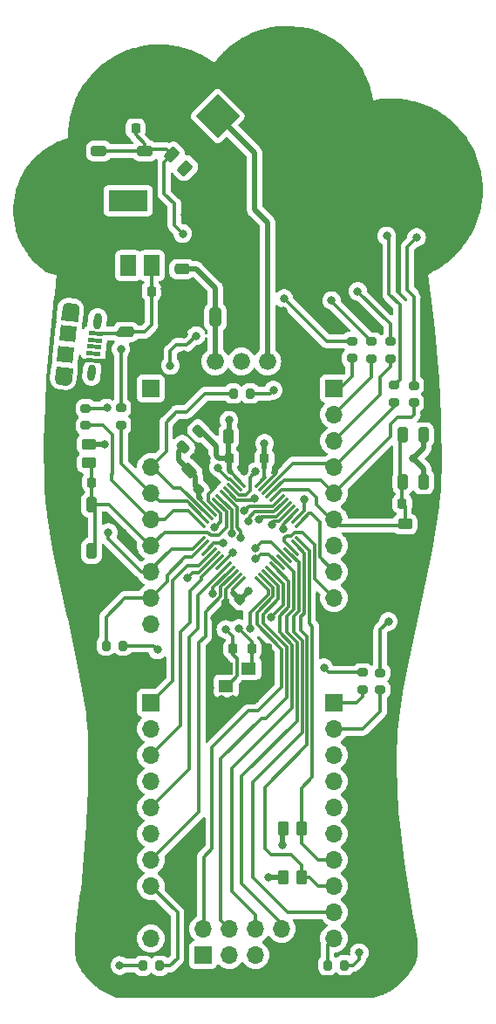
<source format=gbr>
%TF.GenerationSoftware,KiCad,Pcbnew,7.0.8*%
%TF.CreationDate,2024-06-06T10:31:45+02:00*%
%TF.ProjectId,BeerBoard,42656572-426f-4617-9264-2e6b69636164,rev?*%
%TF.SameCoordinates,Original*%
%TF.FileFunction,Copper,L1,Top*%
%TF.FilePolarity,Positive*%
%FSLAX46Y46*%
G04 Gerber Fmt 4.6, Leading zero omitted, Abs format (unit mm)*
G04 Created by KiCad (PCBNEW 7.0.8) date 2024-06-06 10:31:45*
%MOMM*%
%LPD*%
G01*
G04 APERTURE LIST*
G04 Aperture macros list*
%AMRoundRect*
0 Rectangle with rounded corners*
0 $1 Rounding radius*
0 $2 $3 $4 $5 $6 $7 $8 $9 X,Y pos of 4 corners*
0 Add a 4 corners polygon primitive as box body*
4,1,4,$2,$3,$4,$5,$6,$7,$8,$9,$2,$3,0*
0 Add four circle primitives for the rounded corners*
1,1,$1+$1,$2,$3*
1,1,$1+$1,$4,$5*
1,1,$1+$1,$6,$7*
1,1,$1+$1,$8,$9*
0 Add four rect primitives between the rounded corners*
20,1,$1+$1,$2,$3,$4,$5,0*
20,1,$1+$1,$4,$5,$6,$7,0*
20,1,$1+$1,$6,$7,$8,$9,0*
20,1,$1+$1,$8,$9,$2,$3,0*%
%AMHorizOval*
0 Thick line with rounded ends*
0 $1 width*
0 $2 $3 position (X,Y) of the first rounded end (center of the circle)*
0 $4 $5 position (X,Y) of the second rounded end (center of the circle)*
0 Add line between two ends*
20,1,$1,$2,$3,$4,$5,0*
0 Add two circle primitives to create the rounded ends*
1,1,$1,$2,$3*
1,1,$1,$4,$5*%
%AMRotRect*
0 Rectangle, with rotation*
0 The origin of the aperture is its center*
0 $1 length*
0 $2 width*
0 $3 Rotation angle, in degrees counterclockwise*
0 Add horizontal line*
21,1,$1,$2,0,0,$3*%
G04 Aperture macros list end*
%TA.AperFunction,EtchedComponent*%
%ADD10C,0.010000*%
%TD*%
%TA.AperFunction,SMDPad,CuDef*%
%ADD11RoundRect,0.250000X-0.250000X0.500000X-0.250000X-0.500000X0.250000X-0.500000X0.250000X0.500000X0*%
%TD*%
%TA.AperFunction,SMDPad,CuDef*%
%ADD12RoundRect,0.225000X-0.225000X-0.250000X0.225000X-0.250000X0.225000X0.250000X-0.225000X0.250000X0*%
%TD*%
%TA.AperFunction,SMDPad,CuDef*%
%ADD13RoundRect,0.225000X0.225000X0.250000X-0.225000X0.250000X-0.225000X-0.250000X0.225000X-0.250000X0*%
%TD*%
%TA.AperFunction,ComponentPad*%
%ADD14RotRect,3.000000X3.000000X315.000000*%
%TD*%
%TA.AperFunction,ComponentPad*%
%ADD15C,3.000000*%
%TD*%
%TA.AperFunction,SMDPad,CuDef*%
%ADD16RoundRect,0.225000X-0.017678X0.335876X-0.335876X0.017678X0.017678X-0.335876X0.335876X-0.017678X0*%
%TD*%
%TA.AperFunction,SMDPad,CuDef*%
%ADD17RoundRect,0.200000X-0.275000X0.200000X-0.275000X-0.200000X0.275000X-0.200000X0.275000X0.200000X0*%
%TD*%
%TA.AperFunction,SMDPad,CuDef*%
%ADD18RoundRect,0.250000X0.262500X0.450000X-0.262500X0.450000X-0.262500X-0.450000X0.262500X-0.450000X0*%
%TD*%
%TA.AperFunction,SMDPad,CuDef*%
%ADD19RoundRect,0.250000X0.450000X-0.262500X0.450000X0.262500X-0.450000X0.262500X-0.450000X-0.262500X0*%
%TD*%
%TA.AperFunction,SMDPad,CuDef*%
%ADD20RoundRect,0.250000X-0.500000X-0.250000X0.500000X-0.250000X0.500000X0.250000X-0.500000X0.250000X0*%
%TD*%
%TA.AperFunction,SMDPad,CuDef*%
%ADD21RotRect,0.400000X1.350000X264.000000*%
%TD*%
%TA.AperFunction,ComponentPad*%
%ADD22HorizOval,0.750000X-0.372946X0.039198X0.372946X-0.039198X0*%
%TD*%
%TA.AperFunction,ComponentPad*%
%ADD23HorizOval,0.800000X-0.041811X-0.397809X0.041811X0.397809X0*%
%TD*%
%TA.AperFunction,SMDPad,CuDef*%
%ADD24RotRect,1.500000X1.550000X264.000000*%
%TD*%
%TA.AperFunction,ComponentPad*%
%ADD25R,1.700000X1.700000*%
%TD*%
%TA.AperFunction,ComponentPad*%
%ADD26O,1.700000X1.700000*%
%TD*%
%TA.AperFunction,SMDPad,CuDef*%
%ADD27RoundRect,0.075000X-0.521491X0.415425X0.415425X-0.521491X0.521491X-0.415425X-0.415425X0.521491X0*%
%TD*%
%TA.AperFunction,SMDPad,CuDef*%
%ADD28RoundRect,0.075000X-0.521491X-0.415425X-0.415425X-0.521491X0.521491X0.415425X0.415425X0.521491X0*%
%TD*%
%TA.AperFunction,SMDPad,CuDef*%
%ADD29RoundRect,0.218750X-0.114905X0.424264X-0.424264X0.114905X0.114905X-0.424264X0.424264X-0.114905X0*%
%TD*%
%TA.AperFunction,SMDPad,CuDef*%
%ADD30RoundRect,0.200000X0.200000X0.275000X-0.200000X0.275000X-0.200000X-0.275000X0.200000X-0.275000X0*%
%TD*%
%TA.AperFunction,ComponentPad*%
%ADD31C,1.676400*%
%TD*%
%TA.AperFunction,SMDPad,CuDef*%
%ADD32R,1.500000X2.000000*%
%TD*%
%TA.AperFunction,SMDPad,CuDef*%
%ADD33R,3.800000X2.000000*%
%TD*%
%TA.AperFunction,SMDPad,CuDef*%
%ADD34RoundRect,0.250000X0.159099X-0.512652X0.512652X-0.159099X-0.159099X0.512652X-0.512652X0.159099X0*%
%TD*%
%TA.AperFunction,SMDPad,CuDef*%
%ADD35RoundRect,0.250000X-0.475000X0.250000X-0.475000X-0.250000X0.475000X-0.250000X0.475000X0.250000X0*%
%TD*%
%TA.AperFunction,SMDPad,CuDef*%
%ADD36R,1.400000X1.200000*%
%TD*%
%TA.AperFunction,SMDPad,CuDef*%
%ADD37RoundRect,0.250000X-0.503814X-0.132583X-0.132583X-0.503814X0.503814X0.132583X0.132583X0.503814X0*%
%TD*%
%TA.AperFunction,SMDPad,CuDef*%
%ADD38RoundRect,0.250000X0.325000X0.650000X-0.325000X0.650000X-0.325000X-0.650000X0.325000X-0.650000X0*%
%TD*%
%TA.AperFunction,SMDPad,CuDef*%
%ADD39RoundRect,0.200000X-0.200000X-0.275000X0.200000X-0.275000X0.200000X0.275000X-0.200000X0.275000X0*%
%TD*%
%TA.AperFunction,SMDPad,CuDef*%
%ADD40RoundRect,0.225000X0.017678X-0.335876X0.335876X-0.017678X-0.017678X0.335876X-0.335876X0.017678X0*%
%TD*%
%TA.AperFunction,SMDPad,CuDef*%
%ADD41RoundRect,0.250000X0.475000X-0.250000X0.475000X0.250000X-0.475000X0.250000X-0.475000X-0.250000X0*%
%TD*%
%TA.AperFunction,SMDPad,CuDef*%
%ADD42RoundRect,0.250000X-0.250000X-0.475000X0.250000X-0.475000X0.250000X0.475000X-0.250000X0.475000X0*%
%TD*%
%TA.AperFunction,ViaPad*%
%ADD43C,0.800000*%
%TD*%
%TA.AperFunction,Conductor*%
%ADD44C,0.300000*%
%TD*%
%TA.AperFunction,Conductor*%
%ADD45C,0.500000*%
%TD*%
G04 APERTURE END LIST*
%TO.C,J3*%
D10*
X117666379Y-94550221D02*
X117692341Y-94551944D01*
X118239328Y-94609434D01*
X118265081Y-94613147D01*
X118290730Y-94617853D01*
X118316274Y-94623555D01*
X118341609Y-94631245D01*
X118365845Y-94639825D01*
X118390971Y-94649505D01*
X118413898Y-94660964D01*
X118436722Y-94673418D01*
X118459440Y-94686867D01*
X118480955Y-94702200D01*
X118501371Y-94718422D01*
X118521788Y-94734645D01*
X118541000Y-94752753D01*
X118559114Y-94771750D01*
X118576128Y-94791638D01*
X118592043Y-94812415D01*
X118606860Y-94834083D01*
X118620577Y-94856640D01*
X118632200Y-94879983D01*
X118643824Y-94903326D01*
X118654349Y-94927559D01*
X118662780Y-94952577D01*
X118670216Y-94977491D01*
X118676658Y-95002300D01*
X118680902Y-95028889D01*
X118684256Y-95054380D01*
X118686511Y-95080760D01*
X118686777Y-95106931D01*
X118686048Y-95132998D01*
X118684325Y-95158960D01*
X118564640Y-96297687D01*
X117023131Y-96135668D01*
X117142816Y-94996941D01*
X117146528Y-94971187D01*
X117151235Y-94945539D01*
X117156936Y-94919995D01*
X117164627Y-94894660D01*
X117173207Y-94870424D01*
X117182887Y-94845298D01*
X117194346Y-94822371D01*
X117206800Y-94799547D01*
X117220248Y-94776829D01*
X117235581Y-94755313D01*
X117251804Y-94734897D01*
X117268027Y-94714481D01*
X117286134Y-94695269D01*
X117305132Y-94677155D01*
X117325019Y-94660141D01*
X117345797Y-94644226D01*
X117367464Y-94629409D01*
X117390022Y-94615692D01*
X117413365Y-94604068D01*
X117436707Y-94592445D01*
X117460940Y-94581920D01*
X117485959Y-94573489D01*
X117510872Y-94566052D01*
X117535682Y-94559610D01*
X117562271Y-94555366D01*
X117587761Y-94552013D01*
X117614141Y-94549758D01*
X117640313Y-94549492D01*
X117666379Y-94550221D01*
%TA.AperFunction,EtchedComponent*%
G36*
X117666379Y-94550221D02*
G01*
X117692341Y-94551944D01*
X118239328Y-94609434D01*
X118265081Y-94613147D01*
X118290730Y-94617853D01*
X118316274Y-94623555D01*
X118341609Y-94631245D01*
X118365845Y-94639825D01*
X118390971Y-94649505D01*
X118413898Y-94660964D01*
X118436722Y-94673418D01*
X118459440Y-94686867D01*
X118480955Y-94702200D01*
X118501371Y-94718422D01*
X118521788Y-94734645D01*
X118541000Y-94752753D01*
X118559114Y-94771750D01*
X118576128Y-94791638D01*
X118592043Y-94812415D01*
X118606860Y-94834083D01*
X118620577Y-94856640D01*
X118632200Y-94879983D01*
X118643824Y-94903326D01*
X118654349Y-94927559D01*
X118662780Y-94952577D01*
X118670216Y-94977491D01*
X118676658Y-95002300D01*
X118680902Y-95028889D01*
X118684256Y-95054380D01*
X118686511Y-95080760D01*
X118686777Y-95106931D01*
X118686048Y-95132998D01*
X118684325Y-95158960D01*
X118564640Y-96297687D01*
X117023131Y-96135668D01*
X117142816Y-94996941D01*
X117146528Y-94971187D01*
X117151235Y-94945539D01*
X117156936Y-94919995D01*
X117164627Y-94894660D01*
X117173207Y-94870424D01*
X117182887Y-94845298D01*
X117194346Y-94822371D01*
X117206800Y-94799547D01*
X117220248Y-94776829D01*
X117235581Y-94755313D01*
X117251804Y-94734897D01*
X117268027Y-94714481D01*
X117286134Y-94695269D01*
X117305132Y-94677155D01*
X117325019Y-94660141D01*
X117345797Y-94644226D01*
X117367464Y-94629409D01*
X117390022Y-94615692D01*
X117413365Y-94604068D01*
X117436707Y-94592445D01*
X117460940Y-94581920D01*
X117485959Y-94573489D01*
X117510872Y-94566052D01*
X117535682Y-94559610D01*
X117562271Y-94555366D01*
X117587761Y-94552013D01*
X117614141Y-94549758D01*
X117640313Y-94549492D01*
X117666379Y-94550221D01*
G37*
%TD.AperFunction*%
X118083809Y-100872488D02*
X117964124Y-102011215D01*
X117960412Y-102036969D01*
X117955705Y-102062617D01*
X117950004Y-102088161D01*
X117942313Y-102113496D01*
X117933733Y-102137732D01*
X117924053Y-102162858D01*
X117912594Y-102185785D01*
X117900140Y-102208609D01*
X117886692Y-102231327D01*
X117871359Y-102252843D01*
X117855136Y-102273259D01*
X117838913Y-102293675D01*
X117820806Y-102312887D01*
X117801808Y-102331001D01*
X117781921Y-102348015D01*
X117761143Y-102363930D01*
X117739476Y-102378747D01*
X117716918Y-102392464D01*
X117693575Y-102404088D01*
X117670233Y-102415711D01*
X117646000Y-102426236D01*
X117620981Y-102434667D01*
X117596068Y-102442104D01*
X117571258Y-102448546D01*
X117544669Y-102452790D01*
X117519179Y-102456143D01*
X117492799Y-102458398D01*
X117466627Y-102458664D01*
X117440561Y-102457935D01*
X117414599Y-102456212D01*
X116867612Y-102398722D01*
X116841859Y-102395009D01*
X116816210Y-102390303D01*
X116790666Y-102384601D01*
X116765331Y-102376911D01*
X116741095Y-102368331D01*
X116715969Y-102358651D01*
X116693042Y-102347192D01*
X116670218Y-102334738D01*
X116647500Y-102321289D01*
X116625985Y-102305956D01*
X116605569Y-102289734D01*
X116585152Y-102273511D01*
X116565940Y-102255403D01*
X116547826Y-102236406D01*
X116530812Y-102216518D01*
X116514897Y-102195741D01*
X116500080Y-102174073D01*
X116486363Y-102151516D01*
X116474740Y-102128173D01*
X116463116Y-102104830D01*
X116452591Y-102080597D01*
X116444160Y-102055579D01*
X116436724Y-102030665D01*
X116430282Y-102005856D01*
X116426038Y-101979267D01*
X116422684Y-101953776D01*
X116420429Y-101927396D01*
X116420163Y-101901225D01*
X116420892Y-101875158D01*
X116422615Y-101849196D01*
X116542300Y-100710469D01*
X118083809Y-100872488D01*
%TA.AperFunction,EtchedComponent*%
G36*
X118083809Y-100872488D02*
G01*
X117964124Y-102011215D01*
X117960412Y-102036969D01*
X117955705Y-102062617D01*
X117950004Y-102088161D01*
X117942313Y-102113496D01*
X117933733Y-102137732D01*
X117924053Y-102162858D01*
X117912594Y-102185785D01*
X117900140Y-102208609D01*
X117886692Y-102231327D01*
X117871359Y-102252843D01*
X117855136Y-102273259D01*
X117838913Y-102293675D01*
X117820806Y-102312887D01*
X117801808Y-102331001D01*
X117781921Y-102348015D01*
X117761143Y-102363930D01*
X117739476Y-102378747D01*
X117716918Y-102392464D01*
X117693575Y-102404088D01*
X117670233Y-102415711D01*
X117646000Y-102426236D01*
X117620981Y-102434667D01*
X117596068Y-102442104D01*
X117571258Y-102448546D01*
X117544669Y-102452790D01*
X117519179Y-102456143D01*
X117492799Y-102458398D01*
X117466627Y-102458664D01*
X117440561Y-102457935D01*
X117414599Y-102456212D01*
X116867612Y-102398722D01*
X116841859Y-102395009D01*
X116816210Y-102390303D01*
X116790666Y-102384601D01*
X116765331Y-102376911D01*
X116741095Y-102368331D01*
X116715969Y-102358651D01*
X116693042Y-102347192D01*
X116670218Y-102334738D01*
X116647500Y-102321289D01*
X116625985Y-102305956D01*
X116605569Y-102289734D01*
X116585152Y-102273511D01*
X116565940Y-102255403D01*
X116547826Y-102236406D01*
X116530812Y-102216518D01*
X116514897Y-102195741D01*
X116500080Y-102174073D01*
X116486363Y-102151516D01*
X116474740Y-102128173D01*
X116463116Y-102104830D01*
X116452591Y-102080597D01*
X116444160Y-102055579D01*
X116436724Y-102030665D01*
X116430282Y-102005856D01*
X116426038Y-101979267D01*
X116422684Y-101953776D01*
X116420429Y-101927396D01*
X116420163Y-101901225D01*
X116420892Y-101875158D01*
X116422615Y-101849196D01*
X116542300Y-100710469D01*
X118083809Y-100872488D01*
G37*
%TD.AperFunction*%
%TD*%
D11*
%TO.P,SW1,1,A*%
%TO.N,VDD*%
X152200000Y-107350000D03*
X152200000Y-111850000D03*
%TO.P,SW1,2,B*%
%TO.N,BOOT0*%
X150200000Y-107350000D03*
X150200000Y-111850000D03*
%TD*%
D12*
%TO.P,C13,1*%
%TO.N,/OSC_IN*%
X135525000Y-128062500D03*
%TO.P,C13,2*%
%TO.N,GND*%
X137075000Y-128062500D03*
%TD*%
%TO.P,C6,1*%
%TO.N,VDD*%
X133347500Y-109590000D03*
%TO.P,C6,2*%
%TO.N,GND*%
X134897500Y-109590000D03*
%TD*%
D13*
%TO.P,C14,1*%
%TO.N,/OSC_OUT*%
X133700000Y-128062500D03*
%TO.P,C14,2*%
%TO.N,GND*%
X132150000Y-128062500D03*
%TD*%
D14*
%TO.P,BT1,1,+*%
%TO.N,+BATT*%
X132200000Y-76400000D03*
D15*
%TO.P,BT1,2,-*%
%TO.N,GND*%
X146688618Y-90888618D03*
%TD*%
D12*
%TO.P,C1,1*%
%TO.N,BOOT0*%
X150125000Y-114000000D03*
%TO.P,C1,2*%
%TO.N,GND*%
X151675000Y-114000000D03*
%TD*%
D16*
%TO.P,C8,1*%
%TO.N,VDD*%
X134384008Y-123303992D03*
%TO.P,C8,2*%
%TO.N,GND*%
X133287992Y-124400008D03*
%TD*%
D17*
%TO.P,R16,1*%
%TO.N,Net-(D12-A)*%
X146290000Y-130375000D03*
%TO.P,R16,2*%
%TO.N,PA15*%
X146290000Y-132025000D03*
%TD*%
D18*
%TO.P,R3,1*%
%TO.N,I2C_SCL*%
X140362500Y-150200000D03*
%TO.P,R3,2*%
%TO.N,VDD*%
X138537500Y-150200000D03*
%TD*%
D19*
%TO.P,R1,1*%
%TO.N,GND*%
X150400000Y-117812500D03*
%TO.P,R1,2*%
%TO.N,BOOT0*%
X150400000Y-115987500D03*
%TD*%
D20*
%TO.P,SW4,1,A*%
%TO.N,PA3*%
X120650000Y-79800000D03*
X125150000Y-79800000D03*
%TO.P,SW4,2,B*%
%TO.N,GND*%
X120650000Y-81800000D03*
X125150000Y-81800000D03*
%TD*%
D21*
%TO.P,J3,1,VBUS*%
%TO.N,VBUS*%
X120349703Y-97490813D03*
%TO.P,J3,2,D-*%
%TO.N,unconnected-(J3-D--Pad2)*%
X120281760Y-98137252D03*
%TO.P,J3,3,D+*%
%TO.N,unconnected-(J3-D+-Pad3)*%
X120213816Y-98783692D03*
%TO.P,J3,4,ID*%
%TO.N,unconnected-(J3-ID-Pad4)*%
X120145873Y-99430131D03*
%TO.P,J3,5,GND*%
%TO.N,GND*%
X120077929Y-100076570D03*
D22*
%TO.P,J3,6,Shield*%
%TO.N,unconnected-(J3-Shield-Pad6)*%
X117921933Y-94998388D03*
D23*
X120500000Y-96300000D03*
D24*
X117657998Y-97509556D03*
X117448942Y-99498600D03*
D23*
X119977358Y-101272610D03*
D22*
X117185007Y-102009768D03*
%TD*%
D13*
%TO.P,C11,1*%
%TO.N,VBUS*%
X125775000Y-93400000D03*
%TO.P,C11,2*%
%TO.N,GND*%
X124225000Y-93400000D03*
%TD*%
D25*
%TO.P,J5,1,Pin_1*%
%TO.N,PA15*%
X143500000Y-133300000D03*
D26*
%TO.P,J5,2,Pin_2*%
%TO.N,PB3*%
X143500000Y-135840000D03*
%TO.P,J5,3,Pin_3*%
%TO.N,PB4*%
X143500000Y-138380000D03*
%TO.P,J5,4,Pin_4*%
%TO.N,PB5*%
X143500000Y-140920000D03*
%TO.P,J5,5,Pin_5*%
%TO.N,PB6*%
X143500000Y-143460000D03*
%TO.P,J5,6,Pin_6*%
%TO.N,PB7*%
X143500000Y-146000000D03*
%TO.P,J5,7,Pin_7*%
%TO.N,I2C_SDA*%
X143500000Y-148540000D03*
%TO.P,J5,8,Pin_8*%
%TO.N,I2C_SCL*%
X143500000Y-151080000D03*
%TO.P,J5,9,Pin_9*%
%TO.N,PA12*%
X143500000Y-153620000D03*
%TO.P,J5,10,Pin_10*%
%TO.N,PA11*%
X143500000Y-156160000D03*
%TD*%
D27*
%TO.P,U1,1,VDD*%
%TO.N,VDD*%
X134361212Y-111852124D03*
%TO.P,U1,2,PC13*%
%TO.N,PC13*%
X134007658Y-112205678D03*
%TO.P,U1,3,PC14*%
%TO.N,PC14*%
X133654105Y-112559231D03*
%TO.P,U1,4,PC15*%
%TO.N,PC15*%
X133300551Y-112912785D03*
%TO.P,U1,5,PF0*%
%TO.N,/OSC_IN*%
X132946998Y-113266338D03*
%TO.P,U1,6,PF1*%
%TO.N,/OSC_OUT*%
X132593445Y-113619891D03*
%TO.P,U1,7,NRST*%
%TO.N,NRST*%
X132239891Y-113973445D03*
%TO.P,U1,8,VSSA*%
%TO.N,GND*%
X131886338Y-114326998D03*
%TO.P,U1,9,VDDA*%
%TO.N,VDDA*%
X131532785Y-114680551D03*
%TO.P,U1,10,PA0*%
%TO.N,PA0*%
X131179231Y-115034105D03*
%TO.P,U1,11,PA1*%
%TO.N,PA1*%
X130825678Y-115387658D03*
%TO.P,U1,12,PA2*%
%TO.N,PA2*%
X130472124Y-115741212D03*
D28*
%TO.P,U1,13,PA3*%
%TO.N,PA3*%
X130472124Y-117738788D03*
%TO.P,U1,14,PA4*%
%TO.N,PA4*%
X130825678Y-118092342D03*
%TO.P,U1,15,PA5*%
%TO.N,PA5*%
X131179231Y-118445895D03*
%TO.P,U1,16,PA6*%
%TO.N,PA6*%
X131532785Y-118799449D03*
%TO.P,U1,17,PA7*%
%TO.N,PA7*%
X131886338Y-119153002D03*
%TO.P,U1,18,PB0*%
%TO.N,PB0*%
X132239891Y-119506555D03*
%TO.P,U1,19,PB1*%
%TO.N,PB1*%
X132593445Y-119860109D03*
%TO.P,U1,20,PB2*%
%TO.N,PB2*%
X132946998Y-120213662D03*
%TO.P,U1,21,PB10*%
%TO.N,PB10*%
X133300551Y-120567215D03*
%TO.P,U1,22,PB11*%
%TO.N,PB11*%
X133654105Y-120920769D03*
%TO.P,U1,23,VSS*%
%TO.N,GND*%
X134007658Y-121274322D03*
%TO.P,U1,24,VDD*%
%TO.N,VDD*%
X134361212Y-121627876D03*
D27*
%TO.P,U1,25,PB12*%
%TO.N,PB12*%
X136358788Y-121627876D03*
%TO.P,U1,26,PB13*%
%TO.N,PB13*%
X136712342Y-121274322D03*
%TO.P,U1,27,PB14*%
%TO.N,PB14*%
X137065895Y-120920769D03*
%TO.P,U1,28,PB15*%
%TO.N,PB15*%
X137419449Y-120567215D03*
%TO.P,U1,29,PA8*%
%TO.N,PA8*%
X137773002Y-120213662D03*
%TO.P,U1,30,PA9*%
%TO.N,PA9*%
X138126555Y-119860109D03*
%TO.P,U1,31,PA10*%
%TO.N,PA10*%
X138480109Y-119506555D03*
%TO.P,U1,32,PA11*%
%TO.N,PA11*%
X138833662Y-119153002D03*
%TO.P,U1,33,PA12*%
%TO.N,PA12*%
X139187215Y-118799449D03*
%TO.P,U1,34,PA13*%
%TO.N,SWDIO*%
X139540769Y-118445895D03*
%TO.P,U1,35,PF6*%
%TO.N,I2C_SCL*%
X139894322Y-118092342D03*
%TO.P,U1,36,PF7*%
%TO.N,I2C_SDA*%
X140247876Y-117738788D03*
D28*
%TO.P,U1,37,PA14*%
%TO.N,SWCLK*%
X140247876Y-115741212D03*
%TO.P,U1,38,PA15*%
%TO.N,PA15*%
X139894322Y-115387658D03*
%TO.P,U1,39,PB3*%
%TO.N,PB3*%
X139540769Y-115034105D03*
%TO.P,U1,40,PB4*%
%TO.N,PB4*%
X139187215Y-114680551D03*
%TO.P,U1,41,PB5*%
%TO.N,PB5*%
X138833662Y-114326998D03*
%TO.P,U1,42,PB6*%
%TO.N,PB6*%
X138480109Y-113973445D03*
%TO.P,U1,43,PB7*%
%TO.N,PB7*%
X138126555Y-113619891D03*
%TO.P,U1,44,BOOT0*%
%TO.N,BOOT0*%
X137773002Y-113266338D03*
%TO.P,U1,45,PB8*%
%TO.N,PB8*%
X137419449Y-112912785D03*
%TO.P,U1,46,PB9*%
%TO.N,PB9*%
X137065895Y-112559231D03*
%TO.P,U1,47,VSS*%
%TO.N,GND*%
X136712342Y-112205678D03*
%TO.P,U1,48,VDD*%
%TO.N,VDD*%
X136358788Y-111852124D03*
%TD*%
D29*
%TO.P,FB1,1*%
%TO.N,VDD*%
X130377856Y-106968590D03*
%TO.P,FB1,2*%
%TO.N,VDDA*%
X128875254Y-108471192D03*
%TD*%
D30*
%TO.P,R17,1*%
%TO.N,Net-(D13-A)*%
X144515000Y-158760000D03*
%TO.P,R17,2*%
%TO.N,PA11*%
X142865000Y-158760000D03*
%TD*%
D31*
%TO.P,SW3,1,A*%
%TO.N,+3.3V*%
X131960000Y-100200000D03*
%TO.P,SW3,2,B*%
%TO.N,VDD*%
X134500000Y-100200000D03*
%TO.P,SW3,3,C*%
%TO.N,+BATT*%
X137040000Y-100200000D03*
%TD*%
D30*
%TO.P,R13,1*%
%TO.N,Net-(D9-A)*%
X123005000Y-127760000D03*
%TO.P,R13,2*%
%TO.N,PA4*%
X121355000Y-127760000D03*
%TD*%
D13*
%TO.P,C2,1*%
%TO.N,NRST*%
X119975000Y-111932000D03*
%TO.P,C2,2*%
%TO.N,GND*%
X118425000Y-111932000D03*
%TD*%
D17*
%TO.P,R12,1*%
%TO.N,Net-(D8-A)*%
X119390000Y-104765000D03*
%TO.P,R12,2*%
%TO.N,PA2*%
X119390000Y-106415000D03*
%TD*%
D32*
%TO.P,U2,1,GND*%
%TO.N,GND*%
X121200000Y-90900000D03*
%TO.P,U2,2,VO*%
%TO.N,+3.3V*%
X123500000Y-90900000D03*
D33*
X123500000Y-84600000D03*
D32*
%TO.P,U2,3,VI*%
%TO.N,VBUS*%
X125800000Y-90900000D03*
%TD*%
D34*
%TO.P,C10,1*%
%TO.N,VDDA*%
X129454804Y-110791642D03*
%TO.P,C10,2*%
%TO.N,GND*%
X130798306Y-109448140D03*
%TD*%
D17*
%TO.P,R7,1*%
%TO.N,Net-(D3-A)*%
X148990000Y-98275000D03*
%TO.P,R7,2*%
%TO.N,PC15*%
X148990000Y-99925000D03*
%TD*%
D35*
%TO.P,C4,1*%
%TO.N,+3.3V*%
X128725000Y-91250000D03*
%TO.P,C4,2*%
%TO.N,GND*%
X128725000Y-93150000D03*
%TD*%
D36*
%TO.P,Y1,1,1*%
%TO.N,/OSC_IN*%
X135225000Y-129962500D03*
%TO.P,Y1,2,2*%
%TO.N,GND*%
X133025000Y-129962500D03*
%TO.P,Y1,3,3*%
%TO.N,/OSC_OUT*%
X133025000Y-131662500D03*
%TO.P,Y1,4,4*%
%TO.N,GND*%
X135225000Y-131662500D03*
%TD*%
D25*
%TO.P,J1,1,Pin_1*%
%TO.N,VDD*%
X125720000Y-102820000D03*
D26*
%TO.P,J1,2,Pin_2*%
%TO.N,GND*%
X125720000Y-105360000D03*
%TO.P,J1,3,Pin_3*%
X125720000Y-107900000D03*
%TO.P,J1,4,Pin_4*%
%TO.N,PA0*%
X125720000Y-110440000D03*
%TO.P,J1,5,Pin_5*%
%TO.N,PA1*%
X125720000Y-112980000D03*
%TO.P,J1,6,Pin_6*%
%TO.N,PA2*%
X125720000Y-115520000D03*
%TO.P,J1,7,Pin_7*%
%TO.N,NRST*%
X125720000Y-118060000D03*
%TO.P,J1,8,Pin_8*%
%TO.N,PA3*%
X125720000Y-120600000D03*
%TO.P,J1,9,Pin_9*%
%TO.N,PA4*%
X125720000Y-123140000D03*
%TO.P,J1,10,Pin_10*%
%TO.N,PA5*%
X125720000Y-125680000D03*
%TD*%
D17*
%TO.P,R15,1*%
%TO.N,Net-(D11-A)*%
X147980000Y-130385000D03*
%TO.P,R15,2*%
%TO.N,PB3*%
X147980000Y-132035000D03*
%TD*%
D37*
%TO.P,R18,1*%
%TO.N,PA3*%
X127754765Y-80154765D03*
%TO.P,R18,2*%
%TO.N,VDD*%
X129045235Y-81445235D03*
%TD*%
D19*
%TO.P,R2,1*%
%TO.N,NRST*%
X119700000Y-110044500D03*
%TO.P,R2,2*%
%TO.N,VDD*%
X119700000Y-108219500D03*
%TD*%
D17*
%TO.P,R9,1*%
%TO.N,Net-(D5-A)*%
X151260000Y-102535000D03*
%TO.P,R9,2*%
%TO.N,PB8*%
X151260000Y-104185000D03*
%TD*%
D38*
%TO.P,C12,1*%
%TO.N,+3.3V*%
X131975000Y-95900000D03*
%TO.P,C12,2*%
%TO.N,GND*%
X129025000Y-95900000D03*
%TD*%
D12*
%TO.P,C15,1*%
%TO.N,PA3*%
X124225000Y-77600000D03*
%TO.P,C15,2*%
%TO.N,GND*%
X125775000Y-77600000D03*
%TD*%
D18*
%TO.P,R4,1*%
%TO.N,I2C_SDA*%
X140362500Y-145500000D03*
%TO.P,R4,2*%
%TO.N,VDD*%
X138537500Y-145500000D03*
%TD*%
D39*
%TO.P,R14,1*%
%TO.N,Net-(D10-A)*%
X124945000Y-158800000D03*
%TO.P,R14,2*%
%TO.N,PB12*%
X126595000Y-158800000D03*
%TD*%
D25*
%TO.P,J4,1,Pin_1*%
%TO.N,PC13*%
X143500000Y-102820000D03*
D26*
%TO.P,J4,2,Pin_2*%
%TO.N,PC14*%
X143500000Y-105360000D03*
%TO.P,J4,3,Pin_3*%
%TO.N,PC15*%
X143500000Y-107900000D03*
%TO.P,J4,4,Pin_4*%
%TO.N,PB9*%
X143500000Y-110440000D03*
%TO.P,J4,5,Pin_5*%
%TO.N,PB8*%
X143500000Y-112980000D03*
%TO.P,J4,6,Pin_6*%
%TO.N,BOOT0*%
X143500000Y-115520000D03*
%TO.P,J4,7,Pin_7*%
%TO.N,VDD*%
X143500000Y-118060000D03*
%TO.P,J4,8,Pin_8*%
%TO.N,SWCLK*%
X143500000Y-120600000D03*
%TO.P,J4,9,Pin_9*%
%TO.N,SWDIO*%
X143500000Y-123140000D03*
%TO.P,J4,10,Pin_10*%
%TO.N,GND*%
X143500000Y-125680000D03*
%TD*%
D12*
%TO.P,C7,1*%
%TO.N,VDD*%
X136747500Y-109590000D03*
%TO.P,C7,2*%
%TO.N,GND*%
X138297500Y-109590000D03*
%TD*%
D25*
%TO.P,J6,1,Pin_1*%
%TO.N,VDD*%
X130800000Y-157770000D03*
D26*
%TO.P,J6,2,Pin_2*%
%TO.N,PB13*%
X130800000Y-155230000D03*
%TO.P,J6,3,Pin_3*%
%TO.N,PB15*%
X133340000Y-157770000D03*
%TO.P,J6,4,Pin_4*%
%TO.N,PB14*%
X133340000Y-155230000D03*
%TO.P,J6,5,Pin_5*%
%TO.N,PA9*%
X135880000Y-157770000D03*
%TO.P,J6,6,Pin_6*%
%TO.N,PA8*%
X135880000Y-155230000D03*
%TO.P,J6,7,Pin_7*%
%TO.N,GND*%
X138420000Y-157770000D03*
%TO.P,J6,8,Pin_8*%
%TO.N,PA10*%
X138420000Y-155230000D03*
%TD*%
D17*
%TO.P,R5,1*%
%TO.N,Net-(D1-A)*%
X145240000Y-98250000D03*
%TO.P,R5,2*%
%TO.N,PC13*%
X145240000Y-99900000D03*
%TD*%
D11*
%TO.P,SW2,1,A*%
%TO.N,NRST*%
X119950000Y-114082000D03*
X119950000Y-118582000D03*
%TO.P,SW2,2,B*%
%TO.N,GND*%
X117950000Y-114082000D03*
X117950000Y-118582000D03*
%TD*%
D40*
%TO.P,C9,1*%
%TO.N,VDDA*%
X130378547Y-112667899D03*
%TO.P,C9,2*%
%TO.N,GND*%
X131474563Y-111571883D03*
%TD*%
D17*
%TO.P,R8,1*%
%TO.N,Net-(D4-A)*%
X149320000Y-102505000D03*
%TO.P,R8,2*%
%TO.N,PB9*%
X149320000Y-104155000D03*
%TD*%
%TO.P,R11,1*%
%TO.N,Net-(D7-A)*%
X122810000Y-104705000D03*
%TO.P,R11,2*%
%TO.N,PA1*%
X122810000Y-106355000D03*
%TD*%
D41*
%TO.P,C3,1*%
%TO.N,VBUS*%
X123300000Y-97350000D03*
%TO.P,C3,2*%
%TO.N,GND*%
X123300000Y-95450000D03*
%TD*%
D25*
%TO.P,J2,1,Pin_1*%
%TO.N,PA6*%
X125720000Y-133300000D03*
D26*
%TO.P,J2,2,Pin_2*%
%TO.N,PA7*%
X125720000Y-135840000D03*
%TO.P,J2,3,Pin_3*%
%TO.N,PB0*%
X125720000Y-138380000D03*
%TO.P,J2,4,Pin_4*%
%TO.N,PB1*%
X125720000Y-140920000D03*
%TO.P,J2,5,Pin_5*%
%TO.N,PB2*%
X125720000Y-143460000D03*
%TO.P,J2,6,Pin_6*%
%TO.N,PB10*%
X125720000Y-146000000D03*
%TO.P,J2,7,Pin_7*%
%TO.N,PB11*%
X125720000Y-148540000D03*
%TO.P,J2,8,Pin_8*%
%TO.N,PB12*%
X125720000Y-151080000D03*
%TO.P,J2,9,Pin_9*%
%TO.N,GND*%
X125720000Y-153620000D03*
%TO.P,J2,10,Pin_10*%
%TO.N,VDD*%
X125720000Y-156160000D03*
%TD*%
D17*
%TO.P,R6,1*%
%TO.N,Net-(D2-A)*%
X147150000Y-98270000D03*
%TO.P,R6,2*%
%TO.N,PC14*%
X147150000Y-99920000D03*
%TD*%
D30*
%TO.P,R10,1*%
%TO.N,Net-(D6-A)*%
X135365000Y-103320000D03*
%TO.P,R10,2*%
%TO.N,PA0*%
X133715000Y-103320000D03*
%TD*%
D42*
%TO.P,C5,1*%
%TO.N,VDD*%
X133272500Y-107490000D03*
%TO.P,C5,2*%
%TO.N,GND*%
X135172500Y-107490000D03*
%TD*%
D43*
%TO.N,PA11*%
X135899024Y-118294609D03*
%TO.N,PB1*%
X133700000Y-118700000D03*
%TO.N,GND*%
X116200000Y-104800000D03*
X150000000Y-159300000D03*
X117600000Y-104600000D03*
X154700000Y-89500000D03*
X123000000Y-147400000D03*
X135100000Y-161300000D03*
X113500000Y-83300000D03*
X147300000Y-159100000D03*
X134800000Y-110900000D03*
X133800000Y-92600000D03*
X144600000Y-161300000D03*
X150200000Y-128500000D03*
X148900000Y-117800000D03*
X153400000Y-76600000D03*
X146500000Y-76800000D03*
X152700000Y-116900000D03*
X116000000Y-109000000D03*
X121100000Y-72500000D03*
X123000000Y-116800000D03*
X138200000Y-75800000D03*
X117600000Y-106800000D03*
X153400000Y-109600000D03*
X117900000Y-122600000D03*
X120300000Y-136100000D03*
X139400000Y-108500000D03*
X119900000Y-159300000D03*
X150800000Y-75600000D03*
X127100000Y-93200000D03*
X149000000Y-141500000D03*
X139200000Y-88400000D03*
X143700000Y-69900000D03*
X149200000Y-155200000D03*
X138200000Y-161300000D03*
X144800000Y-82200000D03*
X119200000Y-74900000D03*
X119900000Y-148900000D03*
X143000000Y-161300000D03*
X116400000Y-80000000D03*
X128600000Y-70400000D03*
X144200000Y-88600000D03*
X120000000Y-146900000D03*
X122100000Y-94200000D03*
X117100000Y-93500000D03*
X148900000Y-139800000D03*
X117900000Y-79300000D03*
X152900000Y-114000000D03*
X124000000Y-161300000D03*
X119300000Y-91600000D03*
X135200000Y-106000000D03*
X119100000Y-127600000D03*
X125600000Y-161300000D03*
X132000000Y-135700000D03*
X141600000Y-99000000D03*
X144700000Y-70900000D03*
X147000000Y-147300000D03*
X120300000Y-143000000D03*
X146100000Y-161300000D03*
X119500000Y-129300000D03*
X114100000Y-82100000D03*
X134800000Y-69700000D03*
X132500000Y-71700000D03*
X149800000Y-149900000D03*
X145400000Y-71900000D03*
X146900000Y-142200000D03*
X143100000Y-127600000D03*
X129000000Y-151000000D03*
X148900000Y-138300000D03*
X148400000Y-110400000D03*
X121200000Y-131700000D03*
X131800000Y-161300000D03*
X120000000Y-73500000D03*
X128700000Y-161300000D03*
X149400000Y-146600000D03*
X118700000Y-78000000D03*
X153100000Y-103100000D03*
X113100000Y-84700000D03*
X149600000Y-148300000D03*
X118700000Y-125900000D03*
X152900000Y-99700000D03*
X153600000Y-90300000D03*
X118950000Y-116332000D03*
X138300000Y-86100000D03*
X116100000Y-106300000D03*
X150900000Y-125500000D03*
X117400000Y-120700000D03*
X131900000Y-116300000D03*
X118800000Y-76400000D03*
X131500000Y-131900000D03*
X131400000Y-84200000D03*
X146100000Y-78200000D03*
X122300000Y-71500000D03*
X140500000Y-101800000D03*
X120300000Y-137900000D03*
X149100000Y-135000000D03*
X149000000Y-136700000D03*
X120300000Y-141200000D03*
X121000000Y-160400000D03*
X132400000Y-90400000D03*
X152000000Y-120700000D03*
X140400000Y-97600000D03*
X149900000Y-130000000D03*
X156900000Y-81100000D03*
X138100000Y-77300000D03*
X152500000Y-96600000D03*
X139800000Y-161300000D03*
X129000000Y-86000000D03*
X134800000Y-133000000D03*
X133100000Y-133900000D03*
X123000000Y-93400000D03*
X147100000Y-124500000D03*
X147600000Y-161100000D03*
X150000000Y-83600000D03*
X115900000Y-113100000D03*
X146400000Y-74400000D03*
X148000000Y-119400000D03*
X127100000Y-161300000D03*
X137400000Y-71200000D03*
X131500000Y-130800000D03*
X150600000Y-154900000D03*
X133600000Y-70700000D03*
X133500000Y-161300000D03*
X123700000Y-70700000D03*
X157200000Y-82700000D03*
X149100000Y-143100000D03*
X120800000Y-157200000D03*
X119600000Y-152000000D03*
X120300000Y-139500000D03*
X145400000Y-87000000D03*
X157100000Y-84300000D03*
X147900000Y-75500000D03*
X119700000Y-150600000D03*
X125300000Y-70200000D03*
X141000000Y-90300000D03*
X118200000Y-124300000D03*
X119200000Y-155100000D03*
X124000000Y-108500000D03*
X150700000Y-158000000D03*
X128900000Y-99500000D03*
X156400000Y-87100000D03*
X132600000Y-134800000D03*
X128800000Y-73500000D03*
X150400000Y-153200000D03*
X127500000Y-96200000D03*
X140900000Y-155100000D03*
X122400000Y-161200000D03*
X131900000Y-125100000D03*
X154600000Y-77500000D03*
X150500000Y-127100000D03*
X120200000Y-144900000D03*
X123200000Y-152300000D03*
X122800000Y-121800000D03*
X120100000Y-134300000D03*
X151900000Y-117800000D03*
X149400000Y-75500000D03*
X128900000Y-101300000D03*
X142100000Y-75400000D03*
X149600000Y-131600000D03*
X123000000Y-137200000D03*
X149200000Y-144900000D03*
X150800000Y-156500000D03*
X141700000Y-83000000D03*
X148500000Y-113500000D03*
X116200000Y-115400000D03*
X121700000Y-92700000D03*
X115900000Y-110500000D03*
X146000000Y-73000000D03*
X134000000Y-87400000D03*
X132000000Y-133900000D03*
X144400000Y-127600000D03*
X115600000Y-90600000D03*
X153200000Y-104700000D03*
X152200000Y-75900000D03*
X117200000Y-92300000D03*
X113300000Y-87300000D03*
X150100000Y-151500000D03*
X119100000Y-156600000D03*
X128500000Y-106600000D03*
X131500000Y-133000000D03*
X152100000Y-93500000D03*
X149400000Y-157300000D03*
X131500000Y-129700000D03*
X132600000Y-133000000D03*
X140900000Y-157700000D03*
X141000000Y-68600000D03*
X116800000Y-91100000D03*
X152500000Y-90900000D03*
X138600000Y-95300000D03*
X151300000Y-123800000D03*
X151600000Y-122300000D03*
X156900000Y-85800000D03*
X133700000Y-133000000D03*
X152300000Y-94900000D03*
X128900000Y-97600000D03*
X122900000Y-142200000D03*
X148900000Y-160300000D03*
X119300000Y-90400000D03*
X113000000Y-86000000D03*
X116300000Y-103400000D03*
X121600000Y-100300000D03*
X147100000Y-121900000D03*
X133900000Y-95400000D03*
X119300000Y-158200000D03*
X135900000Y-133000000D03*
X127700000Y-94500000D03*
X116600000Y-114000000D03*
X139300000Y-68400000D03*
X135900000Y-94300000D03*
X136100000Y-69000000D03*
X131200000Y-71600000D03*
X128900000Y-103700000D03*
X149300000Y-133300000D03*
X113700000Y-88500000D03*
X119700000Y-131000000D03*
X136600000Y-161300000D03*
X152700000Y-98200000D03*
X130000000Y-70900000D03*
X146800000Y-137200000D03*
X123000000Y-132100000D03*
X119500000Y-153500000D03*
X116500000Y-117200000D03*
X137700000Y-68500000D03*
X118200000Y-110600000D03*
X120100000Y-124300000D03*
X150200000Y-80600000D03*
X141300000Y-161300000D03*
X119900000Y-132700000D03*
X155500000Y-78500000D03*
X115100000Y-81000000D03*
X145900000Y-152300000D03*
X127000000Y-70100000D03*
X156400000Y-79800000D03*
X152300000Y-119200000D03*
X131900000Y-105000000D03*
X153000000Y-101400000D03*
X151900000Y-92100000D03*
X114600000Y-89600000D03*
X155700000Y-88400000D03*
X121800000Y-119200000D03*
X116000000Y-107700000D03*
X142500000Y-69100000D03*
X130300000Y-161300000D03*
X120500000Y-92700000D03*
%TO.N,PA9*%
X135908280Y-119294068D03*
%TO.N,PB15*%
X137380792Y-125030792D03*
%TO.N,PB12*%
X135350000Y-126100000D03*
%TO.N,VDD*%
X136750000Y-108150000D03*
X137100000Y-150200000D03*
X135200000Y-122500000D03*
X138500000Y-147100000D03*
X151200000Y-109600000D03*
X133300000Y-105900000D03*
X121200000Y-108200000D03*
%TO.N,PA15*%
X140600000Y-113550000D03*
%TO.N,PB3*%
X138585916Y-116419484D03*
%TO.N,PB4*%
X137450000Y-116050000D03*
%TO.N,PB5*%
X136225434Y-115549500D03*
%TO.N,PB6*%
X135200000Y-115650000D03*
%TO.N,PB7*%
X134799500Y-114650000D03*
%TO.N,PA3*%
X130100000Y-97700000D03*
X127600000Y-100600000D03*
X128800000Y-87800000D03*
X121600000Y-116800000D03*
%TO.N,PA5*%
X132700000Y-117800000D03*
%TO.N,PA7*%
X129300000Y-121200000D03*
%TO.N,PB10*%
X131700000Y-122700000D03*
%TO.N,/OSC_IN*%
X134439548Y-117329593D03*
X134254977Y-126104977D03*
%TO.N,/OSC_OUT*%
X133000000Y-126200000D03*
X133554977Y-116854977D03*
%TO.N,PC13*%
X132250000Y-110500000D03*
%TO.N,PC14*%
X135900000Y-110900000D03*
%TO.N,PC15*%
X135750000Y-113463329D03*
%TO.N,Net-(D1-A)*%
X138645000Y-94105000D03*
%TO.N,Net-(D2-A)*%
X143260000Y-94290000D03*
%TO.N,Net-(D3-A)*%
X145800000Y-93400000D03*
%TO.N,Net-(D4-A)*%
X148620000Y-88030000D03*
%TO.N,Net-(D5-A)*%
X151525000Y-88175000D03*
%TO.N,Net-(D6-A)*%
X137610000Y-102980000D03*
%TO.N,Net-(D7-A)*%
X122800000Y-99000000D03*
%TO.N,Net-(D8-A)*%
X121440000Y-104720000D03*
%TO.N,Net-(D9-A)*%
X126350000Y-128170000D03*
%TO.N,Net-(D10-A)*%
X122690000Y-158790000D03*
%TO.N,Net-(D11-A)*%
X148780000Y-125430000D03*
%TO.N,Net-(D12-A)*%
X142530000Y-129910000D03*
%TO.N,Net-(D13-A)*%
X145950000Y-157550000D03*
%TD*%
D44*
%TO.N,PA11*%
X137430660Y-117750000D02*
X138833662Y-119153002D01*
X142865000Y-156795000D02*
X142865000Y-158760000D01*
X135899024Y-118294609D02*
X136443633Y-117750000D01*
X136443633Y-117750000D02*
X137430660Y-117750000D01*
X143500000Y-156160000D02*
X142865000Y-156795000D01*
%TO.N,PA10*%
X139600000Y-124214212D02*
X138900000Y-124914212D01*
X139900000Y-127478682D02*
X139900000Y-135100000D01*
X134550000Y-140450000D02*
X134550000Y-150850000D01*
X138480109Y-119506555D02*
X139600000Y-120626446D01*
X139900000Y-135100000D02*
X134550000Y-140450000D01*
X138900000Y-124914212D02*
X138900000Y-126478682D01*
X139600000Y-120626446D02*
X139600000Y-124214212D01*
X138420000Y-154720000D02*
X138420000Y-155230000D01*
X138900000Y-126478682D02*
X139900000Y-127478682D01*
X134550000Y-150850000D02*
X138420000Y-154720000D01*
%TO.N,PB2*%
X130300000Y-126128427D02*
X129470000Y-126958427D01*
X129470000Y-126958427D02*
X129470000Y-139710000D01*
X132946998Y-120213662D02*
X130300000Y-122860660D01*
X130300000Y-122860660D02*
X130300000Y-126128427D01*
X129470000Y-139710000D02*
X125720000Y-143460000D01*
%TO.N,PB1*%
X132593445Y-119860109D02*
X133700000Y-118753554D01*
X133700000Y-118753554D02*
X133700000Y-118700000D01*
%TO.N,PB0*%
X132239891Y-119506555D02*
X130600000Y-121146446D01*
X128600000Y-135500000D02*
X125720000Y-138380000D01*
X130600000Y-121400000D02*
X129500000Y-122500000D01*
X129500000Y-125514213D02*
X128600000Y-126414213D01*
X128600000Y-126414213D02*
X128600000Y-135500000D01*
X130600000Y-121146446D02*
X130600000Y-121400000D01*
X129500000Y-122500000D02*
X129500000Y-125514213D01*
%TO.N,I2C_SCL*%
X136800000Y-147450000D02*
X136800000Y-141500000D01*
X140362500Y-149062500D02*
X139350000Y-148050000D01*
X136800000Y-141500000D02*
X140900000Y-137400000D01*
X143500000Y-151080000D02*
X143507500Y-151087500D01*
X140362500Y-150200000D02*
X140362500Y-149062500D01*
X140600000Y-118798018D02*
X139894322Y-118092342D01*
X140900000Y-126900000D02*
X140300000Y-126300000D01*
X140300000Y-126300000D02*
X140300000Y-124928424D01*
X141980000Y-151080000D02*
X141100000Y-150200000D01*
X140600000Y-124628424D02*
X140600000Y-118798018D01*
X141980000Y-151080000D02*
X143500000Y-151080000D01*
X139350000Y-148050000D02*
X137400000Y-148050000D01*
X137400000Y-148050000D02*
X136800000Y-147450000D01*
X141100000Y-150200000D02*
X140362500Y-150200000D01*
X140900000Y-137400000D02*
X140900000Y-126900000D01*
X140300000Y-124928424D02*
X140600000Y-124628424D01*
%TO.N,I2C_SDA*%
X141100000Y-125600000D02*
X141400000Y-125900000D01*
X140362500Y-146962500D02*
X140362500Y-145500000D01*
X141400000Y-125900000D02*
X141400000Y-140525000D01*
X141100000Y-118590911D02*
X141100000Y-125600000D01*
X141400000Y-140525000D02*
X140362500Y-141562500D01*
X140362500Y-145500000D02*
X140362500Y-141562500D01*
X143500000Y-148540000D02*
X143540000Y-148500000D01*
X141940000Y-148540000D02*
X143500000Y-148540000D01*
X141940000Y-148540000D02*
X140362500Y-146962500D01*
X140247876Y-117738788D02*
X141100000Y-118590911D01*
%TO.N,GND*%
X119123430Y-100076570D02*
X118950000Y-100250000D01*
X120077929Y-100076570D02*
X119123430Y-100076570D01*
X120077929Y-100076570D02*
X121376570Y-100076570D01*
X131886338Y-114326998D02*
X131293400Y-113734062D01*
X132000000Y-112097320D02*
X131474563Y-111571883D01*
X132479276Y-114919934D02*
X131886338Y-114326998D01*
D45*
X134897500Y-110802500D02*
X134800000Y-110900000D01*
X138297500Y-110115000D02*
X137822500Y-110590000D01*
D44*
X137822500Y-111095520D02*
X137822500Y-110954098D01*
D45*
X135200000Y-108400000D02*
X135200000Y-107517500D01*
X134897500Y-108702500D02*
X135200000Y-108400000D01*
D44*
X132479276Y-115771224D02*
X132479276Y-114919934D01*
D45*
X134897500Y-109590000D02*
X134897500Y-110802500D01*
D44*
X121376570Y-100076570D02*
X121600000Y-100300000D01*
D45*
X130798306Y-109448140D02*
X131100000Y-109749834D01*
D44*
X131293400Y-113106600D02*
X132000000Y-112400000D01*
X132000000Y-112400000D02*
X132000000Y-112097320D01*
D45*
X135200000Y-107462500D02*
X135172500Y-107490000D01*
D44*
X136712342Y-112205678D02*
X137822500Y-111095520D01*
X131293400Y-113734062D02*
X131293400Y-113106600D01*
X133000000Y-122281980D02*
X133000000Y-123207107D01*
X132700000Y-123812016D02*
X133287992Y-124400008D01*
D45*
X138297500Y-109590000D02*
X138297500Y-110115000D01*
X133287992Y-124400008D02*
X133300008Y-124400008D01*
D44*
X131950000Y-116300500D02*
X132479276Y-115771224D01*
D45*
X134897500Y-109590000D02*
X134897500Y-108702500D01*
X135200000Y-107517500D02*
X135172500Y-107490000D01*
X135200000Y-106000000D02*
X135200000Y-107462500D01*
X131100000Y-109749834D02*
X131100000Y-111197320D01*
X137822500Y-110590000D02*
X137822500Y-110954098D01*
X131100000Y-111197320D02*
X131474563Y-111571883D01*
D44*
X133000000Y-123207107D02*
X132700000Y-123507106D01*
X134007658Y-121274322D02*
X133000000Y-122281980D01*
X132700000Y-123507106D02*
X132700000Y-123812016D01*
%TO.N,PA12*%
X140100000Y-124421318D02*
X139600000Y-124921318D01*
X139600000Y-126471576D02*
X140400000Y-127271576D01*
X138970000Y-153620000D02*
X143500000Y-153620000D01*
X140400000Y-127271576D02*
X140400000Y-136200000D01*
X139600000Y-124921318D02*
X139600000Y-126471576D01*
X139187215Y-118799449D02*
X140100000Y-119712232D01*
X140100000Y-119712232D02*
X140100000Y-124421318D01*
X140400000Y-136200000D02*
X135600000Y-141000000D01*
X135600000Y-150250000D02*
X138970000Y-153620000D01*
X135600000Y-141000000D02*
X135600000Y-150250000D01*
%TO.N,PA9*%
X135960226Y-119294068D02*
X136354294Y-118900000D01*
X137166446Y-118900000D02*
X138126555Y-119860109D01*
X135908280Y-119294068D02*
X135960226Y-119294068D01*
X136354294Y-118900000D02*
X137166446Y-118900000D01*
%TO.N,PA8*%
X138200000Y-126485788D02*
X139400000Y-127685788D01*
X139100000Y-121540661D02*
X139100000Y-124007106D01*
X139100000Y-124007106D02*
X138200000Y-124907106D01*
X139400000Y-127685788D02*
X139400000Y-133800000D01*
X138200000Y-124907106D02*
X138200000Y-126485788D01*
X133550000Y-151550000D02*
X135880000Y-153880000D01*
X137773002Y-120213662D02*
X139100000Y-121540661D01*
X139400000Y-133800000D02*
X133550000Y-139650000D01*
X133550000Y-139650000D02*
X133550000Y-151550000D01*
X135880000Y-153880000D02*
X135880000Y-155230000D01*
%TO.N,PB15*%
X138600000Y-121747768D02*
X137419449Y-120567215D01*
X137380792Y-125030792D02*
X137380792Y-125019208D01*
X138600000Y-123800000D02*
X138600000Y-121747768D01*
X137380792Y-125019208D02*
X138600000Y-123800000D01*
%TO.N,PB14*%
X136600000Y-124714212D02*
X136600000Y-125592894D01*
X132500000Y-138750000D02*
X132500000Y-154390000D01*
X137065895Y-120920769D02*
X138100000Y-121954875D01*
X136450000Y-134800000D02*
X132500000Y-138750000D01*
X136900000Y-134800000D02*
X136450000Y-134800000D01*
X138900000Y-127892894D02*
X138900000Y-132800000D01*
X136600000Y-125592894D02*
X138900000Y-127892894D01*
X138100000Y-121954875D02*
X138100000Y-123214212D01*
X132500000Y-154390000D02*
X133340000Y-155230000D01*
X138100000Y-123214212D02*
X136600000Y-124714212D01*
X138900000Y-132800000D02*
X136900000Y-134800000D01*
%TO.N,PB13*%
X136000000Y-125700000D02*
X138400000Y-128100000D01*
X137600000Y-122161982D02*
X137600000Y-123007106D01*
X138400000Y-131800000D02*
X136100000Y-134100000D01*
X136000000Y-124607106D02*
X136000000Y-125700000D01*
X131650000Y-137650000D02*
X131650000Y-147450000D01*
X130850000Y-148250000D02*
X130850000Y-155180000D01*
X136100000Y-134100000D02*
X135200000Y-134100000D01*
X131650000Y-147450000D02*
X130850000Y-148250000D01*
X136712342Y-121274322D02*
X137600000Y-122161982D01*
X138400000Y-128100000D02*
X138400000Y-131800000D01*
X130850000Y-155180000D02*
X130800000Y-155230000D01*
X135200000Y-134100000D02*
X131650000Y-137650000D01*
X137600000Y-123007106D02*
X136000000Y-124607106D01*
%TO.N,PB12*%
X135350000Y-126100000D02*
X135350000Y-124550000D01*
X137100000Y-122800000D02*
X137100000Y-122369088D01*
X128290000Y-158100000D02*
X128290000Y-153650000D01*
X135350000Y-124550000D02*
X137100000Y-122800000D01*
X127590000Y-158800000D02*
X128290000Y-158100000D01*
X126595000Y-158800000D02*
X127590000Y-158800000D01*
X137100000Y-122369088D02*
X136358788Y-121627876D01*
X128290000Y-153650000D02*
X125720000Y-151080000D01*
%TO.N,PA1*%
X122830000Y-110090000D02*
X122830000Y-106375000D01*
X129221010Y-113782989D02*
X126522989Y-113782989D01*
X130825678Y-115387658D02*
X129221010Y-113782989D01*
X122830000Y-106375000D02*
X122810000Y-106355000D01*
X125720000Y-112980000D02*
X122830000Y-110090000D01*
X126522989Y-113782989D02*
X125720000Y-112980000D01*
%TO.N,PA0*%
X127200000Y-106100000D02*
X127200000Y-108960000D01*
X127896000Y-112456000D02*
X125880000Y-110440000D01*
X128601128Y-112456000D02*
X127896000Y-112456000D01*
X127200000Y-108960000D02*
X125720000Y-110440000D01*
X130980000Y-103320000D02*
X129200000Y-105100000D01*
X128200000Y-105100000D02*
X127200000Y-106100000D01*
X133715000Y-103320000D02*
X130980000Y-103320000D01*
X131179231Y-115034105D02*
X128601128Y-112456000D01*
X125880000Y-110440000D02*
X125720000Y-110440000D01*
X129200000Y-105100000D02*
X128200000Y-105100000D01*
D45*
%TO.N,+3.3V*%
X131975000Y-95900000D02*
X131975000Y-100185000D01*
X131975000Y-100185000D02*
X131960000Y-100200000D01*
X131975000Y-93075000D02*
X131975000Y-95900000D01*
X128725000Y-91250000D02*
X130150000Y-91250000D01*
X130150000Y-91250000D02*
X131975000Y-93075000D01*
D44*
%TO.N,VBUS*%
X125775000Y-93400000D02*
X125775000Y-90925000D01*
X123159187Y-97490813D02*
X123300000Y-97350000D01*
X125775000Y-90925000D02*
X125800000Y-90900000D01*
X123300000Y-97350000D02*
X125075000Y-97350000D01*
X125775000Y-96650000D02*
X125775000Y-93400000D01*
X120349703Y-97490813D02*
X123159187Y-97490813D01*
X125075000Y-97350000D02*
X125775000Y-96650000D01*
D45*
%TO.N,+BATT*%
X135800000Y-80000000D02*
X132211382Y-76411382D01*
X137040000Y-86740000D02*
X135800000Y-85500000D01*
X137040000Y-100200000D02*
X137040000Y-86740000D01*
X135800000Y-85500000D02*
X135800000Y-80000000D01*
D44*
%TO.N,NRST*%
X127030000Y-116750000D02*
X125720000Y-118060000D01*
X120300000Y-118232000D02*
X120300000Y-114432000D01*
X132239891Y-113973445D02*
X133050000Y-114783554D01*
X133050000Y-116300000D02*
X132299500Y-117050500D01*
X119975000Y-111932000D02*
X119975000Y-110319500D01*
X120300000Y-114432000D02*
X119950000Y-114082000D01*
X119975000Y-111932000D02*
X119975000Y-114057000D01*
X132299500Y-117050500D02*
X131550500Y-117050500D01*
X131250000Y-116750000D02*
X127030000Y-116750000D01*
X133050000Y-114783554D02*
X133050000Y-116300000D01*
X119950000Y-118582000D02*
X120300000Y-118232000D01*
X125660000Y-118060000D02*
X121682000Y-114082000D01*
X131550500Y-117050500D02*
X131250000Y-116750000D01*
X125720000Y-118060000D02*
X125660000Y-118060000D01*
X119975000Y-114057000D02*
X119950000Y-114082000D01*
X119975000Y-110319500D02*
X119700000Y-110044500D01*
X121682000Y-114082000D02*
X119950000Y-114082000D01*
%TO.N,BOOT0*%
X150125000Y-111925000D02*
X150200000Y-111850000D01*
X144080000Y-116100000D02*
X150287500Y-116100000D01*
X141015000Y-112615000D02*
X141800000Y-113400000D01*
X138424338Y-112615000D02*
X141015000Y-112615000D01*
X149900000Y-111550000D02*
X149900000Y-107650000D01*
X143220000Y-115520000D02*
X143500000Y-115520000D01*
X137773002Y-113266338D02*
X138424338Y-112615000D01*
X149900000Y-107650000D02*
X150200000Y-107350000D01*
X150400000Y-114275000D02*
X150125000Y-114000000D01*
X143500000Y-115520000D02*
X144080000Y-116100000D01*
X141800000Y-114100000D02*
X143220000Y-115520000D01*
X150287500Y-116100000D02*
X150400000Y-115987500D01*
X141800000Y-113400000D02*
X141800000Y-114100000D01*
X150200000Y-111850000D02*
X149900000Y-111550000D01*
X150125000Y-114000000D02*
X150125000Y-111925000D01*
X150400000Y-115987500D02*
X150400000Y-114275000D01*
%TO.N,VDD*%
X134361212Y-111828712D02*
X133522500Y-110990000D01*
X136747500Y-111463412D02*
X136358788Y-111852124D01*
D45*
X152200000Y-108600000D02*
X151200000Y-109600000D01*
X136747500Y-110515000D02*
X136747500Y-109590000D01*
X134384008Y-123303992D02*
X134396008Y-123303992D01*
D44*
X134361212Y-111852124D02*
X134361212Y-111828712D01*
D45*
X136747500Y-108152500D02*
X136750000Y-108150000D01*
X134384008Y-123303992D02*
X134403992Y-123303992D01*
X152200000Y-107350000D02*
X152200000Y-108600000D01*
X133272500Y-107490000D02*
X133272500Y-109515000D01*
X134396008Y-123303992D02*
X135200000Y-122500000D01*
X133300000Y-107462500D02*
X133272500Y-107490000D01*
D44*
X134361212Y-121627876D02*
X133700000Y-122289088D01*
D45*
X138500000Y-145537500D02*
X138537500Y-145500000D01*
X152200000Y-110600000D02*
X151200000Y-109600000D01*
X152200000Y-111850000D02*
X152200000Y-110600000D01*
X133347500Y-109590000D02*
X132296664Y-109590000D01*
X138500000Y-147100000D02*
X138500000Y-145537500D01*
X133347500Y-109590000D02*
X133347500Y-110815000D01*
X132026555Y-108419891D02*
X130575254Y-106968590D01*
X130575254Y-106968590D02*
X130377856Y-106968590D01*
X133272500Y-109515000D02*
X133347500Y-109590000D01*
D44*
X136747500Y-110515000D02*
X136747500Y-111463412D01*
D45*
X132026555Y-109319891D02*
X132026555Y-108419891D01*
X137100000Y-150200000D02*
X138537500Y-150200000D01*
X132296664Y-109590000D02*
X132026555Y-109319891D01*
D44*
X133700000Y-122289088D02*
X133700000Y-122619984D01*
D45*
X119719500Y-108200000D02*
X119700000Y-108219500D01*
X136747500Y-109590000D02*
X136747500Y-108152500D01*
X133300000Y-105900000D02*
X133300000Y-107462500D01*
X121200000Y-108200000D02*
X119719500Y-108200000D01*
X134384008Y-123303992D02*
X133700000Y-122619984D01*
X133347500Y-110815000D02*
X133522500Y-110990000D01*
%TO.N,VDDA*%
X130378547Y-113378547D02*
X130378547Y-112667899D01*
X130026555Y-112315907D02*
X130026555Y-111363393D01*
X130026555Y-111363393D02*
X129454804Y-110791642D01*
X130378547Y-112667899D02*
X130026555Y-112315907D01*
X129454804Y-110791642D02*
X128426555Y-109763393D01*
D44*
X130500000Y-113647766D02*
X131532785Y-114680551D01*
X130500000Y-113500000D02*
X130500000Y-113647766D01*
D45*
X128426555Y-108919891D02*
X128875254Y-108471192D01*
X130500000Y-113500000D02*
X130378547Y-113378547D01*
X128426555Y-109763393D02*
X128426555Y-108919891D01*
D44*
%TO.N,PA15*%
X145710000Y-133300000D02*
X146290000Y-132720000D01*
X146290000Y-132720000D02*
X146290000Y-132025000D01*
X143500000Y-133300000D02*
X145710000Y-133300000D01*
X140600000Y-114681980D02*
X140600000Y-113550000D01*
X139894322Y-115387658D02*
X140600000Y-114681980D01*
%TO.N,PB3*%
X147980000Y-134160000D02*
X147980000Y-132035000D01*
X143500000Y-135840000D02*
X146300000Y-135840000D01*
X139540769Y-115034105D02*
X138585916Y-115988958D01*
X138585916Y-115988958D02*
X138585916Y-116419484D01*
X146300000Y-135840000D02*
X147980000Y-134160000D01*
%TO.N,PB4*%
X137673000Y-115727000D02*
X138140766Y-115727000D01*
X138140766Y-115727000D02*
X139187215Y-114680551D01*
X137450000Y-116050000D02*
X137450000Y-115950000D01*
X137450000Y-115950000D02*
X137673000Y-115727000D01*
%TO.N,PB5*%
X136474934Y-115300000D02*
X137860662Y-115300000D01*
X137860662Y-115300000D02*
X138833662Y-114326998D01*
X136225434Y-115549500D02*
X136474934Y-115300000D01*
%TO.N,PB6*%
X135800000Y-114800000D02*
X137653555Y-114800000D01*
X137653555Y-114800000D02*
X138480109Y-113973445D01*
X135200000Y-115400000D02*
X135800000Y-114800000D01*
X135200000Y-115650000D02*
X135200000Y-115400000D01*
%TO.N,PB7*%
X135236671Y-114212829D02*
X137533619Y-114212829D01*
X134799500Y-114650000D02*
X135236671Y-114212829D01*
X137533619Y-114212829D02*
X138126555Y-113619891D01*
%TO.N,PB8*%
X137419449Y-112912785D02*
X138632234Y-111700000D01*
X143500000Y-112980000D02*
X149000000Y-107480000D01*
X149630000Y-105630000D02*
X150980000Y-105630000D01*
X151075000Y-104185000D02*
X151260000Y-104185000D01*
X151260000Y-105350000D02*
X151260000Y-104185000D01*
X149000000Y-107480000D02*
X149000000Y-106260000D01*
X138632234Y-111700000D02*
X142220000Y-111700000D01*
X142220000Y-111700000D02*
X143500000Y-112980000D01*
X149000000Y-106260000D02*
X149630000Y-105630000D01*
X150980000Y-105630000D02*
X151260000Y-105350000D01*
%TO.N,PB9*%
X143160000Y-110100000D02*
X143500000Y-110440000D01*
X139525126Y-110100000D02*
X143160000Y-110100000D01*
X149320000Y-104620000D02*
X143500000Y-110440000D01*
X149320000Y-104155000D02*
X149320000Y-104620000D01*
X137065895Y-112559231D02*
X139525126Y-110100000D01*
X143500000Y-110440000D02*
X143500000Y-110160000D01*
%TO.N,PA3*%
X121600000Y-117400000D02*
X121600000Y-116800000D01*
X127754765Y-80154765D02*
X127000000Y-80909530D01*
X125720000Y-120380000D02*
X125720000Y-120600000D01*
X129810912Y-118400000D02*
X127700000Y-118400000D01*
X127200000Y-79600000D02*
X127754765Y-80154765D01*
X120650000Y-79800000D02*
X125150000Y-79800000D01*
X122600000Y-118400000D02*
X121600000Y-117400000D01*
X125720000Y-120600000D02*
X124800000Y-120600000D01*
X130100000Y-97700000D02*
X129200000Y-98600000D01*
X129200000Y-98600000D02*
X128200000Y-98600000D01*
X127700000Y-118400000D02*
X125720000Y-120380000D01*
X128000000Y-87000000D02*
X128800000Y-87800000D01*
X125150000Y-79150000D02*
X125150000Y-79800000D01*
X128200000Y-98600000D02*
X127600000Y-99200000D01*
X124225000Y-78225000D02*
X125150000Y-79150000D01*
X124800000Y-120600000D02*
X122600000Y-118400000D01*
X125150000Y-79800000D02*
X125350000Y-79600000D01*
X125350000Y-79600000D02*
X127200000Y-79600000D01*
X127000000Y-80909530D02*
X127000000Y-83900000D01*
X124225000Y-77600000D02*
X124225000Y-78225000D01*
X127600000Y-99200000D02*
X127600000Y-100600000D01*
X130472124Y-117738788D02*
X129810912Y-118400000D01*
X128000000Y-84900000D02*
X128000000Y-87000000D01*
X127000000Y-83900000D02*
X128000000Y-84900000D01*
%TO.N,PA2*%
X121950000Y-111130000D02*
X121950000Y-107280000D01*
X127948000Y-114656000D02*
X127084000Y-115520000D01*
X130472124Y-115741212D02*
X129386914Y-114656000D01*
X125720000Y-115520000D02*
X121930000Y-111730000D01*
X121950000Y-107280000D02*
X121085000Y-106415000D01*
X127084000Y-115520000D02*
X125720000Y-115520000D01*
X121085000Y-106415000D02*
X119390000Y-106415000D01*
X121930000Y-111150000D02*
X121950000Y-111130000D01*
X129386914Y-114656000D02*
X127948000Y-114656000D01*
X121930000Y-111730000D02*
X121930000Y-111150000D01*
%TO.N,PA4*%
X125720000Y-123080000D02*
X125720000Y-123140000D01*
X127300000Y-120900000D02*
X127300000Y-121560000D01*
X130825678Y-118092342D02*
X129718020Y-119200000D01*
X123180000Y-123140000D02*
X125720000Y-123140000D01*
X121355000Y-124965000D02*
X121355000Y-127760000D01*
X121355000Y-124965000D02*
X123180000Y-123140000D01*
X129718020Y-119200000D02*
X129000000Y-119200000D01*
X127300000Y-121560000D02*
X125720000Y-123140000D01*
X129000000Y-119200000D02*
X127300000Y-120900000D01*
%TO.N,PA5*%
X132700000Y-117800000D02*
X131825126Y-117800000D01*
X131825126Y-117800000D02*
X131179231Y-118445895D01*
%TO.N,PA6*%
X127850000Y-121450000D02*
X127850000Y-131170000D01*
X130332234Y-120000000D02*
X129300000Y-120000000D01*
X127850000Y-131170000D02*
X125720000Y-133300000D01*
X129300000Y-120000000D02*
X127850000Y-121450000D01*
X131532785Y-118799449D02*
X130332234Y-120000000D01*
%TO.N,PA7*%
X130339340Y-120700000D02*
X131886338Y-119153002D01*
X129300000Y-121200000D02*
X129800000Y-120700000D01*
X129800000Y-120700000D02*
X130339340Y-120700000D01*
%TO.N,SWCLK*%
X140258788Y-115741212D02*
X141050000Y-114950000D01*
X141300000Y-114950000D02*
X142100000Y-115750000D01*
X141050000Y-114950000D02*
X141300000Y-114950000D01*
X142100000Y-115750000D02*
X142100000Y-119200000D01*
X140247876Y-115741212D02*
X140258788Y-115741212D01*
X142100000Y-119200000D02*
X143500000Y-120600000D01*
%TO.N,SWDIO*%
X140400000Y-116750000D02*
X141600000Y-117950000D01*
X141600000Y-121240000D02*
X143500000Y-123140000D01*
X138900000Y-117100000D02*
X139348706Y-117100000D01*
X138700000Y-117300000D02*
X138900000Y-117100000D01*
X139540769Y-118445895D02*
X138700000Y-117605128D01*
X139698706Y-116750000D02*
X140400000Y-116750000D01*
X141600000Y-117950000D02*
X141600000Y-121240000D01*
X138700000Y-117605128D02*
X138700000Y-117300000D01*
X139348706Y-117100000D02*
X139698706Y-116750000D01*
%TO.N,PB11*%
X133654105Y-120920769D02*
X132500000Y-122074874D01*
X131000000Y-124500000D02*
X131000000Y-126842641D01*
X130380000Y-143880000D02*
X125720000Y-148540000D01*
X130380000Y-127462641D02*
X130380000Y-143880000D01*
X131000000Y-126842641D02*
X130380000Y-127462641D01*
X132500000Y-123000000D02*
X131000000Y-124500000D01*
X132500000Y-122074874D02*
X132500000Y-123000000D01*
%TO.N,PB10*%
X131700000Y-122167766D02*
X131700000Y-122700000D01*
X133300551Y-120567215D02*
X131700000Y-122167766D01*
%TO.N,/OSC_IN*%
X134439548Y-116678887D02*
X134050000Y-116289339D01*
X134254977Y-126104977D02*
X134254977Y-126129977D01*
X135525000Y-129662500D02*
X135225000Y-129962500D01*
X134050000Y-116289339D02*
X134050000Y-114369339D01*
X135525000Y-128062500D02*
X135525000Y-129662500D01*
X134050000Y-114369339D02*
X132946998Y-113266338D01*
X134254977Y-126129977D02*
X135525000Y-127400000D01*
X135525000Y-127400000D02*
X135525000Y-128062500D01*
X134439548Y-117329593D02*
X134439548Y-116678887D01*
X135550000Y-129637500D02*
X135225000Y-129962500D01*
%TO.N,/OSC_OUT*%
X134075000Y-130707476D02*
X134075000Y-129025000D01*
X133119976Y-131662500D02*
X134075000Y-130707476D01*
X133025000Y-131662500D02*
X133119976Y-131662500D01*
X133000000Y-126200000D02*
X133700000Y-126900000D01*
X133554977Y-116854977D02*
X133550000Y-116850000D01*
X134075000Y-129025000D02*
X133700000Y-128650000D01*
X133700000Y-126900000D02*
X133700000Y-128062500D01*
X133550000Y-116850000D02*
X133550000Y-114576446D01*
X133550000Y-114576446D02*
X132593445Y-113619891D01*
X133700000Y-128650000D02*
X133700000Y-128062500D01*
%TO.N,PC13*%
X144050000Y-102820000D02*
X145240000Y-101630000D01*
X133414722Y-111612740D02*
X133262740Y-111612740D01*
X145240000Y-101630000D02*
X145240000Y-99900000D01*
X132250000Y-110600000D02*
X132250000Y-110500000D01*
X133262740Y-111612740D02*
X132250000Y-110600000D01*
X134007658Y-112205678D02*
X133414722Y-111612740D01*
X143500000Y-102820000D02*
X144050000Y-102820000D01*
%TO.N,PC14*%
X135350000Y-111450000D02*
X135350000Y-112750000D01*
X135350000Y-112750000D02*
X134947831Y-113152169D01*
X134247041Y-113152169D02*
X133654105Y-112559231D01*
X147150000Y-101710000D02*
X147150000Y-99920000D01*
X143500000Y-105360000D02*
X147150000Y-101710000D01*
X135900000Y-110900000D02*
X135350000Y-111450000D01*
X134947831Y-113152169D02*
X134247041Y-113152169D01*
%TO.N,PC15*%
X147970000Y-101720000D02*
X148990000Y-100700000D01*
X135561160Y-113652169D02*
X135750000Y-113463329D01*
X143500000Y-107900000D02*
X147970000Y-103430000D01*
X133300551Y-112912785D02*
X134039934Y-113652169D01*
X148990000Y-100700000D02*
X148990000Y-99925000D01*
X147970000Y-103430000D02*
X147970000Y-101720000D01*
X134039934Y-113652169D02*
X135561160Y-113652169D01*
%TO.N,Net-(D1-A)*%
X138645000Y-94105000D02*
X142790000Y-98250000D01*
X142790000Y-98250000D02*
X145240000Y-98250000D01*
%TO.N,Net-(D2-A)*%
X143260000Y-94380000D02*
X147150000Y-98270000D01*
X143260000Y-94290000D02*
X143260000Y-94380000D01*
%TO.N,Net-(D3-A)*%
X145800000Y-93400000D02*
X148990000Y-96590000D01*
X148990000Y-96590000D02*
X148990000Y-98275000D01*
%TO.N,Net-(D4-A)*%
X148850000Y-93700000D02*
X149885000Y-94735000D01*
X148620000Y-88030000D02*
X148850000Y-88260000D01*
X148850000Y-88260000D02*
X148850000Y-93700000D01*
X149885000Y-94735000D02*
X149885000Y-101940000D01*
X149885000Y-101940000D02*
X149320000Y-102505000D01*
%TO.N,Net-(D5-A)*%
X150635000Y-93275000D02*
X151260000Y-93900000D01*
X151525000Y-88175000D02*
X150635000Y-89065000D01*
X150635000Y-89065000D02*
X150635000Y-93275000D01*
X151260000Y-93900000D02*
X151260000Y-102535000D01*
%TO.N,Net-(D6-A)*%
X135365000Y-103320000D02*
X137270000Y-103320000D01*
X137270000Y-103320000D02*
X137610000Y-102980000D01*
%TO.N,Net-(D7-A)*%
X122810000Y-99010000D02*
X122810000Y-104705000D01*
X122800000Y-99000000D02*
X122810000Y-99010000D01*
%TO.N,Net-(D8-A)*%
X121440000Y-104720000D02*
X121395000Y-104765000D01*
X121395000Y-104765000D02*
X119390000Y-104765000D01*
%TO.N,Net-(D9-A)*%
X123005000Y-127760000D02*
X125940000Y-127760000D01*
X125940000Y-127760000D02*
X126350000Y-128170000D01*
%TO.N,Net-(D10-A)*%
X122700000Y-158800000D02*
X122690000Y-158790000D01*
X124945000Y-158800000D02*
X122700000Y-158800000D01*
%TO.N,Net-(D11-A)*%
X147980000Y-130385000D02*
X147980000Y-126230000D01*
X147980000Y-126230000D02*
X148780000Y-125430000D01*
%TO.N,Net-(D12-A)*%
X142530000Y-129910000D02*
X142995000Y-130375000D01*
X142995000Y-130375000D02*
X146290000Y-130375000D01*
%TO.N,Net-(D13-A)*%
X144515000Y-158760000D02*
X145350000Y-158760000D01*
X145350000Y-158760000D02*
X145950000Y-158160000D01*
X145950000Y-158160000D02*
X145950000Y-157550000D01*
%TD*%
%TA.AperFunction,Conductor*%
%TO.N,VBUS*%
G36*
X123843039Y-96919685D02*
G01*
X123888794Y-96972489D01*
X123900000Y-97024000D01*
X123900000Y-97676000D01*
X123880315Y-97743039D01*
X123827511Y-97788794D01*
X123776000Y-97800000D01*
X122543653Y-97800000D01*
X122476614Y-97780315D01*
X122462450Y-97769712D01*
X122423254Y-97735748D01*
X122423246Y-97735743D01*
X122292380Y-97675977D01*
X122292375Y-97675975D01*
X122292374Y-97675975D01*
X122266921Y-97668501D01*
X122225340Y-97656291D01*
X122225334Y-97656289D01*
X122139881Y-97644003D01*
X122082915Y-97635813D01*
X121574958Y-97635813D01*
X121493511Y-97642417D01*
X121493512Y-97642417D01*
X121493506Y-97642418D01*
X121454067Y-97648857D01*
X121454063Y-97648858D01*
X121454062Y-97648858D01*
X121414659Y-97658615D01*
X121344853Y-97655621D01*
X121300576Y-97629206D01*
X121261365Y-97592873D01*
X121261362Y-97592871D01*
X121261361Y-97592870D01*
X121150084Y-97537500D01*
X121098834Y-97490011D01*
X121081394Y-97422353D01*
X121103301Y-97356007D01*
X121157600Y-97312036D01*
X121175239Y-97306190D01*
X121199647Y-97300088D01*
X121269457Y-97302926D01*
X121273062Y-97304208D01*
X121276911Y-97305643D01*
X121276928Y-97305651D01*
X121326148Y-97320104D01*
X121343962Y-97325335D01*
X121343967Y-97325336D01*
X121343971Y-97325337D01*
X121486387Y-97345813D01*
X121486390Y-97345813D01*
X122034186Y-97345813D01*
X122034189Y-97345813D01*
X122146212Y-97333244D01*
X122199803Y-97321065D01*
X122306250Y-97283986D01*
X122425829Y-97203971D01*
X122477777Y-97157246D01*
X122477779Y-97157244D01*
X122569971Y-97046780D01*
X122608574Y-96984192D01*
X122660519Y-96937467D01*
X122684030Y-96928992D01*
X122764962Y-96908759D01*
X122785193Y-96903702D01*
X122815266Y-96900000D01*
X123776000Y-96900000D01*
X123843039Y-96919685D01*
G37*
%TD.AperFunction*%
%TD*%
%TA.AperFunction,Conductor*%
%TO.N,+3.3V*%
G36*
X124143039Y-89924685D02*
G01*
X124188794Y-89977489D01*
X124200000Y-90029000D01*
X124200000Y-91770999D01*
X124180315Y-91838038D01*
X124127511Y-91883793D01*
X124076000Y-91894999D01*
X122924000Y-91894999D01*
X122856961Y-91875314D01*
X122811206Y-91822510D01*
X122800000Y-91770999D01*
X122800000Y-90029000D01*
X122819685Y-89961961D01*
X122872489Y-89916206D01*
X122924000Y-89905000D01*
X124076000Y-89905000D01*
X124143039Y-89924685D01*
G37*
%TD.AperFunction*%
%TA.AperFunction,Conductor*%
G36*
X129243039Y-90774685D02*
G01*
X129288794Y-90827489D01*
X129300000Y-90879000D01*
X129300000Y-91576000D01*
X129280315Y-91643039D01*
X129227511Y-91688794D01*
X129176000Y-91700000D01*
X128224000Y-91700000D01*
X128156961Y-91680315D01*
X128111206Y-91627511D01*
X128100000Y-91576000D01*
X128100000Y-90881144D01*
X128119685Y-90814105D01*
X128172489Y-90768350D01*
X128184986Y-90763442D01*
X128190775Y-90761523D01*
X128217174Y-90755875D01*
X128222607Y-90755319D01*
X128228900Y-90755000D01*
X129176000Y-90755000D01*
X129243039Y-90774685D01*
G37*
%TD.AperFunction*%
%TA.AperFunction,Conductor*%
G36*
X125338038Y-83624685D02*
G01*
X125383793Y-83677489D01*
X125394999Y-83729000D01*
X125394999Y-85470999D01*
X125375314Y-85538038D01*
X125322510Y-85583793D01*
X125270999Y-85594999D01*
X121729000Y-85594999D01*
X121661961Y-85575314D01*
X121616206Y-85522510D01*
X121605000Y-85470999D01*
X121605000Y-83729000D01*
X121624685Y-83661961D01*
X121677489Y-83616206D01*
X121729000Y-83605000D01*
X125270999Y-83605000D01*
X125338038Y-83624685D01*
G37*
%TD.AperFunction*%
%TD*%
%TA.AperFunction,Conductor*%
%TO.N,GND*%
G36*
X133257639Y-123243778D02*
G01*
X133280382Y-123261733D01*
X133286313Y-123267664D01*
X133319798Y-123328987D01*
X133322632Y-123355345D01*
X133322632Y-123371113D01*
X133361744Y-123536139D01*
X133361745Y-123536142D01*
X133437856Y-123687692D01*
X133437859Y-123687697D01*
X133500941Y-123765135D01*
X133922865Y-124187057D01*
X134000303Y-124250141D01*
X134000306Y-124250142D01*
X134000308Y-124250144D01*
X134127521Y-124314032D01*
X134151861Y-124326256D01*
X134316887Y-124365368D01*
X134316889Y-124365368D01*
X134486485Y-124365368D01*
X134546904Y-124351048D01*
X134616674Y-124354740D01*
X134673374Y-124395568D01*
X134698999Y-124460569D01*
X134699500Y-124471705D01*
X134699500Y-124489044D01*
X134697973Y-124508443D01*
X134694653Y-124529405D01*
X134698383Y-124568856D01*
X134699225Y-124577767D01*
X134699500Y-124583606D01*
X134699500Y-125126682D01*
X134679815Y-125193721D01*
X134627011Y-125239476D01*
X134557853Y-125249420D01*
X134537192Y-125244616D01*
X134534784Y-125243833D01*
X134378938Y-125210708D01*
X134349623Y-125204477D01*
X134160331Y-125204477D01*
X134131016Y-125210708D01*
X133975174Y-125243832D01*
X133975169Y-125243834D01*
X133802247Y-125320825D01*
X133802242Y-125320828D01*
X133649108Y-125432087D01*
X133646008Y-125434878D01*
X133583014Y-125465103D01*
X133513679Y-125456473D01*
X133490158Y-125443041D01*
X133452733Y-125415851D01*
X133452729Y-125415848D01*
X133279807Y-125338857D01*
X133279802Y-125338855D01*
X133112293Y-125303251D01*
X133094646Y-125299500D01*
X132905354Y-125299500D01*
X132887707Y-125303251D01*
X132720197Y-125338855D01*
X132720192Y-125338857D01*
X132547270Y-125415848D01*
X132547265Y-125415851D01*
X132394129Y-125527111D01*
X132267466Y-125667785D01*
X132172821Y-125831715D01*
X132172818Y-125831722D01*
X132115153Y-126009199D01*
X132114326Y-126011744D01*
X132094540Y-126200000D01*
X132114326Y-126388256D01*
X132114327Y-126388259D01*
X132172818Y-126568277D01*
X132172821Y-126568284D01*
X132267467Y-126732216D01*
X132365887Y-126841522D01*
X132394129Y-126872888D01*
X132547265Y-126984148D01*
X132547270Y-126984151D01*
X132720192Y-127061142D01*
X132720193Y-127061142D01*
X132720197Y-127061144D01*
X132892787Y-127097829D01*
X132954268Y-127131020D01*
X132988045Y-127192183D01*
X132983393Y-127261897D01*
X132954689Y-127306798D01*
X132902029Y-127359459D01*
X132813001Y-127503794D01*
X132812996Y-127503805D01*
X132759651Y-127664790D01*
X132749500Y-127764147D01*
X132749500Y-128360837D01*
X132749501Y-128360855D01*
X132759650Y-128460207D01*
X132759651Y-128460210D01*
X132812996Y-128621194D01*
X132813001Y-128621205D01*
X132902029Y-128765540D01*
X132902031Y-128765543D01*
X132902032Y-128765544D01*
X133021956Y-128885468D01*
X133083823Y-128923628D01*
X133119163Y-128960783D01*
X133120847Y-128959560D01*
X133153983Y-129005170D01*
X133157188Y-129010049D01*
X133181919Y-129051865D01*
X133181923Y-129051869D01*
X133196925Y-129066871D01*
X133209563Y-129081669D01*
X133222033Y-129098833D01*
X133222036Y-129098836D01*
X133222037Y-129098837D01*
X133259476Y-129129809D01*
X133263776Y-129133722D01*
X133367165Y-129237111D01*
X133388181Y-129258127D01*
X133421666Y-129319450D01*
X133424500Y-129345808D01*
X133424500Y-130386666D01*
X133404815Y-130453705D01*
X133388181Y-130474347D01*
X133336847Y-130525681D01*
X133275524Y-130559166D01*
X133249166Y-130562000D01*
X132277129Y-130562000D01*
X132277123Y-130562001D01*
X132217516Y-130568408D01*
X132082671Y-130618702D01*
X132082664Y-130618706D01*
X131967455Y-130704952D01*
X131967452Y-130704955D01*
X131881206Y-130820164D01*
X131881202Y-130820171D01*
X131830908Y-130955017D01*
X131824501Y-131014616D01*
X131824500Y-131014635D01*
X131824500Y-132310370D01*
X131824501Y-132310376D01*
X131830908Y-132369983D01*
X131881202Y-132504828D01*
X131881206Y-132504835D01*
X131967452Y-132620044D01*
X131967455Y-132620047D01*
X132082664Y-132706293D01*
X132082671Y-132706297D01*
X132217517Y-132756591D01*
X132217516Y-132756591D01*
X132224444Y-132757335D01*
X132277127Y-132763000D01*
X133772872Y-132762999D01*
X133832483Y-132756591D01*
X133967331Y-132706296D01*
X134082546Y-132620046D01*
X134168796Y-132504831D01*
X134219091Y-132369983D01*
X134225500Y-132310373D01*
X134225499Y-131528282D01*
X134245183Y-131461244D01*
X134261813Y-131440607D01*
X134474513Y-131227907D01*
X134487079Y-131217841D01*
X134486925Y-131217654D01*
X134492937Y-131212680D01*
X134492937Y-131212679D01*
X134492940Y-131212678D01*
X134542190Y-131160231D01*
X134563911Y-131138511D01*
X134568407Y-131132714D01*
X134572183Y-131128291D01*
X134596769Y-131102110D01*
X134657010Y-131066720D01*
X134687157Y-131062999D01*
X135972871Y-131062999D01*
X135972872Y-131062999D01*
X136032483Y-131056591D01*
X136167331Y-131006296D01*
X136282546Y-130920046D01*
X136368796Y-130804831D01*
X136419091Y-130669983D01*
X136425500Y-130610373D01*
X136425499Y-129314628D01*
X136419091Y-129255017D01*
X136370915Y-129125851D01*
X136368797Y-129120171D01*
X136368793Y-129120164D01*
X136284477Y-129007534D01*
X136282546Y-129004954D01*
X136282542Y-129004951D01*
X136276272Y-128998680D01*
X136277365Y-128997586D01*
X136241436Y-128949590D01*
X136236451Y-128879899D01*
X136269932Y-128818579D01*
X136322968Y-128765544D01*
X136412003Y-128621197D01*
X136465349Y-128460208D01*
X136475500Y-128360845D01*
X136475499Y-127764156D01*
X136465349Y-127664792D01*
X136412003Y-127503803D01*
X136411999Y-127503797D01*
X136411998Y-127503794D01*
X136322970Y-127359459D01*
X136322969Y-127359458D01*
X136322968Y-127359456D01*
X136203044Y-127239532D01*
X136186107Y-127229084D01*
X136139386Y-127177138D01*
X136132133Y-127158148D01*
X136126745Y-127139602D01*
X136121670Y-127131020D01*
X136115936Y-127121324D01*
X136107378Y-127103855D01*
X136099568Y-127084129D01*
X136071013Y-127044827D01*
X136067815Y-127039960D01*
X136057703Y-127022860D01*
X136040526Y-126955138D01*
X136062689Y-126888877D01*
X136117158Y-126845116D01*
X136186638Y-126837751D01*
X136249071Y-126869119D01*
X136252121Y-126872067D01*
X137713181Y-128333127D01*
X137746666Y-128394450D01*
X137749500Y-128420808D01*
X137749500Y-131479192D01*
X137729815Y-131546231D01*
X137713181Y-131566873D01*
X135866873Y-133413181D01*
X135805550Y-133446666D01*
X135779192Y-133449500D01*
X135285504Y-133449500D01*
X135269493Y-133447732D01*
X135269471Y-133447974D01*
X135261704Y-133447240D01*
X135261703Y-133447240D01*
X135189796Y-133449500D01*
X135159075Y-133449500D01*
X135159071Y-133449500D01*
X135159061Y-133449501D01*
X135151793Y-133450419D01*
X135145976Y-133450876D01*
X135097436Y-133452402D01*
X135097425Y-133452404D01*
X135077049Y-133458323D01*
X135058008Y-133462266D01*
X135036953Y-133464926D01*
X135036937Y-133464930D01*
X134991776Y-133482810D01*
X134986250Y-133484702D01*
X134939602Y-133498255D01*
X134921332Y-133509060D01*
X134903863Y-133517618D01*
X134884128Y-133525432D01*
X134884126Y-133525433D01*
X134844839Y-133553977D01*
X134839956Y-133557184D01*
X134798132Y-133581919D01*
X134783126Y-133596926D01*
X134768336Y-133609558D01*
X134751167Y-133622032D01*
X134751165Y-133622034D01*
X134720194Y-133659470D01*
X134716262Y-133663791D01*
X131250483Y-137129569D01*
X131237905Y-137139647D01*
X131238060Y-137139834D01*
X131233535Y-137143577D01*
X131232387Y-137144069D01*
X131229265Y-137146572D01*
X131225488Y-137148970D01*
X131224520Y-137147446D01*
X131169332Y-137171139D01*
X131100419Y-137159614D01*
X131048677Y-137112662D01*
X131030500Y-137048029D01*
X131030500Y-127783448D01*
X131050185Y-127716409D01*
X131066815Y-127695771D01*
X131399513Y-127363072D01*
X131412079Y-127353006D01*
X131411925Y-127352819D01*
X131417937Y-127347845D01*
X131417937Y-127347844D01*
X131417940Y-127347843D01*
X131467190Y-127295396D01*
X131488911Y-127273676D01*
X131493401Y-127267886D01*
X131497183Y-127263456D01*
X131530448Y-127228034D01*
X131540674Y-127209431D01*
X131551353Y-127193174D01*
X131564362Y-127176405D01*
X131583656Y-127131816D01*
X131586212Y-127126597D01*
X131609627Y-127084009D01*
X131614905Y-127063447D01*
X131621207Y-127045040D01*
X131629635Y-127025568D01*
X131637233Y-126977594D01*
X131638414Y-126971888D01*
X131650500Y-126924818D01*
X131650500Y-126903590D01*
X131652027Y-126884190D01*
X131655346Y-126863236D01*
X131650775Y-126814879D01*
X131650500Y-126809041D01*
X131650500Y-124820807D01*
X131670185Y-124753768D01*
X131686814Y-124733131D01*
X132899513Y-123520431D01*
X132912079Y-123510365D01*
X132911925Y-123510178D01*
X132917937Y-123505204D01*
X132917937Y-123505203D01*
X132917940Y-123505202D01*
X132967190Y-123452755D01*
X132988911Y-123431035D01*
X132993401Y-123425245D01*
X132997183Y-123420815D01*
X133030448Y-123385393D01*
X133040674Y-123366790D01*
X133051353Y-123350533D01*
X133064362Y-123333764D01*
X133078898Y-123300170D01*
X133123587Y-123246461D01*
X133190219Y-123225439D01*
X133257639Y-123243778D01*
G37*
%TD.AperFunction*%
%TA.AperFunction,Conductor*%
G36*
X121428231Y-114752185D02*
G01*
X121448873Y-114768819D01*
X124359611Y-117679557D01*
X124393096Y-117740880D01*
X124391706Y-117799329D01*
X124384937Y-117824590D01*
X124384936Y-117824596D01*
X124364341Y-118059999D01*
X124364341Y-118060000D01*
X124384936Y-118295403D01*
X124384938Y-118295413D01*
X124446094Y-118523655D01*
X124446096Y-118523659D01*
X124446097Y-118523663D01*
X124511021Y-118662893D01*
X124545965Y-118737830D01*
X124545967Y-118737834D01*
X124681501Y-118931395D01*
X124681506Y-118931402D01*
X124848597Y-119098493D01*
X124848603Y-119098498D01*
X125034158Y-119228425D01*
X125077783Y-119283002D01*
X125084977Y-119352500D01*
X125053454Y-119414855D01*
X125034158Y-119431575D01*
X124848593Y-119561508D01*
X124844740Y-119564741D01*
X124780728Y-119592745D01*
X124711738Y-119581695D01*
X124677367Y-119557421D01*
X122443600Y-117323654D01*
X122410115Y-117262331D01*
X122415099Y-117192639D01*
X122423889Y-117173981D01*
X122427179Y-117168284D01*
X122485674Y-116988256D01*
X122505460Y-116800000D01*
X122485674Y-116611744D01*
X122427179Y-116431716D01*
X122332533Y-116267784D01*
X122205871Y-116127112D01*
X122205870Y-116127111D01*
X122052734Y-116015851D01*
X122052729Y-116015848D01*
X121879807Y-115938857D01*
X121879802Y-115938855D01*
X121720992Y-115905100D01*
X121694646Y-115899500D01*
X121505354Y-115899500D01*
X121479008Y-115905100D01*
X121320197Y-115938855D01*
X121320192Y-115938857D01*
X121147270Y-116015848D01*
X121141637Y-116019101D01*
X121141022Y-116018037D01*
X121081565Y-116039245D01*
X121013513Y-116023412D01*
X120964824Y-115973300D01*
X120950500Y-115915446D01*
X120950500Y-114856500D01*
X120970185Y-114789461D01*
X121022989Y-114743706D01*
X121074500Y-114732500D01*
X121361192Y-114732500D01*
X121428231Y-114752185D01*
G37*
%TD.AperFunction*%
%TA.AperFunction,Conductor*%
G36*
X132364219Y-115762888D02*
G01*
X132396971Y-115824605D01*
X132399500Y-115849519D01*
X132399500Y-115979192D01*
X132379815Y-116046231D01*
X132363181Y-116066873D01*
X132066373Y-116363681D01*
X132005050Y-116397166D01*
X131978692Y-116400000D01*
X131871308Y-116400000D01*
X131804269Y-116380315D01*
X131783627Y-116363681D01*
X131779720Y-116359774D01*
X131746235Y-116298451D01*
X131751219Y-116228759D01*
X131778315Y-116186603D01*
X131778097Y-116186412D01*
X131779376Y-116184953D01*
X131779731Y-116184401D01*
X131780778Y-116183354D01*
X131780781Y-116183351D01*
X131845123Y-116099500D01*
X131854817Y-116086867D01*
X131857239Y-116088725D01*
X131880298Y-116065666D01*
X131878440Y-116063244D01*
X131921041Y-116030554D01*
X131974924Y-115989208D01*
X131974928Y-115989203D01*
X131974933Y-115989200D01*
X132134326Y-115829807D01*
X132134329Y-115829802D01*
X132134334Y-115829798D01*
X132177125Y-115774031D01*
X132233553Y-115732830D01*
X132303299Y-115728675D01*
X132364219Y-115762888D01*
G37*
%TD.AperFunction*%
%TA.AperFunction,Conductor*%
G36*
X149168834Y-108333625D02*
G01*
X149224767Y-108375497D01*
X149249184Y-108440961D01*
X149249500Y-108449807D01*
X149249500Y-111057993D01*
X149243206Y-111096997D01*
X149210001Y-111197203D01*
X149210000Y-111197204D01*
X149199500Y-111299983D01*
X149199500Y-112400001D01*
X149199501Y-112400019D01*
X149210000Y-112502796D01*
X149210001Y-112502799D01*
X149265185Y-112669331D01*
X149265187Y-112669336D01*
X149276719Y-112688032D01*
X149357287Y-112818655D01*
X149357289Y-112818657D01*
X149438181Y-112899549D01*
X149471666Y-112960872D01*
X149474500Y-112987230D01*
X149474500Y-113098125D01*
X149454815Y-113165164D01*
X149438182Y-113185806D01*
X149327029Y-113296959D01*
X149238001Y-113441294D01*
X149237996Y-113441305D01*
X149184651Y-113602290D01*
X149174500Y-113701647D01*
X149174500Y-114298337D01*
X149174501Y-114298355D01*
X149184650Y-114397707D01*
X149184651Y-114397710D01*
X149237996Y-114558694D01*
X149238001Y-114558705D01*
X149327029Y-114703040D01*
X149327032Y-114703044D01*
X149446956Y-114822968D01*
X149543790Y-114882696D01*
X149590512Y-114934642D01*
X149601735Y-115003605D01*
X149573891Y-115067687D01*
X149543789Y-115093771D01*
X149481344Y-115132287D01*
X149357289Y-115256342D01*
X149357288Y-115256344D01*
X149282861Y-115377011D01*
X149274481Y-115390597D01*
X149222533Y-115437321D01*
X149168942Y-115449500D01*
X144963116Y-115449500D01*
X144896077Y-115429815D01*
X144850322Y-115377011D01*
X144839588Y-115336309D01*
X144835063Y-115284596D01*
X144835063Y-115284592D01*
X144773903Y-115056337D01*
X144674035Y-114842171D01*
X144637128Y-114789461D01*
X144538494Y-114648597D01*
X144371402Y-114481506D01*
X144371396Y-114481501D01*
X144185842Y-114351575D01*
X144142217Y-114296998D01*
X144135023Y-114227500D01*
X144166546Y-114165145D01*
X144185842Y-114148425D01*
X144338572Y-114041482D01*
X144371401Y-114018495D01*
X144538495Y-113851401D01*
X144674035Y-113657830D01*
X144773903Y-113443663D01*
X144835063Y-113215408D01*
X144855659Y-112980000D01*
X144853985Y-112960872D01*
X144845867Y-112868080D01*
X144835063Y-112744592D01*
X144815614Y-112672007D01*
X144817277Y-112602162D01*
X144847706Y-112552238D01*
X149037821Y-108362124D01*
X149099142Y-108328641D01*
X149168834Y-108333625D01*
G37*
%TD.AperFunction*%
%TA.AperFunction,Conductor*%
G36*
X139191637Y-67697857D02*
G01*
X140260206Y-67759465D01*
X140263491Y-67759744D01*
X140305636Y-67764462D01*
X140609928Y-67802025D01*
X140729268Y-67820896D01*
X141029682Y-67878932D01*
X141072174Y-67887642D01*
X141074981Y-67888287D01*
X141112302Y-67897808D01*
X141368595Y-67966595D01*
X141392492Y-67973009D01*
X141418220Y-67980954D01*
X141500114Y-68006248D01*
X141774270Y-68102279D01*
X141811413Y-68115810D01*
X141811608Y-68115886D01*
X141811625Y-68115893D01*
X141811625Y-68115894D01*
X141871856Y-68140629D01*
X142101677Y-68237082D01*
X142164413Y-68263412D01*
X142296287Y-68322372D01*
X142582735Y-68458455D01*
X142641430Y-68486895D01*
X142641430Y-68486894D01*
X142641450Y-68486904D01*
X142689535Y-68512802D01*
X143138155Y-68759743D01*
X143140598Y-68761161D01*
X143310593Y-68865137D01*
X143639702Y-69079064D01*
X143803715Y-69192197D01*
X143805973Y-69193832D01*
X144212782Y-69502821D01*
X144213509Y-69503373D01*
X144255725Y-69536052D01*
X144258342Y-69538196D01*
X144296913Y-69571600D01*
X144298144Y-69572666D01*
X144681736Y-69911095D01*
X144683828Y-69913028D01*
X144826802Y-70051350D01*
X145100957Y-70331624D01*
X145191794Y-70429758D01*
X145236064Y-70477585D01*
X145237950Y-70479719D01*
X145423282Y-70699370D01*
X145567902Y-70870769D01*
X145601449Y-70911278D01*
X145603554Y-70913968D01*
X145634519Y-70955890D01*
X145685761Y-71026631D01*
X145930962Y-71365142D01*
X145932600Y-71367518D01*
X146040334Y-71531833D01*
X146243581Y-71861548D01*
X146341961Y-72031598D01*
X146343348Y-72034129D01*
X146575698Y-72482675D01*
X146599301Y-72529298D01*
X146600822Y-72532530D01*
X146620276Y-72577164D01*
X146814537Y-73035210D01*
X146815665Y-73038064D01*
X146881511Y-73217548D01*
X147002021Y-73578879D01*
X147057101Y-73761979D01*
X147057912Y-73764939D01*
X147177380Y-74247429D01*
X147189181Y-74297200D01*
X147304925Y-74859177D01*
X147304935Y-74859985D01*
X147309723Y-74882670D01*
X147309723Y-74882671D01*
X147309955Y-74883015D01*
X147310257Y-74883072D01*
X147310257Y-74883071D01*
X147310362Y-74883092D01*
X147310363Y-74883091D01*
X147322434Y-74885505D01*
X147340511Y-74876818D01*
X147626057Y-74817810D01*
X147680633Y-74808061D01*
X148050404Y-74745445D01*
X148053078Y-74745054D01*
X148211267Y-74725549D01*
X148501018Y-74697749D01*
X148660078Y-74686819D01*
X148662763Y-74686695D01*
X149038020Y-74677857D01*
X149091557Y-74677079D01*
X149094556Y-74677109D01*
X149103176Y-74677402D01*
X149162914Y-74679434D01*
X149556899Y-74695668D01*
X149735198Y-74709429D01*
X150041327Y-74739689D01*
X150141687Y-74751795D01*
X150218897Y-74761109D01*
X150430274Y-74794327D01*
X150608483Y-74822334D01*
X150677335Y-74833662D01*
X150747228Y-74848239D01*
X151142101Y-74933489D01*
X151319608Y-74978381D01*
X151623377Y-75062041D01*
X151798889Y-75114375D01*
X152181529Y-75243243D01*
X152249207Y-75266567D01*
X152249207Y-75266566D01*
X152249214Y-75266569D01*
X152265202Y-75272877D01*
X152310214Y-75290637D01*
X152566698Y-75394105D01*
X152678705Y-75439291D01*
X152839296Y-75511314D01*
X153118182Y-75644142D01*
X153207938Y-75689440D01*
X153275329Y-75723452D01*
X153622451Y-75915587D01*
X153635726Y-75923067D01*
X153678824Y-75947354D01*
X153681497Y-75948953D01*
X153704625Y-75963600D01*
X153709731Y-75966834D01*
X154080299Y-76208990D01*
X154107043Y-76226466D01*
X154231989Y-76315964D01*
X154605914Y-76608779D01*
X154631788Y-76629642D01*
X154634020Y-76631532D01*
X154671135Y-76664527D01*
X155058729Y-77015943D01*
X155189787Y-77141983D01*
X155556363Y-77515880D01*
X155590806Y-77551705D01*
X155591335Y-77552255D01*
X155591417Y-77552344D01*
X155625494Y-77590683D01*
X155893634Y-77898355D01*
X155971752Y-77987990D01*
X156087895Y-78129407D01*
X156409795Y-78545614D01*
X156410120Y-78546033D01*
X156413561Y-78550573D01*
X156440437Y-78586034D01*
X156442126Y-78588373D01*
X156462196Y-78617583D01*
X156731161Y-79020576D01*
X156813518Y-79155512D01*
X157048901Y-79578842D01*
X157065794Y-79610214D01*
X157067152Y-79612890D01*
X157086675Y-79653768D01*
X157179625Y-79853854D01*
X157219610Y-79947678D01*
X157226164Y-79964532D01*
X157299431Y-80152974D01*
X157315499Y-80195644D01*
X157316592Y-80198805D01*
X157556865Y-80958835D01*
X157557947Y-80962684D01*
X157759087Y-81778584D01*
X157760007Y-81782999D01*
X157890037Y-82545200D01*
X157890603Y-82549364D01*
X157899783Y-82639767D01*
X157937053Y-83027603D01*
X157937268Y-83030601D01*
X157946634Y-83228329D01*
X157955821Y-83522978D01*
X157954417Y-83737830D01*
X157944940Y-84020866D01*
X157931967Y-84235369D01*
X157903097Y-84528693D01*
X157880522Y-84725384D01*
X157880107Y-84728360D01*
X157817175Y-85111675D01*
X157801668Y-85203032D01*
X157801045Y-85206200D01*
X157779677Y-85301664D01*
X157691706Y-85685621D01*
X157691018Y-85688339D01*
X157636300Y-85885707D01*
X157551939Y-86173092D01*
X157482127Y-86383257D01*
X157384495Y-86654227D01*
X157304199Y-86860663D01*
X157185880Y-87135795D01*
X157102154Y-87322676D01*
X157100950Y-87325208D01*
X156924357Y-87675960D01*
X156879192Y-87764554D01*
X156877716Y-87767279D01*
X156828479Y-87852987D01*
X156628710Y-88196756D01*
X156627263Y-88199122D01*
X156515513Y-88373024D01*
X156348310Y-88624876D01*
X156218258Y-88806706D01*
X156043315Y-89038877D01*
X155904393Y-89214011D01*
X155708386Y-89444180D01*
X155572056Y-89599516D01*
X155570180Y-89601560D01*
X155294204Y-89888985D01*
X155225952Y-89959365D01*
X155223725Y-89961549D01*
X155152898Y-90027590D01*
X154861834Y-90296223D01*
X154859703Y-90298102D01*
X154703344Y-90429675D01*
X154470380Y-90619710D01*
X154294039Y-90753382D01*
X154059359Y-90922047D01*
X153876439Y-91046576D01*
X153622087Y-91206780D01*
X153447518Y-91313043D01*
X153445058Y-91314465D01*
X153095958Y-91505620D01*
X153020767Y-91546297D01*
X153019400Y-91546890D01*
X153011256Y-91551428D01*
X153011255Y-91551429D01*
X153011185Y-91551468D01*
X153010740Y-91551695D01*
X152980660Y-91567039D01*
X152968470Y-91575297D01*
X152853019Y-91639706D01*
X152847236Y-91641018D01*
X152809006Y-91664263D01*
X152803310Y-91667471D01*
X152800804Y-91669272D01*
X152787242Y-91677534D01*
X152787241Y-91677534D01*
X152746104Y-91707638D01*
X152721196Y-91729316D01*
X152717380Y-91731068D01*
X152677605Y-91772091D01*
X152656961Y-91800785D01*
X152653121Y-91808213D01*
X152644331Y-91825218D01*
X152644114Y-91825637D01*
X152642194Y-91827853D01*
X152635025Y-91848785D01*
X152626969Y-91872112D01*
X152627066Y-91872390D01*
X152626323Y-91893348D01*
X152626135Y-91894900D01*
X152626135Y-91894913D01*
X152628977Y-91926156D01*
X152630726Y-91931791D01*
X152630779Y-91932023D01*
X152633616Y-91941105D01*
X152642808Y-91974054D01*
X152680805Y-92118369D01*
X152695956Y-92188243D01*
X152721104Y-92335070D01*
X152722467Y-92343793D01*
X152726398Y-92368954D01*
X152726439Y-92369212D01*
X152972845Y-94354282D01*
X153209219Y-96383852D01*
X153385807Y-98111294D01*
X153563192Y-100123516D01*
X153693972Y-101871343D01*
X153797145Y-103626361D01*
X153890035Y-105661314D01*
X153964868Y-110503540D01*
X153962259Y-110619327D01*
X153935534Y-111614859D01*
X153916270Y-112012385D01*
X153869446Y-112774377D01*
X153839897Y-113171235D01*
X153744439Y-114163494D01*
X153733126Y-114275997D01*
X153732688Y-114279403D01*
X153078302Y-118451204D01*
X153077690Y-118454516D01*
X151702111Y-124911176D01*
X150819895Y-128899186D01*
X150819728Y-128899772D01*
X150819101Y-128902770D01*
X150819101Y-128902772D01*
X150819083Y-128902858D01*
X150819062Y-128902956D01*
X150819062Y-128902958D01*
X150818579Y-128905208D01*
X150818486Y-128905819D01*
X150305104Y-131453808D01*
X150304833Y-131454899D01*
X150304541Y-131456606D01*
X150303201Y-131463433D01*
X150302962Y-131466255D01*
X150251870Y-131778384D01*
X149978616Y-133447732D01*
X149978438Y-133448817D01*
X149978091Y-133450307D01*
X149977749Y-133453019D01*
X149976748Y-133459571D01*
X149976625Y-133462479D01*
X149745896Y-135402577D01*
X149744450Y-135405958D01*
X149739987Y-135452257D01*
X149739974Y-135452370D01*
X149739973Y-135452391D01*
X149725276Y-135604596D01*
X149694049Y-135927983D01*
X149628436Y-136881529D01*
X149589135Y-137836522D01*
X149576175Y-138792236D01*
X149582811Y-139266146D01*
X149582744Y-139267550D01*
X149582867Y-139270091D01*
X149583422Y-139309756D01*
X149585202Y-139321545D01*
X149698680Y-141820808D01*
X149783794Y-143695408D01*
X149792418Y-143885329D01*
X149792400Y-143887144D01*
X149792420Y-143887334D01*
X149792660Y-143890456D01*
X149792700Y-143891253D01*
X149793039Y-143893175D01*
X149925306Y-145128597D01*
X150321199Y-148826392D01*
X150321288Y-148828247D01*
X150321344Y-148828587D01*
X150321779Y-148831726D01*
X150321866Y-148832499D01*
X150322324Y-148834409D01*
X150503055Y-149900412D01*
X151138896Y-153650804D01*
X151138905Y-153650870D01*
X151596442Y-156332877D01*
X151596998Y-156336944D01*
X151601082Y-156376538D01*
X151638772Y-156790406D01*
X151638998Y-156794105D01*
X151643931Y-156952991D01*
X151642393Y-157271481D01*
X151635926Y-157430260D01*
X151635664Y-157433959D01*
X151593881Y-157848312D01*
X151589568Y-157886510D01*
X151588837Y-157891298D01*
X151580304Y-157935540D01*
X151533498Y-158165167D01*
X151532419Y-158169615D01*
X151531093Y-158174316D01*
X151502261Y-158276511D01*
X151448950Y-158444878D01*
X151447880Y-158447970D01*
X151406601Y-158557830D01*
X151405370Y-158560862D01*
X151334626Y-158722654D01*
X151286919Y-158822984D01*
X151284800Y-158827046D01*
X151169066Y-159030242D01*
X151145990Y-159069778D01*
X151143699Y-159073408D01*
X151113747Y-159117420D01*
X150879496Y-159455039D01*
X150877853Y-159457297D01*
X150774716Y-159592515D01*
X150575289Y-159839816D01*
X150464963Y-159969303D01*
X150463104Y-159971387D01*
X150183000Y-160271634D01*
X150144561Y-160312099D01*
X150103608Y-160351530D01*
X149879524Y-160563532D01*
X149779774Y-160653042D01*
X149544442Y-160853270D01*
X149501306Y-160889322D01*
X149501168Y-160889434D01*
X149467842Y-160915021D01*
X149234924Y-161089470D01*
X149140723Y-161154899D01*
X148895706Y-161312391D01*
X148861723Y-161333667D01*
X148859067Y-161335239D01*
X148826615Y-161353373D01*
X148588108Y-161482631D01*
X148492636Y-161529672D01*
X148244747Y-161640063D01*
X148210862Y-161654630D01*
X148207739Y-161655874D01*
X148176177Y-161667460D01*
X148096646Y-161695383D01*
X147924892Y-161755685D01*
X147827476Y-161785307D01*
X147629361Y-161836468D01*
X147569245Y-161851992D01*
X147562153Y-161853717D01*
X147537247Y-161859774D01*
X147533491Y-161860565D01*
X147506046Y-161865464D01*
X147341375Y-161892016D01*
X147338279Y-161892435D01*
X147270020Y-161899937D01*
X147266906Y-161900200D01*
X147100463Y-161910044D01*
X147070712Y-161911303D01*
X144127208Y-161932989D01*
X140255861Y-161944585D01*
X134684167Y-161938196D01*
X122355487Y-161910846D01*
X122300704Y-161897952D01*
X122288725Y-161892016D01*
X121437670Y-161470277D01*
X120964159Y-161215963D01*
X120961474Y-161214433D01*
X120913193Y-161185298D01*
X120804014Y-161118122D01*
X120728608Y-161068988D01*
X120713387Y-161058498D01*
X120623095Y-160996275D01*
X120575651Y-160962972D01*
X120527696Y-160926818D01*
X120424167Y-160847406D01*
X120352084Y-160789193D01*
X120252829Y-160704851D01*
X120207220Y-160665433D01*
X120207219Y-160665433D01*
X120207147Y-160665370D01*
X119789795Y-160270771D01*
X119787504Y-160268487D01*
X119746405Y-160225321D01*
X119516628Y-159980005D01*
X119507395Y-159969303D01*
X119416012Y-159863375D01*
X119396675Y-159839816D01*
X119249441Y-159660436D01*
X119154687Y-159539042D01*
X118958831Y-159265787D01*
X118924787Y-159217460D01*
X118922566Y-159214077D01*
X118914294Y-159200533D01*
X118904524Y-159184534D01*
X118752416Y-158927656D01*
X118750387Y-158923946D01*
X118724830Y-158873186D01*
X118696653Y-158817223D01*
X118603989Y-158612755D01*
X118601381Y-158607001D01*
X118570631Y-158531030D01*
X118556539Y-158496213D01*
X118555090Y-158492248D01*
X118539271Y-158443935D01*
X118462414Y-158209208D01*
X118451943Y-158175685D01*
X118450716Y-158171158D01*
X118441734Y-158132192D01*
X118388705Y-157889125D01*
X118372484Y-157814775D01*
X118371813Y-157811194D01*
X118365334Y-157769999D01*
X118351193Y-157680072D01*
X118320932Y-157430518D01*
X118309615Y-157298287D01*
X118309414Y-157294707D01*
X118300775Y-156969015D01*
X118300188Y-156929292D01*
X118300228Y-156925972D01*
X118302257Y-156874556D01*
X118304054Y-156837830D01*
X118336208Y-156180654D01*
X118337807Y-156160000D01*
X124364341Y-156160000D01*
X124384936Y-156395403D01*
X124384938Y-156395413D01*
X124446094Y-156623655D01*
X124446096Y-156623659D01*
X124446097Y-156623663D01*
X124523851Y-156790406D01*
X124545965Y-156837830D01*
X124545967Y-156837834D01*
X124637716Y-156968864D01*
X124681505Y-157031401D01*
X124848599Y-157198495D01*
X124945384Y-157266265D01*
X125042165Y-157334032D01*
X125042167Y-157334033D01*
X125042170Y-157334035D01*
X125256337Y-157433903D01*
X125484592Y-157495063D01*
X125672918Y-157511539D01*
X125719999Y-157515659D01*
X125720000Y-157515659D01*
X125720001Y-157515659D01*
X125759234Y-157512226D01*
X125955408Y-157495063D01*
X126183663Y-157433903D01*
X126397830Y-157334035D01*
X126591401Y-157198495D01*
X126758495Y-157031401D01*
X126894035Y-156837830D01*
X126993903Y-156623663D01*
X127055063Y-156395408D01*
X127075659Y-156160000D01*
X127055063Y-155924592D01*
X126993903Y-155696337D01*
X126894035Y-155482171D01*
X126882298Y-155465408D01*
X126758494Y-155288597D01*
X126591402Y-155121506D01*
X126591395Y-155121501D01*
X126397834Y-154985967D01*
X126397830Y-154985965D01*
X126397828Y-154985964D01*
X126183663Y-154886097D01*
X126183659Y-154886096D01*
X126183655Y-154886094D01*
X125955413Y-154824938D01*
X125955403Y-154824936D01*
X125720001Y-154804341D01*
X125719999Y-154804341D01*
X125484596Y-154824936D01*
X125484586Y-154824938D01*
X125256344Y-154886094D01*
X125256335Y-154886098D01*
X125042171Y-154985964D01*
X125042169Y-154985965D01*
X124848597Y-155121505D01*
X124681505Y-155288597D01*
X124545965Y-155482169D01*
X124545964Y-155482171D01*
X124452401Y-155682816D01*
X124447344Y-155693664D01*
X124446098Y-155696335D01*
X124446094Y-155696344D01*
X124384938Y-155924586D01*
X124384936Y-155924596D01*
X124364341Y-156159999D01*
X124364341Y-156160000D01*
X118337807Y-156160000D01*
X118353694Y-155954745D01*
X118356891Y-155924586D01*
X118426855Y-155264494D01*
X118432997Y-155211350D01*
X118432996Y-155211349D01*
X118433027Y-155211084D01*
X118438902Y-155166931D01*
X118439059Y-155162779D01*
X118461149Y-154985965D01*
X118890450Y-151549787D01*
X118891068Y-151547284D01*
X118892289Y-151535080D01*
X118893240Y-151527603D01*
X118893291Y-151525139D01*
X118896625Y-151492080D01*
X119218455Y-148300789D01*
X119219147Y-148297476D01*
X119219683Y-148289189D01*
X119219972Y-148285998D01*
X119220819Y-148278726D01*
X119220703Y-148274853D01*
X119448050Y-145117109D01*
X119448538Y-145114468D01*
X119449046Y-145103289D01*
X119449821Y-145092667D01*
X119449660Y-145089983D01*
X119453818Y-144999991D01*
X119609303Y-141634807D01*
X119609840Y-141630972D01*
X119609840Y-141624842D01*
X119609930Y-141621510D01*
X119610218Y-141616142D01*
X119609927Y-141612410D01*
X119642460Y-137610440D01*
X119643710Y-137606307D01*
X119642872Y-137559808D01*
X119642953Y-137552819D01*
X119642689Y-137550090D01*
X119635283Y-137154570D01*
X119598898Y-136344765D01*
X119541337Y-135536189D01*
X119462640Y-134729395D01*
X119413984Y-134337143D01*
X119413822Y-134333391D01*
X119413013Y-134328709D01*
X119412561Y-134325636D01*
X119408972Y-134296151D01*
X119404948Y-134279916D01*
X118804043Y-130639353D01*
X118803705Y-130635309D01*
X118802798Y-130631201D01*
X118802116Y-130627618D01*
X118801372Y-130622974D01*
X118800127Y-130618939D01*
X117622860Y-125198126D01*
X117501803Y-124640709D01*
X117501778Y-124640644D01*
X116238276Y-118837712D01*
X116237741Y-118834947D01*
X115621448Y-115196627D01*
X115621022Y-115193666D01*
X115618761Y-115174712D01*
X115606436Y-115071383D01*
X115602842Y-115040184D01*
X115513990Y-114268964D01*
X115480907Y-113920415D01*
X115429265Y-113296573D01*
X115404579Y-112947236D01*
X115363821Y-112140442D01*
X115358038Y-112016057D01*
X115322899Y-108061294D01*
X115431360Y-104441460D01*
X115575900Y-101934433D01*
X115913686Y-101934433D01*
X115914949Y-101949206D01*
X115915171Y-101953848D01*
X115915322Y-101968681D01*
X115915323Y-101968688D01*
X115915794Y-101971745D01*
X115916406Y-101977495D01*
X115916785Y-101983869D01*
X115919819Y-102006929D01*
X115920123Y-102009730D01*
X115920945Y-102019345D01*
X115921121Y-102022825D01*
X115921211Y-102023862D01*
X115921609Y-102027114D01*
X115922100Y-102032854D01*
X115923504Y-102038904D01*
X115924332Y-102043136D01*
X115925036Y-102047540D01*
X115925764Y-102052100D01*
X115929574Y-102081055D01*
X115929575Y-102081062D01*
X115930029Y-102083278D01*
X115930905Y-102088824D01*
X115931920Y-102097907D01*
X115931922Y-102097914D01*
X115934171Y-102106577D01*
X115935385Y-102112382D01*
X115936797Y-102121229D01*
X115936799Y-102121235D01*
X115939198Y-102128963D01*
X115940509Y-102133893D01*
X115941998Y-102140590D01*
X115941999Y-102140595D01*
X115945138Y-102151112D01*
X115949737Y-102166521D01*
X115952129Y-102175738D01*
X115953086Y-102180057D01*
X115953580Y-102182737D01*
X115953587Y-102182764D01*
X115954485Y-102185429D01*
X115955735Y-102189625D01*
X115956535Y-102192703D01*
X115956537Y-102192711D01*
X115957732Y-102195562D01*
X115959297Y-102199708D01*
X115960834Y-102204266D01*
X115962307Y-102208636D01*
X115970115Y-102234795D01*
X115970117Y-102234801D01*
X115971185Y-102237625D01*
X115972994Y-102243191D01*
X115974531Y-102248811D01*
X115974532Y-102248814D01*
X115979357Y-102259924D01*
X115981242Y-102264822D01*
X115985106Y-102276289D01*
X115985108Y-102276292D01*
X115987548Y-102281121D01*
X115992778Y-102293717D01*
X115992814Y-102293703D01*
X115994503Y-102297804D01*
X116004005Y-102316888D01*
X116005371Y-102319820D01*
X116013862Y-102339368D01*
X116016654Y-102343896D01*
X116026127Y-102362656D01*
X116027952Y-102367188D01*
X116035479Y-102385884D01*
X116035483Y-102385891D01*
X116043700Y-102397916D01*
X116048015Y-102405268D01*
X116049968Y-102409192D01*
X116053126Y-102413761D01*
X116060161Y-102425743D01*
X116060169Y-102425739D01*
X116061917Y-102428734D01*
X116062386Y-102429532D01*
X116062400Y-102429561D01*
X116062404Y-102429567D01*
X116074259Y-102446904D01*
X116076053Y-102449684D01*
X116086953Y-102467609D01*
X116086956Y-102467613D01*
X116086960Y-102467619D01*
X116089248Y-102470840D01*
X116091611Y-102474429D01*
X116104301Y-102490995D01*
X116106261Y-102493702D01*
X116118035Y-102510922D01*
X116120662Y-102514229D01*
X116123193Y-102517656D01*
X116132555Y-102528598D01*
X116136635Y-102533925D01*
X116142917Y-102543119D01*
X116142918Y-102543120D01*
X116142921Y-102543124D01*
X116147291Y-102548231D01*
X116147203Y-102548305D01*
X116148301Y-102549521D01*
X116148559Y-102549293D01*
X116154334Y-102555810D01*
X116157033Y-102559079D01*
X116157034Y-102559080D01*
X116171424Y-102574171D01*
X116173641Y-102576626D01*
X116186503Y-102591661D01*
X116187213Y-102592490D01*
X116190271Y-102595588D01*
X116192911Y-102598459D01*
X116204954Y-102609810D01*
X116206975Y-102611715D01*
X116208201Y-102612870D01*
X116210535Y-102615190D01*
X116225045Y-102630407D01*
X116225048Y-102630409D01*
X116225183Y-102630532D01*
X116228320Y-102633384D01*
X116228312Y-102633392D01*
X116238564Y-102642759D01*
X116242372Y-102646793D01*
X116251929Y-102654388D01*
X116255865Y-102657796D01*
X116264744Y-102666164D01*
X116280761Y-102677431D01*
X116283641Y-102679585D01*
X116287016Y-102682266D01*
X116291376Y-102685730D01*
X116295613Y-102689422D01*
X116303160Y-102696624D01*
X116303173Y-102696635D01*
X116320545Y-102709015D01*
X116323134Y-102710964D01*
X116339821Y-102724223D01*
X116343482Y-102726728D01*
X116343458Y-102726762D01*
X116354673Y-102734483D01*
X116358864Y-102737854D01*
X116358870Y-102737858D01*
X116358876Y-102737863D01*
X116358881Y-102737866D01*
X116358884Y-102737868D01*
X116369313Y-102744043D01*
X116373707Y-102746902D01*
X116383567Y-102753929D01*
X116388724Y-102756590D01*
X116393803Y-102759522D01*
X116396350Y-102761157D01*
X116396354Y-102761160D01*
X116411293Y-102769312D01*
X116420304Y-102774229D01*
X116420813Y-102774530D01*
X116428439Y-102779044D01*
X116432188Y-102781449D01*
X116434706Y-102783196D01*
X116437526Y-102784605D01*
X116441400Y-102786716D01*
X116442254Y-102787222D01*
X116443814Y-102788146D01*
X116446342Y-102789190D01*
X116450401Y-102791040D01*
X116452080Y-102791879D01*
X116458892Y-102795284D01*
X116482650Y-102808248D01*
X116482653Y-102808249D01*
X116488901Y-102811101D01*
X116493459Y-102813412D01*
X116500505Y-102817358D01*
X116508604Y-102820478D01*
X116508861Y-102820577D01*
X116514296Y-102822975D01*
X116522312Y-102826982D01*
X116530970Y-102829857D01*
X116536243Y-102831879D01*
X116538306Y-102832780D01*
X116538317Y-102832786D01*
X116565844Y-102842530D01*
X116574336Y-102845802D01*
X116578250Y-102847469D01*
X116583915Y-102850119D01*
X116588636Y-102851552D01*
X116589413Y-102851788D01*
X116592492Y-102852847D01*
X116593505Y-102853156D01*
X116596841Y-102854042D01*
X116606144Y-102856866D01*
X116608827Y-102857748D01*
X116625235Y-102863556D01*
X116630714Y-102865496D01*
X116630724Y-102865498D01*
X116636847Y-102867185D01*
X116642358Y-102868984D01*
X116645253Y-102870082D01*
X116659743Y-102873316D01*
X116664212Y-102874491D01*
X116678439Y-102878810D01*
X116681708Y-102879310D01*
X116687843Y-102880570D01*
X116689422Y-102880977D01*
X116689426Y-102880979D01*
X116689429Y-102880979D01*
X116689431Y-102880980D01*
X116715496Y-102885762D01*
X116718523Y-102886437D01*
X116727777Y-102888503D01*
X116731701Y-102889517D01*
X116733940Y-102890176D01*
X116735362Y-102890381D01*
X116740003Y-102891232D01*
X116741366Y-102891537D01*
X116743122Y-102891671D01*
X116743616Y-102891710D01*
X116747715Y-102892162D01*
X116750702Y-102892592D01*
X116760137Y-102893953D01*
X116767981Y-102895392D01*
X116772568Y-102896234D01*
X116776577Y-102897108D01*
X116778807Y-102897672D01*
X116778812Y-102897672D01*
X116778818Y-102897674D01*
X116780204Y-102897819D01*
X116784877Y-102898492D01*
X116786193Y-102898734D01*
X116788438Y-102898820D01*
X116792519Y-102899113D01*
X116805101Y-102900436D01*
X116831259Y-102904208D01*
X116837772Y-102904210D01*
X116844241Y-102904550D01*
X117176260Y-102939446D01*
X117332293Y-102955845D01*
X117338676Y-102956855D01*
X117345051Y-102958208D01*
X117345050Y-102958208D01*
X117371411Y-102959957D01*
X117376317Y-102960472D01*
X117384016Y-102961281D01*
X117388067Y-102961843D01*
X117390290Y-102962227D01*
X117391626Y-102962264D01*
X117396334Y-102962576D01*
X117397716Y-102962722D01*
X117400023Y-102962633D01*
X117404104Y-102962613D01*
X117416765Y-102962967D01*
X117429278Y-102963798D01*
X117433369Y-102964206D01*
X117434541Y-102964362D01*
X117435613Y-102964505D01*
X117436985Y-102964490D01*
X117441725Y-102964623D01*
X117443160Y-102964719D01*
X117445468Y-102964541D01*
X117449586Y-102964362D01*
X117460987Y-102964246D01*
X117462119Y-102964235D01*
X117488634Y-102964977D01*
X117488665Y-102964973D01*
X117490240Y-102964905D01*
X117496514Y-102964948D01*
X117499831Y-102965140D01*
X117514612Y-102963876D01*
X117519245Y-102963654D01*
X117534087Y-102963504D01*
X117537131Y-102963034D01*
X117542907Y-102962418D01*
X117549247Y-102962040D01*
X117549261Y-102962041D01*
X117572321Y-102959006D01*
X117575077Y-102958707D01*
X117583239Y-102958009D01*
X117584733Y-102957882D01*
X117588206Y-102957707D01*
X117588628Y-102957670D01*
X117588645Y-102957670D01*
X117588661Y-102957667D01*
X117589264Y-102957615D01*
X117592505Y-102957218D01*
X117598254Y-102956727D01*
X117604315Y-102955319D01*
X117608506Y-102954499D01*
X117616789Y-102953177D01*
X117617510Y-102953062D01*
X117646440Y-102949257D01*
X117646455Y-102949252D01*
X117648650Y-102948803D01*
X117654215Y-102947923D01*
X117663307Y-102946908D01*
X117671994Y-102944651D01*
X117677769Y-102943443D01*
X117686636Y-102942029D01*
X117694367Y-102939627D01*
X117699291Y-102938319D01*
X117706017Y-102936824D01*
X117706022Y-102936824D01*
X117731929Y-102929090D01*
X117741159Y-102926693D01*
X117745477Y-102925735D01*
X117748147Y-102925244D01*
X117750778Y-102924356D01*
X117754992Y-102923101D01*
X117758103Y-102922294D01*
X117760987Y-102921084D01*
X117765145Y-102919515D01*
X117774026Y-102916523D01*
X117800219Y-102908704D01*
X117800241Y-102908693D01*
X117803002Y-102907650D01*
X117808594Y-102905832D01*
X117814217Y-102904295D01*
X117825331Y-102899466D01*
X117830203Y-102897591D01*
X117841686Y-102893723D01*
X117846520Y-102891280D01*
X117859119Y-102886050D01*
X117859104Y-102886013D01*
X117863187Y-102884331D01*
X117863192Y-102884330D01*
X117864274Y-102883791D01*
X117882285Y-102874823D01*
X117885208Y-102873460D01*
X117904771Y-102864965D01*
X117909268Y-102862192D01*
X117913648Y-102859491D01*
X117918549Y-102856766D01*
X117919633Y-102856225D01*
X117927434Y-102852340D01*
X117930651Y-102850854D01*
X117948666Y-102843164D01*
X117959112Y-102836810D01*
X117963664Y-102834298D01*
X117974610Y-102828849D01*
X117979167Y-102825698D01*
X117991157Y-102818659D01*
X117991153Y-102818651D01*
X117994502Y-102816695D01*
X117994968Y-102816422D01*
X117994979Y-102816417D01*
X118012290Y-102804578D01*
X118015081Y-102802777D01*
X118027402Y-102795285D01*
X118033004Y-102791879D01*
X118033013Y-102791870D01*
X118036246Y-102789576D01*
X118039820Y-102787222D01*
X118039818Y-102787222D01*
X118039824Y-102787220D01*
X118056426Y-102774501D01*
X118059078Y-102772582D01*
X118076331Y-102760785D01*
X118076346Y-102760770D01*
X118079598Y-102758188D01*
X118083049Y-102755638D01*
X118083068Y-102755627D01*
X118098896Y-102742085D01*
X118101469Y-102740001D01*
X118118004Y-102727337D01*
X118118021Y-102727318D01*
X118121212Y-102724492D01*
X118124458Y-102721811D01*
X118124472Y-102721802D01*
X118139580Y-102707396D01*
X118142025Y-102705186D01*
X118149466Y-102698820D01*
X118151999Y-102696769D01*
X118165889Y-102686132D01*
X118180151Y-102669216D01*
X118184745Y-102664332D01*
X118195801Y-102653792D01*
X118195809Y-102653780D01*
X118198779Y-102650515D01*
X118198788Y-102650523D01*
X118208165Y-102640259D01*
X118212187Y-102636464D01*
X118219793Y-102626890D01*
X118223217Y-102622938D01*
X118231574Y-102614072D01*
X118242822Y-102598078D01*
X118244980Y-102595195D01*
X118251132Y-102587451D01*
X118254820Y-102583217D01*
X118262042Y-102575650D01*
X118274430Y-102558264D01*
X118276333Y-102555735D01*
X118284433Y-102545543D01*
X118288647Y-102540547D01*
X118288649Y-102540542D01*
X118289231Y-102539678D01*
X118289437Y-102539326D01*
X118290784Y-102537369D01*
X118292410Y-102534952D01*
X118292436Y-102534969D01*
X118299890Y-102524145D01*
X118303275Y-102519937D01*
X118309440Y-102509519D01*
X118312294Y-102505132D01*
X118319337Y-102495251D01*
X118322012Y-102490063D01*
X118324948Y-102484982D01*
X118326544Y-102482496D01*
X118326562Y-102482473D01*
X118339642Y-102458500D01*
X118340781Y-102456573D01*
X118344451Y-102450374D01*
X118346806Y-102446703D01*
X118348599Y-102444119D01*
X118350028Y-102441259D01*
X118352114Y-102437430D01*
X118353555Y-102434997D01*
X118354600Y-102432463D01*
X118356429Y-102428450D01*
X118360686Y-102419934D01*
X118373650Y-102396177D01*
X118373653Y-102396170D01*
X118376500Y-102389930D01*
X118378814Y-102385367D01*
X118382760Y-102378322D01*
X118385982Y-102369956D01*
X118388378Y-102364528D01*
X118392384Y-102356515D01*
X118395263Y-102347843D01*
X118397283Y-102342580D01*
X118398179Y-102340526D01*
X118398188Y-102340510D01*
X118407932Y-102312982D01*
X118411188Y-102304529D01*
X118412885Y-102300548D01*
X118415514Y-102294929D01*
X118417179Y-102289439D01*
X118418237Y-102286368D01*
X118418428Y-102285741D01*
X118418435Y-102285724D01*
X118418439Y-102285705D01*
X118418560Y-102285310D01*
X118419451Y-102281959D01*
X118420536Y-102278384D01*
X118422273Y-102272659D01*
X118423141Y-102270022D01*
X118424982Y-102264822D01*
X118430898Y-102248113D01*
X118430900Y-102248101D01*
X118432588Y-102241975D01*
X118434387Y-102236464D01*
X118435491Y-102233556D01*
X118438723Y-102219069D01*
X118439897Y-102214607D01*
X118444209Y-102200405D01*
X118444714Y-102197101D01*
X118445974Y-102190971D01*
X118446369Y-102189439D01*
X118446375Y-102189423D01*
X118451159Y-102163354D01*
X118452015Y-102159515D01*
X118453898Y-102151077D01*
X118454917Y-102147131D01*
X118455584Y-102144866D01*
X118455789Y-102143435D01*
X118456647Y-102138762D01*
X118456942Y-102137443D01*
X118457114Y-102135199D01*
X118457562Y-102131135D01*
X118459358Y-102118676D01*
X118461646Y-102106212D01*
X118462509Y-102102251D01*
X118463076Y-102100009D01*
X118463217Y-102098659D01*
X118463894Y-102093963D01*
X118464134Y-102092657D01*
X118464221Y-102090405D01*
X118464515Y-102086313D01*
X118465841Y-102073701D01*
X118468956Y-102052087D01*
X118469611Y-102047546D01*
X118469613Y-102041047D01*
X118469953Y-102034579D01*
X118571987Y-101063787D01*
X118590319Y-100889373D01*
X118590318Y-100889372D01*
X118592173Y-100871731D01*
X118592173Y-100871726D01*
X118594137Y-100853045D01*
X118589159Y-100825831D01*
X118587227Y-100808243D01*
X118586175Y-100780618D01*
X118586175Y-100780617D01*
X118577376Y-100754390D01*
X118572964Y-100737274D01*
X118567987Y-100710057D01*
X118567985Y-100710053D01*
X118566229Y-100706565D01*
X118565525Y-100702720D01*
X118565166Y-100701648D01*
X118565320Y-100701596D01*
X118553657Y-100637836D01*
X118565961Y-100595556D01*
X118621449Y-100484042D01*
X118634054Y-100425428D01*
X118714630Y-99658793D01*
X118741214Y-99594179D01*
X118798512Y-99554194D01*
X118868331Y-99551534D01*
X118928504Y-99587043D01*
X118958025Y-99640803D01*
X118962663Y-99658794D01*
X118983694Y-99740387D01*
X118986970Y-99753093D01*
X119060704Y-99876692D01*
X119166272Y-99974513D01*
X119295124Y-100038628D01*
X119295125Y-100038628D01*
X119295127Y-100038629D01*
X119305656Y-100040893D01*
X119367059Y-100074231D01*
X119400691Y-100135474D01*
X119395873Y-100205178D01*
X119362561Y-100254271D01*
X119346280Y-100268930D01*
X119346279Y-100268931D01*
X119235019Y-100422067D01*
X119158024Y-100595000D01*
X119128536Y-100733736D01*
X119128535Y-100733737D01*
X119086654Y-101132214D01*
X119035047Y-101623226D01*
X119035047Y-101765066D01*
X119038148Y-101779655D01*
X119074402Y-101950222D01*
X119074404Y-101950227D01*
X119151394Y-102123148D01*
X119217820Y-102214574D01*
X119258105Y-102270022D01*
X119262661Y-102276292D01*
X119264987Y-102278386D01*
X119403332Y-102402952D01*
X119567264Y-102497599D01*
X119567266Y-102497600D01*
X119617908Y-102514054D01*
X119747293Y-102556093D01*
X119935548Y-102575879D01*
X120123804Y-102556093D01*
X120303832Y-102497597D01*
X120467764Y-102402951D01*
X120608436Y-102276289D01*
X120719699Y-102123148D01*
X120796691Y-101950221D01*
X120826181Y-101811479D01*
X120919669Y-100921995D01*
X120919669Y-100780154D01*
X120880312Y-100594998D01*
X120803320Y-100422071D01*
X120783518Y-100394816D01*
X120760039Y-100329012D01*
X120775864Y-100260958D01*
X120825969Y-100212263D01*
X120852877Y-100201860D01*
X120990884Y-100166287D01*
X121114483Y-100092553D01*
X121212304Y-99986985D01*
X121276419Y-99858133D01*
X121289024Y-99799519D01*
X121340842Y-99306490D01*
X121340700Y-99246536D01*
X121340699Y-99246532D01*
X121340689Y-99242248D01*
X121343461Y-99215881D01*
X121344360Y-99211696D01*
X121344362Y-99211694D01*
X121356967Y-99153080D01*
X121408785Y-98660051D01*
X121408643Y-98600097D01*
X121408642Y-98600093D01*
X121408632Y-98595813D01*
X121411404Y-98569446D01*
X121412305Y-98565255D01*
X121412306Y-98565254D01*
X121424911Y-98506640D01*
X121440776Y-98355690D01*
X121451637Y-98252352D01*
X121478221Y-98187737D01*
X121535519Y-98147752D01*
X121574958Y-98141313D01*
X122082915Y-98141313D01*
X122149954Y-98160998D01*
X122195709Y-98213802D01*
X122205653Y-98282960D01*
X122176628Y-98346516D01*
X122175081Y-98348266D01*
X122142631Y-98384306D01*
X122067466Y-98467785D01*
X121972821Y-98631715D01*
X121972818Y-98631722D01*
X121914327Y-98811740D01*
X121914326Y-98811744D01*
X121894540Y-99000000D01*
X121914326Y-99188256D01*
X121914327Y-99188259D01*
X121972818Y-99368277D01*
X121972821Y-99368284D01*
X122067466Y-99532215D01*
X122127649Y-99599054D01*
X122157880Y-99662046D01*
X122159500Y-99682027D01*
X122159500Y-103843510D01*
X122139815Y-103910549D01*
X122105198Y-103944231D01*
X122105722Y-103944900D01*
X122099815Y-103949527D01*
X122095477Y-103953866D01*
X122034152Y-103987348D01*
X121964460Y-103982360D01*
X121934915Y-103966498D01*
X121928279Y-103961677D01*
X121892730Y-103935849D01*
X121892729Y-103935848D01*
X121719807Y-103858857D01*
X121719802Y-103858855D01*
X121573714Y-103827804D01*
X121534646Y-103819500D01*
X121345354Y-103819500D01*
X121312897Y-103826398D01*
X121160197Y-103858855D01*
X121160192Y-103858857D01*
X120987270Y-103935848D01*
X120987265Y-103935851D01*
X120834135Y-104047106D01*
X120834128Y-104047112D01*
X120810393Y-104073473D01*
X120750906Y-104110121D01*
X120718244Y-104114500D01*
X120256519Y-104114500D01*
X120189480Y-104094815D01*
X120168842Y-104078185D01*
X120100185Y-104009528D01*
X119954606Y-103921522D01*
X119792196Y-103870914D01*
X119792194Y-103870913D01*
X119792192Y-103870913D01*
X119742778Y-103866423D01*
X119721616Y-103864500D01*
X119058384Y-103864500D01*
X119039145Y-103866248D01*
X118987807Y-103870913D01*
X118825393Y-103921522D01*
X118679811Y-104009530D01*
X118559530Y-104129811D01*
X118471522Y-104275393D01*
X118420913Y-104437807D01*
X118418449Y-104464929D01*
X118414500Y-104508384D01*
X118414500Y-105021616D01*
X118416067Y-105038855D01*
X118420913Y-105092192D01*
X118420913Y-105092194D01*
X118420914Y-105092196D01*
X118471522Y-105254606D01*
X118539941Y-105367785D01*
X118559530Y-105400188D01*
X118661661Y-105502319D01*
X118695146Y-105563642D01*
X118690162Y-105633334D01*
X118661661Y-105677681D01*
X118559531Y-105779810D01*
X118559530Y-105779811D01*
X118471522Y-105925393D01*
X118420913Y-106087807D01*
X118415782Y-106144275D01*
X118414500Y-106158384D01*
X118414500Y-106671616D01*
X118415768Y-106685570D01*
X118420913Y-106742192D01*
X118420913Y-106742194D01*
X118420914Y-106742196D01*
X118458308Y-106862200D01*
X118471522Y-106904606D01*
X118559530Y-107050188D01*
X118679810Y-107170468D01*
X118679814Y-107170471D01*
X118679815Y-107170472D01*
X118710590Y-107189076D01*
X118728438Y-107199866D01*
X118775625Y-107251394D01*
X118787463Y-107320253D01*
X118760194Y-107384582D01*
X118751969Y-107393663D01*
X118657287Y-107488345D01*
X118565187Y-107637663D01*
X118565185Y-107637668D01*
X118556262Y-107664596D01*
X118510001Y-107804203D01*
X118510001Y-107804204D01*
X118510000Y-107804204D01*
X118499500Y-107906983D01*
X118499500Y-108532001D01*
X118499501Y-108532019D01*
X118510000Y-108634796D01*
X118510001Y-108634799D01*
X118565185Y-108801331D01*
X118565187Y-108801336D01*
X118657289Y-108950657D01*
X118750951Y-109044319D01*
X118784436Y-109105642D01*
X118779452Y-109175334D01*
X118750951Y-109219681D01*
X118657289Y-109313342D01*
X118565187Y-109462663D01*
X118565185Y-109462668D01*
X118544387Y-109525432D01*
X118510001Y-109629203D01*
X118510001Y-109629204D01*
X118510000Y-109629204D01*
X118499500Y-109731983D01*
X118499500Y-110357001D01*
X118499501Y-110357019D01*
X118510000Y-110459796D01*
X118510001Y-110459799D01*
X118565185Y-110626331D01*
X118565187Y-110626336D01*
X118582664Y-110654671D01*
X118657288Y-110775656D01*
X118781344Y-110899712D01*
X118930666Y-110991814D01*
X119097203Y-111046999D01*
X119097204Y-111046999D01*
X119103629Y-111049128D01*
X119103047Y-111050881D01*
X119156447Y-111079800D01*
X119190145Y-111141006D01*
X119185403Y-111210715D01*
X119174610Y-111232882D01*
X119087998Y-111373300D01*
X119087996Y-111373305D01*
X119034651Y-111534290D01*
X119024500Y-111633647D01*
X119024500Y-112230337D01*
X119024501Y-112230355D01*
X119034650Y-112329707D01*
X119034651Y-112329710D01*
X119087996Y-112490694D01*
X119088001Y-112490705D01*
X119177029Y-112635040D01*
X119177032Y-112635044D01*
X119288181Y-112746193D01*
X119321666Y-112807516D01*
X119324500Y-112833874D01*
X119324500Y-112862621D01*
X119304815Y-112929660D01*
X119265599Y-112968158D01*
X119231346Y-112989285D01*
X119107289Y-113113342D01*
X119015187Y-113262663D01*
X119015186Y-113262666D01*
X118960001Y-113429203D01*
X118960001Y-113429204D01*
X118960000Y-113429204D01*
X118949500Y-113531983D01*
X118949500Y-114632001D01*
X118949501Y-114632019D01*
X118960000Y-114734796D01*
X118960001Y-114734799D01*
X119015185Y-114901331D01*
X119015187Y-114901336D01*
X119029588Y-114924683D01*
X119107288Y-115050656D01*
X119231344Y-115174712D01*
X119380666Y-115266814D01*
X119547203Y-115321999D01*
X119547209Y-115321999D01*
X119551448Y-115322907D01*
X119612884Y-115356185D01*
X119646576Y-115417394D01*
X119649500Y-115444162D01*
X119649500Y-117219837D01*
X119629815Y-117286876D01*
X119577011Y-117332631D01*
X119551459Y-117341089D01*
X119547207Y-117341999D01*
X119380668Y-117397185D01*
X119380663Y-117397187D01*
X119231342Y-117489289D01*
X119107289Y-117613342D01*
X119015187Y-117762663D01*
X119015185Y-117762668D01*
X118996976Y-117817619D01*
X118960001Y-117929203D01*
X118960001Y-117929204D01*
X118960000Y-117929204D01*
X118949500Y-118031983D01*
X118949500Y-119132001D01*
X118949501Y-119132019D01*
X118960000Y-119234796D01*
X118960001Y-119234799D01*
X118984092Y-119307500D01*
X119015186Y-119401334D01*
X119107288Y-119550656D01*
X119231344Y-119674712D01*
X119380666Y-119766814D01*
X119547203Y-119821999D01*
X119649991Y-119832500D01*
X120250008Y-119832499D01*
X120250016Y-119832498D01*
X120250019Y-119832498D01*
X120310869Y-119826282D01*
X120352797Y-119821999D01*
X120519334Y-119766814D01*
X120668656Y-119674712D01*
X120792712Y-119550656D01*
X120884814Y-119401334D01*
X120939999Y-119234797D01*
X120950500Y-119132009D01*
X120950499Y-118328618D01*
X120950500Y-118328610D01*
X120950500Y-118292955D01*
X120952027Y-118273555D01*
X120952408Y-118271151D01*
X120955347Y-118252595D01*
X120950775Y-118204230D01*
X120950500Y-118198392D01*
X120950500Y-117970442D01*
X120970185Y-117903403D01*
X121022989Y-117857648D01*
X121092147Y-117847704D01*
X121153547Y-117874904D01*
X121159470Y-117879804D01*
X121163789Y-117883735D01*
X124279564Y-120999510D01*
X124289635Y-121012080D01*
X124289822Y-121011926D01*
X124294796Y-121017937D01*
X124294798Y-121017940D01*
X124323345Y-121044748D01*
X124347243Y-121067190D01*
X124368967Y-121088913D01*
X124374757Y-121093405D01*
X124379197Y-121097197D01*
X124395225Y-121112247D01*
X124414607Y-121130448D01*
X124433198Y-121140668D01*
X124449463Y-121151352D01*
X124466236Y-121164363D01*
X124470222Y-121166720D01*
X124517908Y-121217787D01*
X124519487Y-121221049D01*
X124545964Y-121277829D01*
X124545965Y-121277831D01*
X124681501Y-121471395D01*
X124681506Y-121471402D01*
X124848597Y-121638493D01*
X124848603Y-121638498D01*
X125034158Y-121768425D01*
X125077783Y-121823002D01*
X125084977Y-121892500D01*
X125053454Y-121954855D01*
X125034158Y-121971575D01*
X124848597Y-122101505D01*
X124681506Y-122268596D01*
X124563854Y-122436623D01*
X124509277Y-122480248D01*
X124462279Y-122489500D01*
X123265506Y-122489500D01*
X123249495Y-122487732D01*
X123249473Y-122487974D01*
X123241706Y-122487239D01*
X123169783Y-122489500D01*
X123139075Y-122489500D01*
X123139071Y-122489500D01*
X123139060Y-122489501D01*
X123131804Y-122490417D01*
X123125986Y-122490875D01*
X123077433Y-122492401D01*
X123062873Y-122496630D01*
X123057040Y-122498325D01*
X123037996Y-122502269D01*
X123016942Y-122504929D01*
X123016940Y-122504929D01*
X122971781Y-122522808D01*
X122966255Y-122524700D01*
X122919601Y-122538254D01*
X122901325Y-122549063D01*
X122883860Y-122557619D01*
X122864124Y-122565433D01*
X122824824Y-122593986D01*
X122819942Y-122597193D01*
X122778136Y-122621917D01*
X122763124Y-122636929D01*
X122748336Y-122649558D01*
X122731167Y-122662032D01*
X122731165Y-122662034D01*
X122700194Y-122699470D01*
X122696262Y-122703791D01*
X120955483Y-124444569D01*
X120942910Y-124454643D01*
X120943065Y-124454830D01*
X120937059Y-124459798D01*
X120922725Y-124475063D01*
X120887809Y-124512244D01*
X120876949Y-124523104D01*
X120866088Y-124533965D01*
X120866078Y-124533977D01*
X120861587Y-124539765D01*
X120857801Y-124544197D01*
X120824552Y-124579606D01*
X120814322Y-124598213D01*
X120803646Y-124614464D01*
X120790640Y-124631232D01*
X120790636Y-124631238D01*
X120771348Y-124675811D01*
X120768777Y-124681058D01*
X120745372Y-124723630D01*
X120745372Y-124723631D01*
X120740091Y-124744199D01*
X120733791Y-124762601D01*
X120725364Y-124782073D01*
X120717766Y-124830047D01*
X120716581Y-124835770D01*
X120704500Y-124882818D01*
X120704500Y-124904044D01*
X120702973Y-124923444D01*
X120699653Y-124944403D01*
X120704225Y-124992767D01*
X120704500Y-124998606D01*
X120704500Y-126893480D01*
X120684815Y-126960519D01*
X120668181Y-126981161D01*
X120599531Y-127049810D01*
X120599530Y-127049811D01*
X120511522Y-127195393D01*
X120460913Y-127357807D01*
X120454500Y-127428386D01*
X120454500Y-128091613D01*
X120460913Y-128162192D01*
X120460913Y-128162194D01*
X120460914Y-128162196D01*
X120511522Y-128324606D01*
X120599166Y-128469587D01*
X120599530Y-128470188D01*
X120719811Y-128590469D01*
X120719813Y-128590470D01*
X120719815Y-128590472D01*
X120865394Y-128678478D01*
X121027804Y-128729086D01*
X121098384Y-128735500D01*
X121098387Y-128735500D01*
X121611613Y-128735500D01*
X121611616Y-128735500D01*
X121682196Y-128729086D01*
X121844606Y-128678478D01*
X121990185Y-128590472D01*
X122036406Y-128544251D01*
X122092319Y-128488339D01*
X122153642Y-128454854D01*
X122223334Y-128459838D01*
X122267681Y-128488339D01*
X122369811Y-128590469D01*
X122369813Y-128590470D01*
X122369815Y-128590472D01*
X122515394Y-128678478D01*
X122677804Y-128729086D01*
X122748384Y-128735500D01*
X122748387Y-128735500D01*
X123261613Y-128735500D01*
X123261616Y-128735500D01*
X123332196Y-128729086D01*
X123494606Y-128678478D01*
X123640185Y-128590472D01*
X123760472Y-128470185D01*
X123760474Y-128470180D01*
X123765094Y-128464285D01*
X123766117Y-128465087D01*
X123811904Y-128423160D01*
X123866489Y-128410500D01*
X125391210Y-128410500D01*
X125458249Y-128430185D01*
X125504004Y-128482989D01*
X125509141Y-128496182D01*
X125522818Y-128538278D01*
X125522821Y-128538284D01*
X125617467Y-128702216D01*
X125744129Y-128842888D01*
X125897265Y-128954148D01*
X125897270Y-128954151D01*
X126070192Y-129031142D01*
X126070197Y-129031144D01*
X126255354Y-129070500D01*
X126255355Y-129070500D01*
X126444644Y-129070500D01*
X126444646Y-129070500D01*
X126629803Y-129031144D01*
X126802730Y-128954151D01*
X126955871Y-128842888D01*
X126983351Y-128812368D01*
X127042836Y-128775721D01*
X127112693Y-128777050D01*
X127170741Y-128815937D01*
X127198551Y-128880033D01*
X127199500Y-128895341D01*
X127199500Y-130849191D01*
X127179815Y-130916230D01*
X127163181Y-130936872D01*
X126186871Y-131913181D01*
X126125548Y-131946666D01*
X126099190Y-131949500D01*
X124822129Y-131949500D01*
X124822123Y-131949501D01*
X124762516Y-131955908D01*
X124627671Y-132006202D01*
X124627664Y-132006206D01*
X124512455Y-132092452D01*
X124512452Y-132092455D01*
X124426206Y-132207664D01*
X124426202Y-132207671D01*
X124375908Y-132342517D01*
X124369501Y-132402116D01*
X124369501Y-132402123D01*
X124369500Y-132402135D01*
X124369500Y-134197870D01*
X124369501Y-134197876D01*
X124375908Y-134257483D01*
X124426202Y-134392328D01*
X124426206Y-134392335D01*
X124512452Y-134507544D01*
X124512455Y-134507547D01*
X124627664Y-134593793D01*
X124627671Y-134593797D01*
X124759081Y-134642810D01*
X124815015Y-134684681D01*
X124839432Y-134750145D01*
X124824580Y-134818418D01*
X124803430Y-134846673D01*
X124681503Y-134968600D01*
X124545965Y-135162169D01*
X124545964Y-135162171D01*
X124446098Y-135376335D01*
X124446094Y-135376344D01*
X124384938Y-135604586D01*
X124384936Y-135604596D01*
X124364341Y-135839999D01*
X124364341Y-135840000D01*
X124384936Y-136075403D01*
X124384938Y-136075413D01*
X124446094Y-136303655D01*
X124446096Y-136303659D01*
X124446097Y-136303663D01*
X124517185Y-136456111D01*
X124545965Y-136517830D01*
X124545967Y-136517834D01*
X124563853Y-136543377D01*
X124681501Y-136711396D01*
X124681506Y-136711402D01*
X124848597Y-136878493D01*
X124848603Y-136878498D01*
X125034158Y-137008425D01*
X125077783Y-137063002D01*
X125084977Y-137132500D01*
X125053454Y-137194855D01*
X125034158Y-137211575D01*
X124848597Y-137341505D01*
X124681505Y-137508597D01*
X124545965Y-137702169D01*
X124545964Y-137702171D01*
X124446098Y-137916335D01*
X124446094Y-137916344D01*
X124384938Y-138144586D01*
X124384936Y-138144596D01*
X124364341Y-138379999D01*
X124364341Y-138380000D01*
X124384936Y-138615403D01*
X124384938Y-138615413D01*
X124446094Y-138843655D01*
X124446096Y-138843659D01*
X124446097Y-138843663D01*
X124506882Y-138974016D01*
X124545965Y-139057830D01*
X124545967Y-139057834D01*
X124681501Y-139251395D01*
X124681506Y-139251402D01*
X124848597Y-139418493D01*
X124848603Y-139418498D01*
X125034158Y-139548425D01*
X125077783Y-139603002D01*
X125084977Y-139672500D01*
X125053454Y-139734855D01*
X125034158Y-139751575D01*
X124848597Y-139881505D01*
X124681505Y-140048597D01*
X124545965Y-140242169D01*
X124545964Y-140242171D01*
X124446098Y-140456335D01*
X124446094Y-140456344D01*
X124384938Y-140684586D01*
X124384936Y-140684596D01*
X124364341Y-140919999D01*
X124364341Y-140920000D01*
X124384936Y-141155403D01*
X124384938Y-141155413D01*
X124446094Y-141383655D01*
X124446096Y-141383659D01*
X124446097Y-141383663D01*
X124519886Y-141541903D01*
X124545965Y-141597830D01*
X124545967Y-141597834D01*
X124681501Y-141791395D01*
X124681506Y-141791402D01*
X124848597Y-141958493D01*
X124848603Y-141958498D01*
X125034158Y-142088425D01*
X125077783Y-142143002D01*
X125084977Y-142212500D01*
X125053454Y-142274855D01*
X125034158Y-142291575D01*
X124848597Y-142421505D01*
X124681505Y-142588597D01*
X124545965Y-142782169D01*
X124545964Y-142782171D01*
X124446098Y-142996335D01*
X124446094Y-142996344D01*
X124384938Y-143224586D01*
X124384936Y-143224596D01*
X124364341Y-143459999D01*
X124364341Y-143460000D01*
X124384936Y-143695403D01*
X124384938Y-143695413D01*
X124446094Y-143923655D01*
X124446096Y-143923659D01*
X124446097Y-143923663D01*
X124521958Y-144086347D01*
X124545965Y-144137830D01*
X124545967Y-144137834D01*
X124616275Y-144238243D01*
X124661571Y-144302933D01*
X124681501Y-144331395D01*
X124681506Y-144331402D01*
X124848597Y-144498493D01*
X124848603Y-144498498D01*
X125034158Y-144628425D01*
X125077783Y-144683002D01*
X125084977Y-144752500D01*
X125053454Y-144814855D01*
X125034158Y-144831575D01*
X124848597Y-144961505D01*
X124681505Y-145128597D01*
X124545965Y-145322169D01*
X124545964Y-145322171D01*
X124446098Y-145536335D01*
X124446094Y-145536344D01*
X124384938Y-145764586D01*
X124384936Y-145764596D01*
X124364341Y-145999999D01*
X124364341Y-146000000D01*
X124384936Y-146235403D01*
X124384938Y-146235413D01*
X124446094Y-146463655D01*
X124446096Y-146463659D01*
X124446097Y-146463663D01*
X124536341Y-146657192D01*
X124545965Y-146677830D01*
X124545967Y-146677834D01*
X124681501Y-146871395D01*
X124681506Y-146871402D01*
X124848597Y-147038493D01*
X124848603Y-147038498D01*
X125034158Y-147168425D01*
X125077783Y-147223002D01*
X125084977Y-147292500D01*
X125053454Y-147354855D01*
X125034158Y-147371575D01*
X124848597Y-147501505D01*
X124681505Y-147668597D01*
X124545965Y-147862169D01*
X124545964Y-147862171D01*
X124446098Y-148076335D01*
X124446094Y-148076344D01*
X124384938Y-148304586D01*
X124384936Y-148304596D01*
X124364341Y-148539999D01*
X124364341Y-148540000D01*
X124384936Y-148775403D01*
X124384938Y-148775413D01*
X124446094Y-149003655D01*
X124446096Y-149003659D01*
X124446097Y-149003663D01*
X124495045Y-149108631D01*
X124545965Y-149217830D01*
X124545967Y-149217834D01*
X124590438Y-149281344D01*
X124681501Y-149411396D01*
X124681506Y-149411402D01*
X124848597Y-149578493D01*
X124848603Y-149578498D01*
X125034158Y-149708425D01*
X125077783Y-149763002D01*
X125084977Y-149832500D01*
X125053454Y-149894855D01*
X125034158Y-149911575D01*
X124848597Y-150041505D01*
X124681505Y-150208597D01*
X124545965Y-150402169D01*
X124545964Y-150402171D01*
X124446098Y-150616335D01*
X124446094Y-150616344D01*
X124384938Y-150844586D01*
X124384936Y-150844596D01*
X124364341Y-151079999D01*
X124364341Y-151080000D01*
X124384936Y-151315403D01*
X124384938Y-151315413D01*
X124446094Y-151543655D01*
X124446096Y-151543659D01*
X124446097Y-151543663D01*
X124514161Y-151689627D01*
X124545965Y-151757830D01*
X124545967Y-151757834D01*
X124563853Y-151783377D01*
X124681505Y-151951401D01*
X124848599Y-152118495D01*
X124945384Y-152186265D01*
X125042165Y-152254032D01*
X125042167Y-152254033D01*
X125042170Y-152254035D01*
X125256337Y-152353903D01*
X125484592Y-152415063D01*
X125672918Y-152431539D01*
X125719999Y-152435659D01*
X125720000Y-152435659D01*
X125720001Y-152435659D01*
X125759234Y-152432226D01*
X125955408Y-152415063D01*
X126027989Y-152395615D01*
X126097839Y-152397278D01*
X126147763Y-152427709D01*
X127603181Y-153883127D01*
X127636666Y-153944450D01*
X127639500Y-153970808D01*
X127639500Y-157779191D01*
X127619815Y-157846230D01*
X127603181Y-157866873D01*
X127453036Y-158017017D01*
X127391713Y-158050501D01*
X127322021Y-158045517D01*
X127277674Y-158017016D01*
X127230188Y-157969530D01*
X127162905Y-157928856D01*
X127084606Y-157881522D01*
X126922196Y-157830914D01*
X126922194Y-157830913D01*
X126922192Y-157830913D01*
X126872778Y-157826423D01*
X126851616Y-157824500D01*
X126338384Y-157824500D01*
X126319145Y-157826248D01*
X126267807Y-157830913D01*
X126105393Y-157881522D01*
X125959811Y-157969530D01*
X125959810Y-157969531D01*
X125857681Y-158071661D01*
X125796358Y-158105146D01*
X125726666Y-158100162D01*
X125682319Y-158071661D01*
X125580188Y-157969530D01*
X125512905Y-157928856D01*
X125434606Y-157881522D01*
X125272196Y-157830914D01*
X125272194Y-157830913D01*
X125272192Y-157830913D01*
X125222778Y-157826423D01*
X125201616Y-157824500D01*
X124688384Y-157824500D01*
X124669145Y-157826248D01*
X124617807Y-157830913D01*
X124455393Y-157881522D01*
X124309811Y-157969530D01*
X124189531Y-158089810D01*
X124184906Y-158095715D01*
X124183882Y-158094912D01*
X124138096Y-158136840D01*
X124083511Y-158149500D01*
X123379440Y-158149500D01*
X123312401Y-158129815D01*
X123296464Y-158117647D01*
X123295864Y-158117106D01*
X123142734Y-158005851D01*
X123142729Y-158005848D01*
X122969807Y-157928857D01*
X122969802Y-157928855D01*
X122824001Y-157897865D01*
X122784646Y-157889500D01*
X122595354Y-157889500D01*
X122562897Y-157896398D01*
X122410197Y-157928855D01*
X122410192Y-157928857D01*
X122237270Y-158005848D01*
X122237265Y-158005851D01*
X122084129Y-158117111D01*
X121957466Y-158257785D01*
X121862821Y-158421715D01*
X121862818Y-158421722D01*
X121807805Y-158591037D01*
X121804326Y-158601744D01*
X121784540Y-158790000D01*
X121804326Y-158978256D01*
X121804327Y-158978259D01*
X121862818Y-159158277D01*
X121862821Y-159158284D01*
X121957467Y-159322216D01*
X122070361Y-159447597D01*
X122084129Y-159462888D01*
X122237265Y-159574148D01*
X122237270Y-159574151D01*
X122410192Y-159651142D01*
X122410197Y-159651144D01*
X122595354Y-159690500D01*
X122595355Y-159690500D01*
X122784644Y-159690500D01*
X122784646Y-159690500D01*
X122969803Y-159651144D01*
X123142730Y-159574151D01*
X123280326Y-159474181D01*
X123346132Y-159450702D01*
X123353211Y-159450500D01*
X124083511Y-159450500D01*
X124150550Y-159470185D01*
X124184237Y-159504808D01*
X124184906Y-159504285D01*
X124189531Y-159510189D01*
X124309811Y-159630469D01*
X124309813Y-159630470D01*
X124309815Y-159630472D01*
X124455394Y-159718478D01*
X124617804Y-159769086D01*
X124688384Y-159775500D01*
X124688387Y-159775500D01*
X125201613Y-159775500D01*
X125201616Y-159775500D01*
X125272196Y-159769086D01*
X125434606Y-159718478D01*
X125580185Y-159630472D01*
X125620189Y-159590468D01*
X125682319Y-159528339D01*
X125743642Y-159494854D01*
X125813334Y-159499838D01*
X125857681Y-159528339D01*
X125959811Y-159630469D01*
X125959813Y-159630470D01*
X125959815Y-159630472D01*
X126105394Y-159718478D01*
X126267804Y-159769086D01*
X126338384Y-159775500D01*
X126338387Y-159775500D01*
X126851613Y-159775500D01*
X126851616Y-159775500D01*
X126922196Y-159769086D01*
X127084606Y-159718478D01*
X127230185Y-159630472D01*
X127350472Y-159510185D01*
X127350474Y-159510180D01*
X127355094Y-159504285D01*
X127356117Y-159505087D01*
X127401904Y-159463160D01*
X127456489Y-159450500D01*
X127504495Y-159450500D01*
X127520505Y-159452267D01*
X127520528Y-159452026D01*
X127528289Y-159452758D01*
X127528296Y-159452760D01*
X127600203Y-159450500D01*
X127630925Y-159450500D01*
X127638190Y-159449581D01*
X127644016Y-159449122D01*
X127692569Y-159447597D01*
X127712956Y-159441673D01*
X127731996Y-159437731D01*
X127753058Y-159435071D01*
X127798235Y-159417183D01*
X127803735Y-159415300D01*
X127850398Y-159401744D01*
X127868665Y-159390939D01*
X127886136Y-159382380D01*
X127905871Y-159374568D01*
X127945177Y-159346010D01*
X127950043Y-159342813D01*
X127991865Y-159318081D01*
X128006870Y-159303075D01*
X128021668Y-159290436D01*
X128038837Y-159277963D01*
X128069809Y-159240522D01*
X128073723Y-159236221D01*
X128689513Y-158620431D01*
X128702079Y-158610365D01*
X128701925Y-158610178D01*
X128707937Y-158605204D01*
X128707937Y-158605203D01*
X128707940Y-158605202D01*
X128757190Y-158552755D01*
X128778911Y-158531035D01*
X128783401Y-158525245D01*
X128787183Y-158520815D01*
X128820448Y-158485393D01*
X128830674Y-158466790D01*
X128841353Y-158450533D01*
X128854362Y-158433764D01*
X128873656Y-158389175D01*
X128876212Y-158383956D01*
X128899627Y-158341368D01*
X128904905Y-158320806D01*
X128911207Y-158302399D01*
X128919635Y-158282927D01*
X128927233Y-158234953D01*
X128928415Y-158229242D01*
X128940500Y-158182177D01*
X128940500Y-158160950D01*
X128942027Y-158141550D01*
X128942366Y-158139411D01*
X128945346Y-158120596D01*
X128940775Y-158072239D01*
X128940500Y-158066401D01*
X128940500Y-153735502D01*
X128942268Y-153719489D01*
X128942026Y-153719467D01*
X128942758Y-153711711D01*
X128942760Y-153711704D01*
X128940500Y-153639796D01*
X128940500Y-153609075D01*
X128939579Y-153601788D01*
X128939122Y-153595979D01*
X128937597Y-153547431D01*
X128931676Y-153527053D01*
X128927731Y-153508004D01*
X128925071Y-153486942D01*
X128907185Y-153441769D01*
X128905296Y-153436249D01*
X128891743Y-153389600D01*
X128880940Y-153371334D01*
X128872378Y-153353856D01*
X128864568Y-153334129D01*
X128864565Y-153334125D01*
X128836014Y-153294827D01*
X128832811Y-153289951D01*
X128808081Y-153248135D01*
X128808079Y-153248133D01*
X128808078Y-153248131D01*
X128793075Y-153233129D01*
X128780435Y-153218330D01*
X128767961Y-153201160D01*
X128730528Y-153170194D01*
X128726206Y-153166260D01*
X127067709Y-151507763D01*
X127034224Y-151446440D01*
X127035615Y-151387989D01*
X127049863Y-151334814D01*
X127055063Y-151315408D01*
X127075659Y-151080000D01*
X127055063Y-150844592D01*
X126993903Y-150616337D01*
X126894035Y-150402171D01*
X126887626Y-150393017D01*
X126758494Y-150208597D01*
X126591402Y-150041506D01*
X126591396Y-150041501D01*
X126405842Y-149911575D01*
X126362217Y-149856998D01*
X126355023Y-149787500D01*
X126386546Y-149725145D01*
X126405842Y-149708425D01*
X126509792Y-149635638D01*
X126591401Y-149578495D01*
X126758495Y-149411401D01*
X126894035Y-149217830D01*
X126993903Y-149003663D01*
X127055063Y-148775408D01*
X127075659Y-148540000D01*
X127055063Y-148304592D01*
X127035614Y-148232007D01*
X127037277Y-148162162D01*
X127067706Y-148112238D01*
X130779513Y-144400431D01*
X130792078Y-144390366D01*
X130791924Y-144390179D01*
X130796458Y-144386428D01*
X130797615Y-144385931D01*
X130800765Y-144383408D01*
X130804542Y-144381012D01*
X130805511Y-144382540D01*
X130860659Y-144358861D01*
X130929573Y-144370381D01*
X130981319Y-144417329D01*
X130999500Y-144481970D01*
X130999500Y-147129191D01*
X130979815Y-147196230D01*
X130963181Y-147216872D01*
X130450484Y-147729568D01*
X130437910Y-147739643D01*
X130438065Y-147739830D01*
X130432059Y-147744798D01*
X130407434Y-147771021D01*
X130382809Y-147797244D01*
X130371949Y-147808104D01*
X130361088Y-147818965D01*
X130361078Y-147818977D01*
X130356587Y-147824765D01*
X130352801Y-147829197D01*
X130319552Y-147864606D01*
X130309322Y-147883213D01*
X130298646Y-147899464D01*
X130285640Y-147916232D01*
X130285636Y-147916238D01*
X130266348Y-147960811D01*
X130263777Y-147966058D01*
X130240372Y-148008630D01*
X130240372Y-148008631D01*
X130235091Y-148029199D01*
X130228791Y-148047601D01*
X130220364Y-148067073D01*
X130212766Y-148115047D01*
X130211581Y-148120770D01*
X130199500Y-148167818D01*
X130199500Y-148189044D01*
X130197973Y-148208443D01*
X130194653Y-148229405D01*
X130198949Y-148274853D01*
X130199225Y-148277765D01*
X130199500Y-148283604D01*
X130199500Y-153940908D01*
X130179815Y-154007947D01*
X130127914Y-154053286D01*
X130122173Y-154055963D01*
X130122169Y-154055965D01*
X129928597Y-154191505D01*
X129761505Y-154358597D01*
X129625965Y-154552169D01*
X129625964Y-154552171D01*
X129526098Y-154766335D01*
X129526094Y-154766344D01*
X129464938Y-154994586D01*
X129464936Y-154994596D01*
X129444341Y-155229999D01*
X129444341Y-155230000D01*
X129464936Y-155465403D01*
X129464938Y-155465413D01*
X129526094Y-155693655D01*
X129526096Y-155693659D01*
X129526097Y-155693663D01*
X129530000Y-155702032D01*
X129625965Y-155907830D01*
X129625967Y-155907834D01*
X129658822Y-155954755D01*
X129761501Y-156101396D01*
X129761506Y-156101402D01*
X129883430Y-156223326D01*
X129916915Y-156284649D01*
X129911931Y-156354341D01*
X129870059Y-156410274D01*
X129839083Y-156427189D01*
X129707669Y-156476203D01*
X129707664Y-156476206D01*
X129592455Y-156562452D01*
X129592452Y-156562455D01*
X129506206Y-156677664D01*
X129506202Y-156677671D01*
X129455908Y-156812517D01*
X129449501Y-156872116D01*
X129449500Y-156872135D01*
X129449500Y-158667870D01*
X129449501Y-158667876D01*
X129455908Y-158727483D01*
X129506202Y-158862328D01*
X129506206Y-158862335D01*
X129592452Y-158977544D01*
X129592455Y-158977547D01*
X129707664Y-159063793D01*
X129707671Y-159063797D01*
X129842517Y-159114091D01*
X129842516Y-159114091D01*
X129849444Y-159114835D01*
X129902127Y-159120500D01*
X131697872Y-159120499D01*
X131757483Y-159114091D01*
X131892331Y-159063796D01*
X132007546Y-158977546D01*
X132093796Y-158862331D01*
X132142810Y-158730916D01*
X132184681Y-158674984D01*
X132250145Y-158650566D01*
X132318418Y-158665417D01*
X132346673Y-158686569D01*
X132468599Y-158808495D01*
X132565384Y-158876265D01*
X132662165Y-158944032D01*
X132662167Y-158944033D01*
X132662170Y-158944035D01*
X132876337Y-159043903D01*
X133104592Y-159105063D01*
X133281034Y-159120500D01*
X133339999Y-159125659D01*
X133340000Y-159125659D01*
X133340001Y-159125659D01*
X133398966Y-159120500D01*
X133575408Y-159105063D01*
X133803663Y-159043903D01*
X134017830Y-158944035D01*
X134211401Y-158808495D01*
X134378495Y-158641401D01*
X134508425Y-158455842D01*
X134563002Y-158412217D01*
X134632500Y-158405023D01*
X134694855Y-158436546D01*
X134711575Y-158455842D01*
X134841500Y-158641395D01*
X134841505Y-158641401D01*
X135008599Y-158808495D01*
X135105384Y-158876265D01*
X135202165Y-158944032D01*
X135202167Y-158944033D01*
X135202170Y-158944035D01*
X135416337Y-159043903D01*
X135644592Y-159105063D01*
X135821034Y-159120500D01*
X135879999Y-159125659D01*
X135880000Y-159125659D01*
X135880001Y-159125659D01*
X135938966Y-159120500D01*
X136115408Y-159105063D01*
X136343663Y-159043903D01*
X136557830Y-158944035D01*
X136751401Y-158808495D01*
X136918495Y-158641401D01*
X137054035Y-158447830D01*
X137153903Y-158233663D01*
X137215063Y-158005408D01*
X137235659Y-157770000D01*
X137215063Y-157534592D01*
X137153903Y-157306337D01*
X137054035Y-157092171D01*
X137048425Y-157084158D01*
X136918494Y-156898597D01*
X136751402Y-156731506D01*
X136751396Y-156731501D01*
X136565842Y-156601575D01*
X136522217Y-156546998D01*
X136515023Y-156477500D01*
X136546546Y-156415145D01*
X136565842Y-156398425D01*
X136678054Y-156319853D01*
X136751401Y-156268495D01*
X136918495Y-156101401D01*
X137048425Y-155915842D01*
X137103002Y-155872217D01*
X137172500Y-155865023D01*
X137234855Y-155896546D01*
X137251575Y-155915842D01*
X137381500Y-156101395D01*
X137381505Y-156101401D01*
X137548599Y-156268495D01*
X137621946Y-156319853D01*
X137742165Y-156404032D01*
X137742167Y-156404033D01*
X137742170Y-156404035D01*
X137956337Y-156503903D01*
X138184592Y-156565063D01*
X138372918Y-156581539D01*
X138419999Y-156585659D01*
X138420000Y-156585659D01*
X138420001Y-156585659D01*
X138459234Y-156582226D01*
X138655408Y-156565063D01*
X138883663Y-156503903D01*
X139097830Y-156404035D01*
X139291401Y-156268495D01*
X139458495Y-156101401D01*
X139594035Y-155907830D01*
X139693903Y-155693663D01*
X139755063Y-155465408D01*
X139775659Y-155230000D01*
X139774024Y-155211318D01*
X139755063Y-154994596D01*
X139755063Y-154994592D01*
X139693903Y-154766337D01*
X139594035Y-154552171D01*
X139588424Y-154544158D01*
X139533434Y-154465623D01*
X139511107Y-154399417D01*
X139528117Y-154331650D01*
X139579065Y-154283837D01*
X139635009Y-154270500D01*
X142242278Y-154270500D01*
X142309317Y-154290185D01*
X142343853Y-154323377D01*
X142461501Y-154491396D01*
X142461506Y-154491402D01*
X142628597Y-154658493D01*
X142628603Y-154658498D01*
X142814158Y-154788425D01*
X142857783Y-154843002D01*
X142864977Y-154912500D01*
X142833454Y-154974855D01*
X142814158Y-154991575D01*
X142628597Y-155121505D01*
X142461505Y-155288597D01*
X142325965Y-155482169D01*
X142325964Y-155482171D01*
X142232401Y-155682816D01*
X142227344Y-155693664D01*
X142226098Y-155696335D01*
X142226094Y-155696344D01*
X142164938Y-155924586D01*
X142164936Y-155924596D01*
X142144341Y-156159999D01*
X142144341Y-156160000D01*
X142164936Y-156395403D01*
X142164938Y-156395413D01*
X142223445Y-156613768D01*
X142223775Y-156676698D01*
X142214500Y-156712822D01*
X142214500Y-156734044D01*
X142212973Y-156753444D01*
X142209653Y-156774403D01*
X142214225Y-156822767D01*
X142214500Y-156828606D01*
X142214500Y-157893480D01*
X142194815Y-157960519D01*
X142178181Y-157981161D01*
X142109531Y-158049810D01*
X142109530Y-158049811D01*
X142021522Y-158195393D01*
X141970913Y-158357807D01*
X141968539Y-158383935D01*
X141964500Y-158428384D01*
X141964500Y-159091616D01*
X141965722Y-159105061D01*
X141970913Y-159162192D01*
X141970913Y-159162194D01*
X141970914Y-159162196D01*
X142021522Y-159324606D01*
X142098550Y-159452026D01*
X142109530Y-159470188D01*
X142229811Y-159590469D01*
X142229813Y-159590470D01*
X142229815Y-159590472D01*
X142375394Y-159678478D01*
X142537804Y-159729086D01*
X142608384Y-159735500D01*
X142608387Y-159735500D01*
X143121613Y-159735500D01*
X143121616Y-159735500D01*
X143192196Y-159729086D01*
X143354606Y-159678478D01*
X143500185Y-159590472D01*
X143526579Y-159564078D01*
X143602319Y-159488339D01*
X143663642Y-159454854D01*
X143733334Y-159459838D01*
X143777681Y-159488339D01*
X143879811Y-159590469D01*
X143879813Y-159590470D01*
X143879815Y-159590472D01*
X144025394Y-159678478D01*
X144187804Y-159729086D01*
X144258384Y-159735500D01*
X144258387Y-159735500D01*
X144771613Y-159735500D01*
X144771616Y-159735500D01*
X144842196Y-159729086D01*
X145004606Y-159678478D01*
X145150185Y-159590472D01*
X145270472Y-159470185D01*
X145270475Y-159470178D01*
X145275099Y-159464279D01*
X145276124Y-159465082D01*
X145321899Y-159423163D01*
X145376489Y-159410500D01*
X145390925Y-159410500D01*
X145398190Y-159409581D01*
X145404016Y-159409122D01*
X145452569Y-159407597D01*
X145472956Y-159401673D01*
X145491996Y-159397731D01*
X145513058Y-159395071D01*
X145558235Y-159377183D01*
X145563735Y-159375300D01*
X145610398Y-159361744D01*
X145628665Y-159350939D01*
X145646136Y-159342380D01*
X145665871Y-159334568D01*
X145705177Y-159306010D01*
X145710043Y-159302813D01*
X145751865Y-159278081D01*
X145766870Y-159263075D01*
X145781668Y-159250436D01*
X145795299Y-159240533D01*
X145798837Y-159237963D01*
X145829809Y-159200522D01*
X145833723Y-159196221D01*
X146349513Y-158680431D01*
X146362079Y-158670365D01*
X146361925Y-158670178D01*
X146367937Y-158665204D01*
X146367937Y-158665203D01*
X146367940Y-158665202D01*
X146417190Y-158612755D01*
X146438911Y-158591035D01*
X146443401Y-158585245D01*
X146447183Y-158580815D01*
X146480448Y-158545393D01*
X146490674Y-158526790D01*
X146501353Y-158510533D01*
X146514362Y-158493764D01*
X146533656Y-158449175D01*
X146536212Y-158443956D01*
X146559627Y-158401368D01*
X146564905Y-158380806D01*
X146571207Y-158362399D01*
X146579635Y-158342927D01*
X146587233Y-158294953D01*
X146588414Y-158289247D01*
X146600500Y-158242177D01*
X146600500Y-158220948D01*
X146601819Y-158202907D01*
X146601824Y-158202873D01*
X146631053Y-158139411D01*
X146632297Y-158138007D01*
X146682533Y-158082216D01*
X146777179Y-157918284D01*
X146835674Y-157738256D01*
X146855460Y-157550000D01*
X146835674Y-157361744D01*
X146777179Y-157181716D01*
X146682533Y-157017784D01*
X146555871Y-156877112D01*
X146549021Y-156872135D01*
X146402734Y-156765851D01*
X146402729Y-156765848D01*
X146229807Y-156688857D01*
X146229802Y-156688855D01*
X146084001Y-156657865D01*
X146044646Y-156649500D01*
X145855354Y-156649500D01*
X145822897Y-156656398D01*
X145670197Y-156688855D01*
X145670192Y-156688857D01*
X145497270Y-156765848D01*
X145497265Y-156765851D01*
X145344129Y-156877111D01*
X145217466Y-157017785D01*
X145122821Y-157181715D01*
X145122818Y-157181722D01*
X145073329Y-157334035D01*
X145064326Y-157361744D01*
X145056742Y-157433903D01*
X145044540Y-157550000D01*
X145057872Y-157676851D01*
X145045302Y-157745581D01*
X144997570Y-157796604D01*
X144929829Y-157813722D01*
X144897665Y-157808198D01*
X144842196Y-157790914D01*
X144771616Y-157784500D01*
X144258384Y-157784500D01*
X144239145Y-157786248D01*
X144187807Y-157790913D01*
X144025393Y-157841522D01*
X143879813Y-157929529D01*
X143777680Y-158031662D01*
X143716357Y-158065146D01*
X143646665Y-158060162D01*
X143602317Y-158031660D01*
X143551818Y-157981160D01*
X143518334Y-157919837D01*
X143515500Y-157893480D01*
X143515500Y-157627927D01*
X143535185Y-157560888D01*
X143587989Y-157515133D01*
X143628692Y-157504399D01*
X143735408Y-157495063D01*
X143963663Y-157433903D01*
X144177830Y-157334035D01*
X144371401Y-157198495D01*
X144538495Y-157031401D01*
X144674035Y-156837830D01*
X144773903Y-156623663D01*
X144835063Y-156395408D01*
X144855659Y-156160000D01*
X144835063Y-155924592D01*
X144773903Y-155696337D01*
X144674035Y-155482171D01*
X144662298Y-155465408D01*
X144538494Y-155288597D01*
X144371402Y-155121506D01*
X144371396Y-155121501D01*
X144185842Y-154991575D01*
X144142217Y-154936998D01*
X144135023Y-154867500D01*
X144166546Y-154805145D01*
X144185842Y-154788425D01*
X144229340Y-154757967D01*
X144371401Y-154658495D01*
X144538495Y-154491401D01*
X144674035Y-154297830D01*
X144773903Y-154083663D01*
X144835063Y-153855408D01*
X144855659Y-153620000D01*
X144835063Y-153384592D01*
X144773903Y-153156337D01*
X144674035Y-152942171D01*
X144667741Y-152933181D01*
X144538494Y-152748597D01*
X144371402Y-152581506D01*
X144371396Y-152581501D01*
X144185842Y-152451575D01*
X144142217Y-152396998D01*
X144135023Y-152327500D01*
X144166546Y-152265145D01*
X144185842Y-152248425D01*
X144208026Y-152232891D01*
X144371401Y-152118495D01*
X144538495Y-151951401D01*
X144674035Y-151757830D01*
X144773903Y-151543663D01*
X144835063Y-151315408D01*
X144855659Y-151080000D01*
X144835063Y-150844592D01*
X144773903Y-150616337D01*
X144674035Y-150402171D01*
X144667626Y-150393017D01*
X144538494Y-150208597D01*
X144371402Y-150041506D01*
X144371396Y-150041501D01*
X144185842Y-149911575D01*
X144142217Y-149856998D01*
X144135023Y-149787500D01*
X144166546Y-149725145D01*
X144185842Y-149708425D01*
X144289792Y-149635638D01*
X144371401Y-149578495D01*
X144538495Y-149411401D01*
X144674035Y-149217830D01*
X144773903Y-149003663D01*
X144835063Y-148775408D01*
X144855659Y-148540000D01*
X144835063Y-148304592D01*
X144773903Y-148076337D01*
X144674035Y-147862171D01*
X144650947Y-147829197D01*
X144538494Y-147668597D01*
X144371402Y-147501506D01*
X144371396Y-147501501D01*
X144185842Y-147371575D01*
X144142217Y-147316998D01*
X144135023Y-147247500D01*
X144166546Y-147185145D01*
X144185842Y-147168425D01*
X144304345Y-147085448D01*
X144371401Y-147038495D01*
X144538495Y-146871401D01*
X144674035Y-146677830D01*
X144773903Y-146463663D01*
X144835063Y-146235408D01*
X144855659Y-146000000D01*
X144835063Y-145764592D01*
X144773903Y-145536337D01*
X144674035Y-145322171D01*
X144538495Y-145128599D01*
X144538494Y-145128597D01*
X144371402Y-144961506D01*
X144371396Y-144961501D01*
X144185842Y-144831575D01*
X144142217Y-144776998D01*
X144135023Y-144707500D01*
X144166546Y-144645145D01*
X144185842Y-144628425D01*
X144247872Y-144584991D01*
X144371401Y-144498495D01*
X144538495Y-144331401D01*
X144674035Y-144137830D01*
X144773903Y-143923663D01*
X144835063Y-143695408D01*
X144855659Y-143460000D01*
X144835063Y-143224592D01*
X144773903Y-142996337D01*
X144674035Y-142782171D01*
X144538495Y-142588599D01*
X144538494Y-142588597D01*
X144371402Y-142421506D01*
X144371396Y-142421501D01*
X144185842Y-142291575D01*
X144142217Y-142236998D01*
X144135023Y-142167500D01*
X144166546Y-142105145D01*
X144185842Y-142088425D01*
X144208026Y-142072891D01*
X144371401Y-141958495D01*
X144538495Y-141791401D01*
X144674035Y-141597830D01*
X144773903Y-141383663D01*
X144835063Y-141155408D01*
X144855659Y-140920000D01*
X144854818Y-140910393D01*
X144846166Y-140811497D01*
X144835063Y-140684592D01*
X144773903Y-140456337D01*
X144674035Y-140242171D01*
X144647442Y-140204191D01*
X144538494Y-140048597D01*
X144371402Y-139881506D01*
X144371396Y-139881501D01*
X144185842Y-139751575D01*
X144142217Y-139696998D01*
X144135023Y-139627500D01*
X144166546Y-139565145D01*
X144185842Y-139548425D01*
X144288030Y-139476872D01*
X144371401Y-139418495D01*
X144538495Y-139251401D01*
X144674035Y-139057830D01*
X144773903Y-138843663D01*
X144835063Y-138615408D01*
X144855659Y-138380000D01*
X144835063Y-138144592D01*
X144773903Y-137916337D01*
X144674035Y-137702171D01*
X144574704Y-137560310D01*
X144538494Y-137508597D01*
X144371402Y-137341506D01*
X144371396Y-137341501D01*
X144185842Y-137211575D01*
X144142217Y-137156998D01*
X144135023Y-137087500D01*
X144166546Y-137025145D01*
X144185842Y-137008425D01*
X144208026Y-136992891D01*
X144371401Y-136878495D01*
X144538495Y-136711401D01*
X144656147Y-136543377D01*
X144710724Y-136499752D01*
X144757722Y-136490500D01*
X146214495Y-136490500D01*
X146230505Y-136492267D01*
X146230528Y-136492026D01*
X146238289Y-136492758D01*
X146238296Y-136492760D01*
X146310203Y-136490500D01*
X146340925Y-136490500D01*
X146348190Y-136489581D01*
X146354016Y-136489122D01*
X146402569Y-136487597D01*
X146422956Y-136481673D01*
X146441996Y-136477731D01*
X146463058Y-136475071D01*
X146508235Y-136457183D01*
X146513735Y-136455300D01*
X146560398Y-136441744D01*
X146578665Y-136430939D01*
X146596136Y-136422380D01*
X146615871Y-136414568D01*
X146655177Y-136386010D01*
X146660043Y-136382813D01*
X146701865Y-136358081D01*
X146716870Y-136343075D01*
X146731668Y-136330436D01*
X146748837Y-136317963D01*
X146779809Y-136280522D01*
X146783723Y-136276221D01*
X148379511Y-134680432D01*
X148392086Y-134670359D01*
X148391931Y-134670172D01*
X148397933Y-134665205D01*
X148397940Y-134665202D01*
X148447205Y-134612739D01*
X148468911Y-134591034D01*
X148473403Y-134585241D01*
X148477193Y-134580805D01*
X148510448Y-134545393D01*
X148520670Y-134526796D01*
X148531355Y-134510531D01*
X148533670Y-134507547D01*
X148544363Y-134493763D01*
X148563652Y-134449187D01*
X148566224Y-134443936D01*
X148571601Y-134434155D01*
X148589627Y-134401368D01*
X148594904Y-134380808D01*
X148601206Y-134362403D01*
X148609636Y-134342926D01*
X148617235Y-134294945D01*
X148618417Y-134289234D01*
X148630500Y-134242177D01*
X148630500Y-134220955D01*
X148632027Y-134201555D01*
X148635347Y-134180595D01*
X148630775Y-134132230D01*
X148630500Y-134126392D01*
X148630500Y-132896488D01*
X148650185Y-132829449D01*
X148684809Y-132795763D01*
X148684285Y-132795094D01*
X148690180Y-132790474D01*
X148690185Y-132790472D01*
X148810472Y-132670185D01*
X148898478Y-132524606D01*
X148949086Y-132362196D01*
X148955500Y-132291616D01*
X148955500Y-131778384D01*
X148949086Y-131707804D01*
X148898478Y-131545394D01*
X148810472Y-131399815D01*
X148810470Y-131399813D01*
X148810469Y-131399811D01*
X148708339Y-131297681D01*
X148674854Y-131236358D01*
X148679838Y-131166666D01*
X148708339Y-131122319D01*
X148810468Y-131020189D01*
X148810469Y-131020188D01*
X148810472Y-131020185D01*
X148898478Y-130874606D01*
X148949086Y-130712196D01*
X148955500Y-130641616D01*
X148955500Y-130128384D01*
X148949086Y-130057804D01*
X148898478Y-129895394D01*
X148810472Y-129749815D01*
X148810470Y-129749813D01*
X148810469Y-129749811D01*
X148690188Y-129629530D01*
X148684282Y-129624903D01*
X148685083Y-129623879D01*
X148643158Y-129578090D01*
X148630500Y-129523510D01*
X148630500Y-126550808D01*
X148650185Y-126483769D01*
X148666819Y-126463127D01*
X148763127Y-126366819D01*
X148824450Y-126333334D01*
X148850808Y-126330500D01*
X148874644Y-126330500D01*
X148874646Y-126330500D01*
X149059803Y-126291144D01*
X149232730Y-126214151D01*
X149385871Y-126102888D01*
X149512533Y-125962216D01*
X149607179Y-125798284D01*
X149665674Y-125618256D01*
X149685460Y-125430000D01*
X149665674Y-125241744D01*
X149607179Y-125061716D01*
X149512533Y-124897784D01*
X149385871Y-124757112D01*
X149385870Y-124757111D01*
X149232734Y-124645851D01*
X149232729Y-124645848D01*
X149059807Y-124568857D01*
X149059802Y-124568855D01*
X148914001Y-124537865D01*
X148874646Y-124529500D01*
X148685354Y-124529500D01*
X148652897Y-124536398D01*
X148500197Y-124568855D01*
X148500192Y-124568857D01*
X148327270Y-124645848D01*
X148327265Y-124645851D01*
X148174129Y-124757111D01*
X148047466Y-124897785D01*
X147952821Y-125061715D01*
X147952818Y-125061722D01*
X147894327Y-125241739D01*
X147894326Y-125241741D01*
X147890390Y-125279192D01*
X147881175Y-125366873D01*
X147880831Y-125370142D01*
X147854246Y-125434757D01*
X147845191Y-125444861D01*
X147580483Y-125709569D01*
X147567910Y-125719643D01*
X147568065Y-125719830D01*
X147562059Y-125724798D01*
X147537434Y-125751021D01*
X147512809Y-125777244D01*
X147501949Y-125788104D01*
X147491088Y-125798965D01*
X147491078Y-125798977D01*
X147486587Y-125804765D01*
X147482801Y-125809197D01*
X147449552Y-125844606D01*
X147439322Y-125863213D01*
X147428646Y-125879464D01*
X147415640Y-125896232D01*
X147415636Y-125896238D01*
X147396348Y-125940811D01*
X147393777Y-125946058D01*
X147370372Y-125988630D01*
X147370372Y-125988631D01*
X147365091Y-126009199D01*
X147358791Y-126027601D01*
X147350364Y-126047073D01*
X147342766Y-126095047D01*
X147341581Y-126100770D01*
X147329500Y-126147818D01*
X147329500Y-126169044D01*
X147327973Y-126188444D01*
X147326143Y-126200000D01*
X147324653Y-126209405D01*
X147325102Y-126214151D01*
X147329225Y-126257767D01*
X147329500Y-126263606D01*
X147329500Y-129523510D01*
X147309815Y-129590549D01*
X147275194Y-129624234D01*
X147275718Y-129624903D01*
X147269811Y-129629530D01*
X147227679Y-129671662D01*
X147166356Y-129705146D01*
X147096664Y-129700161D01*
X147052317Y-129671660D01*
X147000189Y-129619531D01*
X147000188Y-129619530D01*
X146931638Y-129578090D01*
X146854606Y-129531522D01*
X146692196Y-129480914D01*
X146692194Y-129480913D01*
X146692192Y-129480913D01*
X146642778Y-129476423D01*
X146621616Y-129474500D01*
X145958384Y-129474500D01*
X145939145Y-129476248D01*
X145887807Y-129480913D01*
X145725393Y-129531522D01*
X145579813Y-129619529D01*
X145560525Y-129638818D01*
X145511160Y-129688182D01*
X145449840Y-129721666D01*
X145423481Y-129724500D01*
X143506661Y-129724500D01*
X143439622Y-129704815D01*
X143393867Y-129652011D01*
X143388730Y-129638818D01*
X143357181Y-129541722D01*
X143357180Y-129541721D01*
X143357179Y-129541716D01*
X143262533Y-129377784D01*
X143135871Y-129237112D01*
X143135870Y-129237111D01*
X142982734Y-129125851D01*
X142982729Y-129125848D01*
X142809807Y-129048857D01*
X142809802Y-129048855D01*
X142664001Y-129017865D01*
X142624646Y-129009500D01*
X142435354Y-129009500D01*
X142402897Y-129016398D01*
X142250197Y-129048855D01*
X142250196Y-129048855D01*
X142224935Y-129060103D01*
X142155685Y-129069387D01*
X142092408Y-129039758D01*
X142055195Y-128980623D01*
X142050500Y-128946823D01*
X142050500Y-125985502D01*
X142052268Y-125969489D01*
X142052026Y-125969467D01*
X142052758Y-125961711D01*
X142052760Y-125961704D01*
X142050500Y-125889796D01*
X142050500Y-125859075D01*
X142049579Y-125851788D01*
X142049122Y-125845979D01*
X142048674Y-125831715D01*
X142047597Y-125797431D01*
X142041676Y-125777053D01*
X142037731Y-125758004D01*
X142035071Y-125736942D01*
X142017185Y-125691769D01*
X142015296Y-125686249D01*
X142001743Y-125639600D01*
X141990940Y-125621334D01*
X141982378Y-125603856D01*
X141974568Y-125584129D01*
X141974565Y-125584125D01*
X141946014Y-125544827D01*
X141942811Y-125539951D01*
X141935218Y-125527112D01*
X141918081Y-125498135D01*
X141918079Y-125498133D01*
X141918078Y-125498131D01*
X141903075Y-125483129D01*
X141890435Y-125468330D01*
X141877961Y-125451160D01*
X141840528Y-125420194D01*
X141836206Y-125416260D01*
X141786819Y-125366873D01*
X141753334Y-125305550D01*
X141750500Y-125279192D01*
X141750500Y-122609807D01*
X141770185Y-122542768D01*
X141822989Y-122497013D01*
X141892147Y-122487069D01*
X141955703Y-122516094D01*
X141962174Y-122522119D01*
X142061971Y-122621917D01*
X142152290Y-122712236D01*
X142185775Y-122773559D01*
X142184384Y-122832008D01*
X142164937Y-122904589D01*
X142164937Y-122904590D01*
X142144341Y-123139999D01*
X142144341Y-123140000D01*
X142164936Y-123375403D01*
X142164938Y-123375413D01*
X142226094Y-123603655D01*
X142226096Y-123603659D01*
X142226097Y-123603663D01*
X142265281Y-123687693D01*
X142325965Y-123817830D01*
X142325967Y-123817834D01*
X142343853Y-123843377D01*
X142461505Y-124011401D01*
X142628599Y-124178495D01*
X142725384Y-124246265D01*
X142822165Y-124314032D01*
X142822167Y-124314033D01*
X142822170Y-124314035D01*
X143036337Y-124413903D01*
X143264592Y-124475063D01*
X143452918Y-124491539D01*
X143499999Y-124495659D01*
X143500000Y-124495659D01*
X143500001Y-124495659D01*
X143539234Y-124492226D01*
X143735408Y-124475063D01*
X143963663Y-124413903D01*
X144177830Y-124314035D01*
X144371401Y-124178495D01*
X144538495Y-124011401D01*
X144674035Y-123817830D01*
X144773903Y-123603663D01*
X144835063Y-123375408D01*
X144855659Y-123140000D01*
X144835063Y-122904592D01*
X144781259Y-122703791D01*
X144773905Y-122676344D01*
X144773904Y-122676343D01*
X144773903Y-122676337D01*
X144674035Y-122462171D01*
X144671426Y-122458444D01*
X144538494Y-122268597D01*
X144371402Y-122101506D01*
X144371396Y-122101501D01*
X144185842Y-121971575D01*
X144142217Y-121916998D01*
X144135023Y-121847500D01*
X144166546Y-121785145D01*
X144185842Y-121768425D01*
X144309749Y-121681664D01*
X144371401Y-121638495D01*
X144538495Y-121471401D01*
X144674035Y-121277830D01*
X144773903Y-121063663D01*
X144835063Y-120835408D01*
X144855659Y-120600000D01*
X144835063Y-120364592D01*
X144785794Y-120180715D01*
X144773905Y-120136344D01*
X144773904Y-120136343D01*
X144773903Y-120136337D01*
X144674035Y-119922171D01*
X144656116Y-119896579D01*
X144538494Y-119728597D01*
X144371402Y-119561506D01*
X144371396Y-119561501D01*
X144185842Y-119431575D01*
X144142217Y-119376998D01*
X144135023Y-119307500D01*
X144166546Y-119245145D01*
X144185842Y-119228425D01*
X144208026Y-119212891D01*
X144371401Y-119098495D01*
X144538495Y-118931401D01*
X144674035Y-118737830D01*
X144773903Y-118523663D01*
X144835063Y-118295408D01*
X144855659Y-118060000D01*
X144853208Y-118031991D01*
X144850371Y-117999559D01*
X144835063Y-117824592D01*
X144778460Y-117613344D01*
X144773905Y-117596344D01*
X144773904Y-117596343D01*
X144773903Y-117596337D01*
X144674035Y-117382171D01*
X144645907Y-117341999D01*
X144538494Y-117188597D01*
X144371402Y-117021506D01*
X144371401Y-117021505D01*
X144306519Y-116976074D01*
X144262896Y-116921498D01*
X144255703Y-116851999D01*
X144287225Y-116789645D01*
X144347455Y-116754231D01*
X144377644Y-116750500D01*
X149337770Y-116750500D01*
X149404809Y-116770185D01*
X149425451Y-116786819D01*
X149481344Y-116842712D01*
X149630666Y-116934814D01*
X149797203Y-116989999D01*
X149899991Y-117000500D01*
X150900008Y-117000499D01*
X150900016Y-117000498D01*
X150900019Y-117000498D01*
X150956302Y-116994748D01*
X151002797Y-116989999D01*
X151169334Y-116934814D01*
X151318656Y-116842712D01*
X151442712Y-116718656D01*
X151534814Y-116569334D01*
X151589999Y-116402797D01*
X151600500Y-116300009D01*
X151600499Y-115674992D01*
X151598435Y-115654790D01*
X151589999Y-115572203D01*
X151589998Y-115572200D01*
X151572701Y-115520002D01*
X151534814Y-115405666D01*
X151442712Y-115256344D01*
X151318656Y-115132288D01*
X151220029Y-115071455D01*
X151169336Y-115040187D01*
X151169335Y-115040186D01*
X151169334Y-115040186D01*
X151169328Y-115040184D01*
X151135494Y-115028972D01*
X151078050Y-114989199D01*
X151051228Y-114924683D01*
X151050500Y-114911267D01*
X151050500Y-114462528D01*
X151056794Y-114423524D01*
X151065349Y-114397708D01*
X151075500Y-114298345D01*
X151075499Y-113701656D01*
X151071658Y-113664059D01*
X151065349Y-113602292D01*
X151065348Y-113602289D01*
X151048536Y-113551554D01*
X151012003Y-113441303D01*
X151011999Y-113441297D01*
X151011998Y-113441294D01*
X150922970Y-113296959D01*
X150922969Y-113296958D01*
X150922968Y-113296956D01*
X150813112Y-113187100D01*
X150779628Y-113125777D01*
X150784612Y-113056085D01*
X150826484Y-113000152D01*
X150835698Y-112993880D01*
X150846480Y-112987230D01*
X150918656Y-112942712D01*
X151042712Y-112818656D01*
X151094461Y-112734756D01*
X151146409Y-112688032D01*
X151215371Y-112676809D01*
X151279454Y-112704653D01*
X151305539Y-112734757D01*
X151352525Y-112810935D01*
X151357288Y-112818656D01*
X151481344Y-112942712D01*
X151630666Y-113034814D01*
X151797203Y-113089999D01*
X151899991Y-113100500D01*
X152500008Y-113100499D01*
X152500016Y-113100498D01*
X152500019Y-113100498D01*
X152556302Y-113094748D01*
X152602797Y-113089999D01*
X152769334Y-113034814D01*
X152918656Y-112942712D01*
X153042712Y-112818656D01*
X153134814Y-112669334D01*
X153189999Y-112502797D01*
X153200500Y-112400009D01*
X153200499Y-111299992D01*
X153199999Y-111295101D01*
X153189999Y-111197203D01*
X153189998Y-111197200D01*
X153187927Y-111190949D01*
X153134814Y-111030666D01*
X153042712Y-110881344D01*
X152986819Y-110825451D01*
X152953334Y-110764128D01*
X152950500Y-110737770D01*
X152950500Y-110663705D01*
X152951809Y-110645735D01*
X152954650Y-110626336D01*
X152955289Y-110621977D01*
X152955189Y-110620836D01*
X152950736Y-110569934D01*
X152950500Y-110564528D01*
X152950500Y-110556297D01*
X152950500Y-110556291D01*
X152946693Y-110523724D01*
X152943098Y-110482624D01*
X152939999Y-110447201D01*
X152938539Y-110440129D01*
X152938597Y-110440116D01*
X152936965Y-110432757D01*
X152936906Y-110432772D01*
X152935242Y-110425753D01*
X152935241Y-110425745D01*
X152908974Y-110353576D01*
X152884814Y-110280666D01*
X152884809Y-110280659D01*
X152881760Y-110274118D01*
X152881815Y-110274091D01*
X152878533Y-110267313D01*
X152878480Y-110267340D01*
X152875235Y-110260880D01*
X152867482Y-110249093D01*
X152833028Y-110196708D01*
X152792712Y-110131345D01*
X152792711Y-110131344D01*
X152792710Y-110131342D01*
X152788234Y-110125682D01*
X152788281Y-110125644D01*
X152783519Y-110119799D01*
X152783474Y-110119838D01*
X152778834Y-110114309D01*
X152778832Y-110114307D01*
X152778830Y-110114304D01*
X152748061Y-110085275D01*
X152722965Y-110061597D01*
X152349048Y-109687680D01*
X152315563Y-109626357D01*
X152320547Y-109556665D01*
X152349048Y-109512318D01*
X152470664Y-109390702D01*
X152685642Y-109175724D01*
X152699257Y-109163958D01*
X152718530Y-109149610D01*
X152752123Y-109109574D01*
X152755757Y-109105608D01*
X152761591Y-109099776D01*
X152781930Y-109074052D01*
X152831302Y-109015214D01*
X152831306Y-109015205D01*
X152835274Y-109009175D01*
X152835325Y-109009208D01*
X152839369Y-109002860D01*
X152839317Y-109002828D01*
X152843104Y-108996685D01*
X152843111Y-108996677D01*
X152875572Y-108927063D01*
X152910040Y-108858433D01*
X152910041Y-108858427D01*
X152912508Y-108851650D01*
X152912566Y-108851671D01*
X152915043Y-108844544D01*
X152914986Y-108844526D01*
X152917255Y-108837679D01*
X152917256Y-108837674D01*
X152917257Y-108837672D01*
X152932790Y-108762441D01*
X152950500Y-108687721D01*
X152950500Y-108687719D01*
X152951339Y-108680548D01*
X152951398Y-108680554D01*
X152952164Y-108673054D01*
X152952105Y-108673049D01*
X152952734Y-108665859D01*
X152952430Y-108655426D01*
X152950500Y-108589082D01*
X152950500Y-108462230D01*
X152970185Y-108395191D01*
X152986819Y-108374549D01*
X153011368Y-108350000D01*
X153042712Y-108318656D01*
X153134814Y-108169334D01*
X153189999Y-108002797D01*
X153200500Y-107900009D01*
X153200499Y-106799992D01*
X153199999Y-106795101D01*
X153189999Y-106697203D01*
X153189998Y-106697200D01*
X153160707Y-106608807D01*
X153134814Y-106530666D01*
X153042712Y-106381344D01*
X152918656Y-106257288D01*
X152769334Y-106165186D01*
X152602797Y-106110001D01*
X152602795Y-106110000D01*
X152500010Y-106099500D01*
X151899998Y-106099500D01*
X151899980Y-106099501D01*
X151797203Y-106110000D01*
X151797196Y-106110002D01*
X151729619Y-106132395D01*
X151659791Y-106134796D01*
X151599749Y-106099064D01*
X151568557Y-106036544D01*
X151576118Y-105967084D01*
X151602932Y-105927011D01*
X151659511Y-105870432D01*
X151672086Y-105860359D01*
X151671931Y-105860172D01*
X151677933Y-105855205D01*
X151677940Y-105855202D01*
X151727204Y-105802740D01*
X151748911Y-105781034D01*
X151753403Y-105775241D01*
X151757193Y-105770805D01*
X151761484Y-105766236D01*
X151790448Y-105735393D01*
X151800670Y-105716796D01*
X151811355Y-105700531D01*
X151818792Y-105690944D01*
X151824363Y-105683763D01*
X151843652Y-105639187D01*
X151846224Y-105633936D01*
X151854939Y-105618084D01*
X151869627Y-105591368D01*
X151874904Y-105570808D01*
X151881206Y-105552403D01*
X151889636Y-105532926D01*
X151897235Y-105484945D01*
X151898417Y-105479234D01*
X151910500Y-105432177D01*
X151910500Y-105410955D01*
X151912027Y-105391555D01*
X151915347Y-105370595D01*
X151910775Y-105322230D01*
X151910500Y-105316392D01*
X151910500Y-105046488D01*
X151930185Y-104979449D01*
X151964809Y-104945763D01*
X151964285Y-104945094D01*
X151970180Y-104940474D01*
X151970185Y-104940472D01*
X152090472Y-104820185D01*
X152178478Y-104674606D01*
X152229086Y-104512196D01*
X152235500Y-104441616D01*
X152235500Y-103928384D01*
X152229086Y-103857804D01*
X152178478Y-103695394D01*
X152090472Y-103549815D01*
X152090470Y-103549813D01*
X152090469Y-103549811D01*
X151988339Y-103447681D01*
X151954854Y-103386358D01*
X151959838Y-103316666D01*
X151988339Y-103272319D01*
X152090468Y-103170189D01*
X152090469Y-103170188D01*
X152090472Y-103170185D01*
X152178478Y-103024606D01*
X152229086Y-102862196D01*
X152235500Y-102791616D01*
X152235500Y-102278384D01*
X152229086Y-102207804D01*
X152178478Y-102045394D01*
X152090472Y-101899815D01*
X152090470Y-101899813D01*
X152090469Y-101899811D01*
X151970188Y-101779530D01*
X151964282Y-101774903D01*
X151965083Y-101773879D01*
X151923158Y-101728090D01*
X151910500Y-101673510D01*
X151910500Y-93985501D01*
X151912268Y-93969488D01*
X151912026Y-93969466D01*
X151912758Y-93961710D01*
X151912760Y-93961703D01*
X151910500Y-93889795D01*
X151910500Y-93859075D01*
X151909579Y-93851788D01*
X151909122Y-93845979D01*
X151908693Y-93832317D01*
X151907597Y-93797430D01*
X151901676Y-93777052D01*
X151897731Y-93758003D01*
X151895071Y-93736942D01*
X151877186Y-93691772D01*
X151875297Y-93686252D01*
X151861743Y-93639599D01*
X151856378Y-93630528D01*
X151850939Y-93621332D01*
X151842379Y-93603858D01*
X151841351Y-93601262D01*
X151834568Y-93584129D01*
X151806014Y-93544828D01*
X151802810Y-93539950D01*
X151800117Y-93535397D01*
X151778081Y-93498135D01*
X151763075Y-93483129D01*
X151750435Y-93468330D01*
X151749376Y-93466873D01*
X151737963Y-93451163D01*
X151737961Y-93451160D01*
X151700528Y-93420194D01*
X151696206Y-93416260D01*
X151321819Y-93041873D01*
X151288334Y-92980550D01*
X151285500Y-92954192D01*
X151285500Y-89385808D01*
X151305185Y-89318769D01*
X151321819Y-89298127D01*
X151508127Y-89111819D01*
X151569450Y-89078334D01*
X151595808Y-89075500D01*
X151619644Y-89075500D01*
X151619646Y-89075500D01*
X151804803Y-89036144D01*
X151977730Y-88959151D01*
X152130871Y-88847888D01*
X152257533Y-88707216D01*
X152352179Y-88543284D01*
X152410674Y-88363256D01*
X152430460Y-88175000D01*
X152410674Y-87986744D01*
X152352179Y-87806716D01*
X152257533Y-87642784D01*
X152130871Y-87502112D01*
X152128321Y-87500259D01*
X151977734Y-87390851D01*
X151977729Y-87390848D01*
X151804807Y-87313857D01*
X151804802Y-87313855D01*
X151659001Y-87282865D01*
X151619646Y-87274500D01*
X151430354Y-87274500D01*
X151397897Y-87281398D01*
X151245197Y-87313855D01*
X151245192Y-87313857D01*
X151072270Y-87390848D01*
X151072265Y-87390851D01*
X150919129Y-87502111D01*
X150792466Y-87642785D01*
X150697821Y-87806715D01*
X150697818Y-87806722D01*
X150639327Y-87986739D01*
X150639326Y-87986741D01*
X150629488Y-88080343D01*
X150627709Y-88097278D01*
X150625831Y-88115142D01*
X150599246Y-88179757D01*
X150590191Y-88189861D01*
X150235483Y-88544569D01*
X150222910Y-88554643D01*
X150223065Y-88554830D01*
X150217059Y-88559798D01*
X150194193Y-88584148D01*
X150167809Y-88612244D01*
X150156949Y-88623104D01*
X150146088Y-88633965D01*
X150146078Y-88633977D01*
X150141587Y-88639765D01*
X150137801Y-88644197D01*
X150104552Y-88679606D01*
X150094322Y-88698213D01*
X150083646Y-88714464D01*
X150070640Y-88731232D01*
X150070636Y-88731238D01*
X150051348Y-88775811D01*
X150048777Y-88781058D01*
X150025372Y-88823630D01*
X150025372Y-88823631D01*
X150020091Y-88844199D01*
X150013791Y-88862601D01*
X150005364Y-88882073D01*
X149997766Y-88930047D01*
X149996581Y-88935770D01*
X149984500Y-88982818D01*
X149984500Y-89004044D01*
X149982973Y-89023444D01*
X149980529Y-89038877D01*
X149979653Y-89044405D01*
X149984225Y-89092767D01*
X149984500Y-89098606D01*
X149984500Y-93189494D01*
X149982732Y-93205505D01*
X149982974Y-93205528D01*
X149982240Y-93213294D01*
X149982240Y-93213296D01*
X149983201Y-93243857D01*
X149984500Y-93285203D01*
X149984500Y-93315920D01*
X149984501Y-93315940D01*
X149985418Y-93323206D01*
X149985876Y-93329024D01*
X149987402Y-93377567D01*
X149987403Y-93377570D01*
X149993323Y-93397948D01*
X149997268Y-93416996D01*
X149999928Y-93438054D01*
X149999931Y-93438064D01*
X150017813Y-93483230D01*
X150019705Y-93488758D01*
X150033254Y-93535395D01*
X150033255Y-93535397D01*
X150044060Y-93553666D01*
X150052617Y-93571134D01*
X150057762Y-93584128D01*
X150060432Y-93590872D01*
X150088983Y-93630170D01*
X150092188Y-93635049D01*
X150116919Y-93676865D01*
X150116923Y-93676869D01*
X150131925Y-93691871D01*
X150144563Y-93706669D01*
X150157033Y-93723833D01*
X150157036Y-93723836D01*
X150157037Y-93723837D01*
X150194476Y-93754809D01*
X150198776Y-93758722D01*
X150398748Y-93958694D01*
X150573181Y-94133127D01*
X150606666Y-94194450D01*
X150609500Y-94220808D01*
X150609500Y-94240191D01*
X150589815Y-94307230D01*
X150537011Y-94352985D01*
X150467853Y-94362929D01*
X150404297Y-94333904D01*
X150397823Y-94327877D01*
X150388071Y-94318125D01*
X150375435Y-94303330D01*
X150375189Y-94302992D01*
X150362963Y-94286163D01*
X150362961Y-94286160D01*
X150325528Y-94255194D01*
X150321206Y-94251260D01*
X149536819Y-93466873D01*
X149503334Y-93405550D01*
X149500500Y-93379192D01*
X149500500Y-88345501D01*
X149502268Y-88329488D01*
X149502026Y-88329466D01*
X149502758Y-88321709D01*
X149502760Y-88321703D01*
X149500732Y-88257186D01*
X149505339Y-88224834D01*
X149504322Y-88224618D01*
X149505672Y-88218262D01*
X149505671Y-88218262D01*
X149505674Y-88218256D01*
X149525460Y-88030000D01*
X149505674Y-87841744D01*
X149447179Y-87661716D01*
X149352533Y-87497784D01*
X149225871Y-87357112D01*
X149223198Y-87355170D01*
X149072734Y-87245851D01*
X149072729Y-87245848D01*
X148899807Y-87168857D01*
X148899802Y-87168855D01*
X148744262Y-87135795D01*
X148714646Y-87129500D01*
X148525354Y-87129500D01*
X148495738Y-87135795D01*
X148340197Y-87168855D01*
X148340192Y-87168857D01*
X148167270Y-87245848D01*
X148167265Y-87245851D01*
X148014129Y-87357111D01*
X147887466Y-87497785D01*
X147792821Y-87661715D01*
X147792818Y-87661722D01*
X147745707Y-87806716D01*
X147734326Y-87841744D01*
X147714540Y-88030000D01*
X147734326Y-88218256D01*
X147734327Y-88218259D01*
X147792818Y-88398277D01*
X147792821Y-88398284D01*
X147887467Y-88562216D01*
X148014129Y-88702888D01*
X148121721Y-88781058D01*
X148148385Y-88800430D01*
X148191051Y-88855759D01*
X148199500Y-88900748D01*
X148199500Y-93614494D01*
X148197732Y-93630505D01*
X148197974Y-93630528D01*
X148197240Y-93638294D01*
X148199500Y-93710203D01*
X148199500Y-93740920D01*
X148199501Y-93740940D01*
X148200418Y-93748206D01*
X148200876Y-93754024D01*
X148202402Y-93802567D01*
X148202403Y-93802570D01*
X148208323Y-93822948D01*
X148212268Y-93841996D01*
X148214928Y-93863054D01*
X148214931Y-93863064D01*
X148232813Y-93908230D01*
X148234705Y-93913758D01*
X148248254Y-93960395D01*
X148248255Y-93960397D01*
X148259060Y-93978666D01*
X148267617Y-93996134D01*
X148273226Y-94010300D01*
X148275432Y-94015872D01*
X148303983Y-94055170D01*
X148307188Y-94060049D01*
X148331919Y-94101865D01*
X148331923Y-94101869D01*
X148346925Y-94116871D01*
X148359563Y-94131669D01*
X148372033Y-94148833D01*
X148372036Y-94148836D01*
X148372037Y-94148837D01*
X148409476Y-94179809D01*
X148413776Y-94183722D01*
X148807785Y-94577731D01*
X149198181Y-94968127D01*
X149231666Y-95029450D01*
X149234500Y-95055808D01*
X149234500Y-95615192D01*
X149214815Y-95682231D01*
X149162011Y-95727986D01*
X149092853Y-95737930D01*
X149029297Y-95708905D01*
X149022819Y-95702873D01*
X146734808Y-93414862D01*
X146701323Y-93353539D01*
X146699168Y-93340141D01*
X146697140Y-93320849D01*
X146685674Y-93211744D01*
X146627179Y-93031716D01*
X146532533Y-92867784D01*
X146405871Y-92727112D01*
X146329614Y-92671708D01*
X146252734Y-92615851D01*
X146252729Y-92615848D01*
X146079807Y-92538857D01*
X146079802Y-92538855D01*
X145931479Y-92507329D01*
X145894646Y-92499500D01*
X145705354Y-92499500D01*
X145672897Y-92506398D01*
X145520197Y-92538855D01*
X145520192Y-92538857D01*
X145347270Y-92615848D01*
X145347265Y-92615851D01*
X145194129Y-92727111D01*
X145067466Y-92867785D01*
X144972821Y-93031715D01*
X144972818Y-93031722D01*
X144914327Y-93211740D01*
X144914326Y-93211744D01*
X144894540Y-93400000D01*
X144914326Y-93588256D01*
X144914327Y-93588259D01*
X144972818Y-93768277D01*
X144972821Y-93768284D01*
X145067467Y-93932216D01*
X145183647Y-94061247D01*
X145194129Y-94072888D01*
X145347265Y-94184148D01*
X145347270Y-94184151D01*
X145520192Y-94261142D01*
X145520197Y-94261144D01*
X145705354Y-94300500D01*
X145729192Y-94300500D01*
X145796231Y-94320185D01*
X145816873Y-94336819D01*
X148303181Y-96823127D01*
X148336666Y-96884450D01*
X148339500Y-96910808D01*
X148339500Y-97413510D01*
X148319815Y-97480549D01*
X148285194Y-97514234D01*
X148285718Y-97514903D01*
X148279811Y-97519530D01*
X148160181Y-97639161D01*
X148098858Y-97672646D01*
X148029166Y-97667662D01*
X147984819Y-97639161D01*
X147860188Y-97514530D01*
X147859698Y-97514234D01*
X147714606Y-97426522D01*
X147552196Y-97375914D01*
X147552194Y-97375913D01*
X147552192Y-97375913D01*
X147502778Y-97371423D01*
X147481616Y-97369500D01*
X147481613Y-97369500D01*
X147220808Y-97369500D01*
X147153769Y-97349815D01*
X147133127Y-97333181D01*
X144200100Y-94400154D01*
X144166615Y-94338831D01*
X144164460Y-94299511D01*
X144164597Y-94298210D01*
X144165460Y-94290000D01*
X144145674Y-94101744D01*
X144087179Y-93921716D01*
X143992533Y-93757784D01*
X143865871Y-93617112D01*
X143862268Y-93614494D01*
X143712734Y-93505851D01*
X143712729Y-93505848D01*
X143539807Y-93428857D01*
X143539802Y-93428855D01*
X143394001Y-93397865D01*
X143354646Y-93389500D01*
X143165354Y-93389500D01*
X143132897Y-93396398D01*
X142980197Y-93428855D01*
X142980192Y-93428857D01*
X142807270Y-93505848D01*
X142807265Y-93505851D01*
X142654129Y-93617111D01*
X142527466Y-93757785D01*
X142432821Y-93921715D01*
X142432818Y-93921722D01*
X142374608Y-94100875D01*
X142374326Y-94101744D01*
X142354540Y-94290000D01*
X142374326Y-94478256D01*
X142374327Y-94478259D01*
X142432818Y-94658277D01*
X142432821Y-94658284D01*
X142527467Y-94822216D01*
X142625116Y-94930666D01*
X142654129Y-94962888D01*
X142807265Y-95074148D01*
X142807270Y-95074151D01*
X142980192Y-95151142D01*
X142980193Y-95151142D01*
X142980197Y-95151144D01*
X143110630Y-95178868D01*
X143172112Y-95212060D01*
X143172531Y-95212477D01*
X144222220Y-96262166D01*
X145097874Y-97137819D01*
X145131359Y-97199142D01*
X145126375Y-97268834D01*
X145084503Y-97324767D01*
X145019039Y-97349184D01*
X145010193Y-97349500D01*
X144908384Y-97349500D01*
X144889145Y-97351248D01*
X144837807Y-97355913D01*
X144675393Y-97406522D01*
X144529813Y-97494529D01*
X144512604Y-97511739D01*
X144461160Y-97563182D01*
X144399840Y-97596666D01*
X144373481Y-97599500D01*
X143110808Y-97599500D01*
X143043769Y-97579815D01*
X143023127Y-97563181D01*
X139579808Y-94119862D01*
X139546323Y-94058539D01*
X139544168Y-94045141D01*
X139544085Y-94044356D01*
X139530674Y-93916744D01*
X139475912Y-93748206D01*
X139472181Y-93736722D01*
X139472180Y-93736721D01*
X139472179Y-93736716D01*
X139377533Y-93572784D01*
X139250871Y-93432112D01*
X139246391Y-93428857D01*
X139097734Y-93320851D01*
X139097729Y-93320848D01*
X138924807Y-93243857D01*
X138924802Y-93243855D01*
X138773731Y-93211745D01*
X138739646Y-93204500D01*
X138550354Y-93204500D01*
X138545518Y-93205528D01*
X138365197Y-93243855D01*
X138365192Y-93243857D01*
X138192270Y-93320848D01*
X138192265Y-93320851D01*
X138039129Y-93432111D01*
X138039128Y-93432112D01*
X138006649Y-93468184D01*
X137947162Y-93504832D01*
X137877305Y-93503501D01*
X137819257Y-93464614D01*
X137791448Y-93400517D01*
X137790500Y-93385211D01*
X137790500Y-86803705D01*
X137791809Y-86785735D01*
X137792129Y-86783547D01*
X137795289Y-86761977D01*
X137790735Y-86709931D01*
X137790500Y-86704528D01*
X137790500Y-86696297D01*
X137790500Y-86696291D01*
X137786693Y-86663724D01*
X137779999Y-86587203D01*
X137779999Y-86587201D01*
X137778539Y-86580129D01*
X137778597Y-86580116D01*
X137776965Y-86572757D01*
X137776906Y-86572772D01*
X137775242Y-86565753D01*
X137775241Y-86565745D01*
X137748974Y-86493576D01*
X137724814Y-86420666D01*
X137724809Y-86420659D01*
X137721760Y-86414118D01*
X137721815Y-86414091D01*
X137718533Y-86407313D01*
X137718480Y-86407340D01*
X137715235Y-86400880D01*
X137673028Y-86336708D01*
X137632710Y-86271342D01*
X137628234Y-86265682D01*
X137628281Y-86265644D01*
X137623519Y-86259799D01*
X137623474Y-86259838D01*
X137618834Y-86254309D01*
X137618832Y-86254307D01*
X137618830Y-86254304D01*
X137588061Y-86225275D01*
X137562965Y-86201597D01*
X136586819Y-85225451D01*
X136553334Y-85164128D01*
X136550500Y-85137770D01*
X136550500Y-80063705D01*
X136551809Y-80045735D01*
X136555289Y-80021974D01*
X136550736Y-79969939D01*
X136550500Y-79964532D01*
X136550500Y-79956296D01*
X136550500Y-79956291D01*
X136546691Y-79923705D01*
X136539998Y-79847203D01*
X136539995Y-79847194D01*
X136538538Y-79840135D01*
X136538598Y-79840122D01*
X136536965Y-79832757D01*
X136536906Y-79832772D01*
X136535241Y-79825749D01*
X136535241Y-79825745D01*
X136508971Y-79753568D01*
X136484814Y-79680665D01*
X136484812Y-79680662D01*
X136481761Y-79674118D01*
X136481815Y-79674092D01*
X136478533Y-79667312D01*
X136478480Y-79667340D01*
X136475238Y-79660886D01*
X136475237Y-79660883D01*
X136433038Y-79596723D01*
X136392712Y-79531344D01*
X136392711Y-79531343D01*
X136392710Y-79531341D01*
X136388234Y-79525681D01*
X136388280Y-79525643D01*
X136383519Y-79519799D01*
X136383474Y-79519838D01*
X136378834Y-79514308D01*
X136322982Y-79461613D01*
X134232931Y-77371563D01*
X134199446Y-77310240D01*
X134204430Y-77240548D01*
X134232931Y-77196201D01*
X134413189Y-77015943D01*
X134709077Y-76720056D01*
X134746697Y-76673373D01*
X134806485Y-76542457D01*
X134826967Y-76400000D01*
X134806485Y-76257543D01*
X134746697Y-76126627D01*
X134746694Y-76126622D01*
X134709081Y-76079946D01*
X134709074Y-76079938D01*
X132520063Y-73890930D01*
X132520056Y-73890923D01*
X132473373Y-73853303D01*
X132342457Y-73793515D01*
X132342455Y-73793514D01*
X132342457Y-73793514D01*
X132200000Y-73773033D01*
X132057543Y-73793514D01*
X131926627Y-73853302D01*
X131926622Y-73853305D01*
X131879946Y-73890918D01*
X131879938Y-73890925D01*
X129690930Y-76079936D01*
X129690924Y-76079942D01*
X129690923Y-76079944D01*
X129672113Y-76103285D01*
X129653302Y-76126628D01*
X129653301Y-76126630D01*
X129593514Y-76257543D01*
X129573033Y-76400000D01*
X129593514Y-76542456D01*
X129653302Y-76673372D01*
X129653305Y-76673377D01*
X129690918Y-76720053D01*
X129690925Y-76720061D01*
X131515712Y-78544845D01*
X131879944Y-78909077D01*
X131926627Y-78946697D01*
X132057543Y-79006485D01*
X132057542Y-79006485D01*
X132075449Y-79009059D01*
X132200000Y-79026967D01*
X132342457Y-79006485D01*
X132473373Y-78946697D01*
X132520056Y-78909079D01*
X132996202Y-78432931D01*
X133057525Y-78399447D01*
X133127216Y-78404431D01*
X133171564Y-78432932D01*
X135013181Y-80274548D01*
X135046666Y-80335871D01*
X135049500Y-80362229D01*
X135049500Y-85436294D01*
X135048191Y-85454263D01*
X135044710Y-85478025D01*
X135049264Y-85530064D01*
X135049500Y-85535470D01*
X135049500Y-85543709D01*
X135053306Y-85576274D01*
X135060000Y-85652791D01*
X135061461Y-85659867D01*
X135061403Y-85659878D01*
X135063034Y-85667237D01*
X135063092Y-85667224D01*
X135064757Y-85674250D01*
X135091025Y-85746424D01*
X135115185Y-85819331D01*
X135118236Y-85825874D01*
X135118182Y-85825898D01*
X135121470Y-85832688D01*
X135121521Y-85832663D01*
X135124761Y-85839113D01*
X135124762Y-85839114D01*
X135124763Y-85839117D01*
X135155405Y-85885707D01*
X135166965Y-85903283D01*
X135207287Y-85968655D01*
X135211766Y-85974319D01*
X135211719Y-85974356D01*
X135216482Y-85980202D01*
X135216528Y-85980164D01*
X135221173Y-85985700D01*
X135277017Y-86038385D01*
X136253181Y-87014549D01*
X136286666Y-87075872D01*
X136289500Y-87102230D01*
X136289500Y-99026703D01*
X136269815Y-99093742D01*
X136236625Y-99128277D01*
X136176215Y-99170577D01*
X136176209Y-99170582D01*
X136010583Y-99336208D01*
X136010580Y-99336211D01*
X136010579Y-99336213D01*
X135881324Y-99520808D01*
X135873118Y-99532528D01*
X135871680Y-99531521D01*
X135826810Y-99574297D01*
X135758202Y-99587513D01*
X135693340Y-99561540D01*
X135667702Y-99531953D01*
X135666882Y-99532528D01*
X135663777Y-99528093D01*
X135529421Y-99336213D01*
X135363787Y-99170579D01*
X135171907Y-99036223D01*
X134959611Y-98937228D01*
X134959607Y-98937227D01*
X134959603Y-98937225D01*
X134733356Y-98876603D01*
X134733346Y-98876601D01*
X134500001Y-98856186D01*
X134499999Y-98856186D01*
X134266653Y-98876601D01*
X134266643Y-98876603D01*
X134040396Y-98937225D01*
X134040389Y-98937227D01*
X134040389Y-98937228D01*
X133828093Y-99036223D01*
X133636213Y-99170579D01*
X133636211Y-99170580D01*
X133636208Y-99170583D01*
X133470583Y-99336208D01*
X133470580Y-99336211D01*
X133470579Y-99336213D01*
X133341324Y-99520808D01*
X133333118Y-99532528D01*
X133331680Y-99531521D01*
X133286810Y-99574297D01*
X133218202Y-99587513D01*
X133153340Y-99561540D01*
X133127702Y-99531953D01*
X133126882Y-99532528D01*
X133123777Y-99528093D01*
X132989421Y-99336213D01*
X132823787Y-99170579D01*
X132823783Y-99170576D01*
X132823777Y-99170571D01*
X132778375Y-99138779D01*
X132734751Y-99084202D01*
X132725500Y-99037206D01*
X132725500Y-97236867D01*
X132745185Y-97169828D01*
X132764386Y-97148656D01*
X132763549Y-97147819D01*
X132826808Y-97084560D01*
X132892712Y-97018656D01*
X132984814Y-96869334D01*
X133039999Y-96702797D01*
X133050500Y-96600009D01*
X133050499Y-95199992D01*
X133047400Y-95169659D01*
X133039999Y-95097203D01*
X133039998Y-95097200D01*
X133026282Y-95055808D01*
X132984814Y-94930666D01*
X132892712Y-94781344D01*
X132768656Y-94657288D01*
X132763549Y-94652181D01*
X132765435Y-94650294D01*
X132732212Y-94603375D01*
X132725500Y-94563132D01*
X132725500Y-93138705D01*
X132726809Y-93120735D01*
X132727657Y-93114944D01*
X132730289Y-93096977D01*
X132725735Y-93044931D01*
X132725500Y-93039528D01*
X132725500Y-93031297D01*
X132725500Y-93031291D01*
X132721693Y-92998724D01*
X132714999Y-92922203D01*
X132714999Y-92922201D01*
X132713539Y-92915129D01*
X132713597Y-92915116D01*
X132711965Y-92907757D01*
X132711906Y-92907772D01*
X132710242Y-92900753D01*
X132710241Y-92900745D01*
X132683974Y-92828576D01*
X132659814Y-92755666D01*
X132659809Y-92755659D01*
X132656760Y-92749118D01*
X132656815Y-92749091D01*
X132653533Y-92742313D01*
X132653480Y-92742340D01*
X132650235Y-92735880D01*
X132644467Y-92727111D01*
X132608028Y-92671708D01*
X132567712Y-92606345D01*
X132567711Y-92606344D01*
X132567710Y-92606342D01*
X132563234Y-92600682D01*
X132563281Y-92600644D01*
X132558519Y-92594799D01*
X132558473Y-92594838D01*
X132553833Y-92589308D01*
X132553830Y-92589304D01*
X132497965Y-92536597D01*
X130725729Y-90764361D01*
X130713949Y-90750730D01*
X130706482Y-90740701D01*
X130699612Y-90731472D01*
X130699610Y-90731470D01*
X130659587Y-90697886D01*
X130655612Y-90694244D01*
X130652690Y-90691322D01*
X130649780Y-90688411D01*
X130624040Y-90668059D01*
X130565209Y-90618694D01*
X130559180Y-90614729D01*
X130559212Y-90614680D01*
X130552853Y-90610628D01*
X130552822Y-90610679D01*
X130546680Y-90606891D01*
X130546678Y-90606890D01*
X130546677Y-90606889D01*
X130507474Y-90588608D01*
X130477058Y-90574424D01*
X130442894Y-90557267D01*
X130408433Y-90539960D01*
X130408431Y-90539959D01*
X130408430Y-90539959D01*
X130401645Y-90537489D01*
X130401665Y-90537433D01*
X130394549Y-90534959D01*
X130394531Y-90535015D01*
X130387671Y-90532742D01*
X130359841Y-90526996D01*
X130312434Y-90517207D01*
X130263472Y-90505603D01*
X130237719Y-90499499D01*
X130230547Y-90498661D01*
X130230553Y-90498601D01*
X130223055Y-90497835D01*
X130223050Y-90497895D01*
X130215860Y-90497265D01*
X130139083Y-90499500D01*
X129812230Y-90499500D01*
X129745191Y-90479815D01*
X129724549Y-90463181D01*
X129668657Y-90407289D01*
X129668656Y-90407288D01*
X129519334Y-90315186D01*
X129352797Y-90260001D01*
X129352795Y-90260000D01*
X129250010Y-90249500D01*
X128199998Y-90249500D01*
X128199980Y-90249501D01*
X128097203Y-90260000D01*
X128097200Y-90260001D01*
X127930668Y-90315185D01*
X127930663Y-90315187D01*
X127781342Y-90407289D01*
X127657289Y-90531342D01*
X127565187Y-90680663D01*
X127565185Y-90680668D01*
X127543261Y-90746830D01*
X127510001Y-90847203D01*
X127510001Y-90847204D01*
X127510000Y-90847204D01*
X127499500Y-90949983D01*
X127499500Y-91550001D01*
X127499501Y-91550019D01*
X127510000Y-91652796D01*
X127510001Y-91652799D01*
X127565185Y-91819331D01*
X127565187Y-91819336D01*
X127597864Y-91872314D01*
X127657288Y-91968656D01*
X127781344Y-92092712D01*
X127930666Y-92184814D01*
X128097203Y-92239999D01*
X128199991Y-92250500D01*
X129250008Y-92250499D01*
X129250016Y-92250498D01*
X129250019Y-92250498D01*
X129306302Y-92244748D01*
X129352797Y-92239999D01*
X129519334Y-92184814D01*
X129668656Y-92092712D01*
X129712319Y-92049049D01*
X129773642Y-92015564D01*
X129843334Y-92020548D01*
X129887681Y-92049049D01*
X131188181Y-93349549D01*
X131221666Y-93410872D01*
X131224500Y-93437230D01*
X131224500Y-94563132D01*
X131204815Y-94630171D01*
X131185616Y-94651346D01*
X131186451Y-94652181D01*
X131057289Y-94781342D01*
X130965187Y-94930663D01*
X130965185Y-94930668D01*
X130943294Y-94996731D01*
X130910001Y-95097203D01*
X130910001Y-95097204D01*
X130910000Y-95097204D01*
X130899500Y-95199983D01*
X130899500Y-96600001D01*
X130899501Y-96600018D01*
X130910000Y-96702796D01*
X130910001Y-96702799D01*
X130965185Y-96869331D01*
X130965187Y-96869336D01*
X130993878Y-96915851D01*
X131050865Y-97008243D01*
X131057289Y-97018657D01*
X131186451Y-97147819D01*
X131184559Y-97149710D01*
X131217774Y-97196583D01*
X131224500Y-97236867D01*
X131224500Y-97463869D01*
X131204815Y-97530908D01*
X131152011Y-97576663D01*
X131082853Y-97586607D01*
X131019297Y-97557582D01*
X130982569Y-97502187D01*
X130927181Y-97331722D01*
X130927180Y-97331721D01*
X130927179Y-97331716D01*
X130832533Y-97167784D01*
X130705871Y-97027112D01*
X130694234Y-97018657D01*
X130552734Y-96915851D01*
X130552729Y-96915848D01*
X130379807Y-96838857D01*
X130379802Y-96838855D01*
X130234001Y-96807865D01*
X130194646Y-96799500D01*
X130005354Y-96799500D01*
X129972897Y-96806398D01*
X129820197Y-96838855D01*
X129820192Y-96838857D01*
X129647270Y-96915848D01*
X129647265Y-96915851D01*
X129494129Y-97027111D01*
X129367466Y-97167785D01*
X129272821Y-97331715D01*
X129272818Y-97331722D01*
X129214327Y-97511739D01*
X129214326Y-97511741D01*
X129200831Y-97640143D01*
X129174246Y-97704757D01*
X129165191Y-97714862D01*
X128966873Y-97913181D01*
X128905550Y-97946666D01*
X128879192Y-97949500D01*
X128285504Y-97949500D01*
X128269493Y-97947732D01*
X128269471Y-97947974D01*
X128261704Y-97947240D01*
X128261703Y-97947240D01*
X128189796Y-97949500D01*
X128159075Y-97949500D01*
X128159071Y-97949500D01*
X128159061Y-97949501D01*
X128151793Y-97950419D01*
X128145976Y-97950876D01*
X128097436Y-97952402D01*
X128097425Y-97952404D01*
X128077049Y-97958323D01*
X128058008Y-97962266D01*
X128036953Y-97964926D01*
X128036937Y-97964930D01*
X127991776Y-97982810D01*
X127986250Y-97984702D01*
X127939602Y-97998255D01*
X127921332Y-98009060D01*
X127903863Y-98017618D01*
X127884128Y-98025432D01*
X127884126Y-98025433D01*
X127844839Y-98053977D01*
X127839956Y-98057184D01*
X127798132Y-98081919D01*
X127783126Y-98096926D01*
X127768336Y-98109558D01*
X127751167Y-98122032D01*
X127751165Y-98122034D01*
X127720194Y-98159470D01*
X127716262Y-98163791D01*
X127200483Y-98679569D01*
X127187910Y-98689643D01*
X127188065Y-98689830D01*
X127182059Y-98694798D01*
X127161032Y-98717190D01*
X127132809Y-98747244D01*
X127121949Y-98758104D01*
X127111088Y-98768965D01*
X127111078Y-98768977D01*
X127106587Y-98774765D01*
X127102801Y-98779197D01*
X127069552Y-98814606D01*
X127059322Y-98833213D01*
X127048646Y-98849464D01*
X127035640Y-98866232D01*
X127035636Y-98866238D01*
X127016348Y-98910811D01*
X127013777Y-98916058D01*
X126990372Y-98958630D01*
X126990372Y-98958631D01*
X126985091Y-98979199D01*
X126978791Y-98997601D01*
X126970364Y-99017073D01*
X126962766Y-99065047D01*
X126961581Y-99070767D01*
X126960829Y-99073699D01*
X126949500Y-99117818D01*
X126949500Y-99139044D01*
X126947973Y-99158443D01*
X126944653Y-99179405D01*
X126948046Y-99215293D01*
X126949225Y-99227767D01*
X126949500Y-99233606D01*
X126949500Y-99929078D01*
X126929815Y-99996117D01*
X126917650Y-100012050D01*
X126867466Y-100067785D01*
X126772821Y-100231715D01*
X126772818Y-100231722D01*
X126714327Y-100411740D01*
X126714326Y-100411744D01*
X126694540Y-100600000D01*
X126714326Y-100788256D01*
X126714327Y-100788259D01*
X126772818Y-100968277D01*
X126772821Y-100968284D01*
X126867467Y-101132216D01*
X126954987Y-101229416D01*
X126994129Y-101272888D01*
X127147265Y-101384148D01*
X127147270Y-101384151D01*
X127320192Y-101461142D01*
X127320197Y-101461144D01*
X127505354Y-101500500D01*
X127505355Y-101500500D01*
X127694644Y-101500500D01*
X127694646Y-101500500D01*
X127879803Y-101461144D01*
X128052730Y-101384151D01*
X128205871Y-101272888D01*
X128332533Y-101132216D01*
X128427179Y-100968284D01*
X128485674Y-100788256D01*
X128505460Y-100600000D01*
X128485674Y-100411744D01*
X128427179Y-100231716D01*
X128332533Y-100067784D01*
X128282350Y-100012050D01*
X128252120Y-99949058D01*
X128250500Y-99929078D01*
X128250500Y-99520808D01*
X128270185Y-99453769D01*
X128286819Y-99433127D01*
X128433127Y-99286819D01*
X128494450Y-99253334D01*
X128520808Y-99250500D01*
X129114495Y-99250500D01*
X129130505Y-99252267D01*
X129130528Y-99252026D01*
X129138289Y-99252758D01*
X129138296Y-99252760D01*
X129210203Y-99250500D01*
X129240925Y-99250500D01*
X129248190Y-99249581D01*
X129254016Y-99249122D01*
X129302569Y-99247597D01*
X129322956Y-99241673D01*
X129341996Y-99237731D01*
X129363058Y-99235071D01*
X129408235Y-99217183D01*
X129413735Y-99215300D01*
X129460398Y-99201744D01*
X129478665Y-99190939D01*
X129496136Y-99182380D01*
X129515871Y-99174568D01*
X129555177Y-99146010D01*
X129560043Y-99142813D01*
X129601865Y-99118081D01*
X129616870Y-99103075D01*
X129631668Y-99090436D01*
X129640249Y-99084202D01*
X129648837Y-99077963D01*
X129679809Y-99040522D01*
X129683713Y-99036231D01*
X130083127Y-98636819D01*
X130144450Y-98603334D01*
X130170808Y-98600500D01*
X130194644Y-98600500D01*
X130194646Y-98600500D01*
X130379803Y-98561144D01*
X130552730Y-98484151D01*
X130705871Y-98372888D01*
X130832533Y-98232216D01*
X130927179Y-98068284D01*
X130943642Y-98017618D01*
X130982569Y-97897812D01*
X131022006Y-97840136D01*
X131086365Y-97812938D01*
X131155211Y-97824853D01*
X131206687Y-97872097D01*
X131224500Y-97936130D01*
X131224500Y-99016200D01*
X131204815Y-99083239D01*
X131171625Y-99117774D01*
X131096215Y-99170577D01*
X131096209Y-99170582D01*
X130930583Y-99336208D01*
X130930580Y-99336211D01*
X130930579Y-99336213D01*
X130848265Y-99453769D01*
X130796223Y-99528093D01*
X130697229Y-99740387D01*
X130697225Y-99740396D01*
X130636603Y-99966643D01*
X130636601Y-99966653D01*
X130616186Y-100199999D01*
X130616186Y-100200000D01*
X130636601Y-100433346D01*
X130636603Y-100433356D01*
X130697225Y-100659603D01*
X130697227Y-100659607D01*
X130697228Y-100659611D01*
X130796223Y-100871907D01*
X130930579Y-101063787D01*
X131096213Y-101229421D01*
X131288093Y-101363777D01*
X131500389Y-101462772D01*
X131726649Y-101523398D01*
X131913329Y-101539730D01*
X131959999Y-101543814D01*
X131960000Y-101543814D01*
X131960001Y-101543814D01*
X131998891Y-101540411D01*
X132193351Y-101523398D01*
X132419611Y-101462772D01*
X132631907Y-101363777D01*
X132823787Y-101229421D01*
X132989421Y-101063787D01*
X133123777Y-100871907D01*
X133123777Y-100871905D01*
X133126882Y-100867472D01*
X133128323Y-100868481D01*
X133173172Y-100825712D01*
X133241778Y-100812484D01*
X133306645Y-100838447D01*
X133332294Y-100868048D01*
X133333118Y-100867472D01*
X133336222Y-100871905D01*
X133336223Y-100871907D01*
X133470579Y-101063787D01*
X133636213Y-101229421D01*
X133828093Y-101363777D01*
X134040389Y-101462772D01*
X134266649Y-101523398D01*
X134453329Y-101539730D01*
X134499999Y-101543814D01*
X134500000Y-101543814D01*
X134500001Y-101543814D01*
X134538891Y-101540411D01*
X134733351Y-101523398D01*
X134959611Y-101462772D01*
X135171907Y-101363777D01*
X135363787Y-101229421D01*
X135529421Y-101063787D01*
X135663777Y-100871907D01*
X135663777Y-100871905D01*
X135666882Y-100867472D01*
X135668323Y-100868481D01*
X135713172Y-100825712D01*
X135781778Y-100812484D01*
X135846645Y-100838447D01*
X135872294Y-100868048D01*
X135873118Y-100867472D01*
X135876222Y-100871905D01*
X135876223Y-100871907D01*
X136010579Y-101063787D01*
X136176213Y-101229421D01*
X136368093Y-101363777D01*
X136580389Y-101462772D01*
X136806649Y-101523398D01*
X136993329Y-101539730D01*
X137039999Y-101543814D01*
X137040000Y-101543814D01*
X137040001Y-101543814D01*
X137078891Y-101540411D01*
X137273351Y-101523398D01*
X137499611Y-101462772D01*
X137711907Y-101363777D01*
X137903787Y-101229421D01*
X138069421Y-101063787D01*
X138203777Y-100871907D01*
X138302772Y-100659611D01*
X138363398Y-100433351D01*
X138383814Y-100200000D01*
X138363398Y-99966649D01*
X138306176Y-99753093D01*
X138302774Y-99740396D01*
X138302773Y-99740395D01*
X138302772Y-99740389D01*
X138203777Y-99528093D01*
X138069421Y-99336213D01*
X137903787Y-99170579D01*
X137872688Y-99148803D01*
X137843375Y-99128277D01*
X137799751Y-99073699D01*
X137790500Y-99026703D01*
X137790500Y-94824788D01*
X137810185Y-94757749D01*
X137862989Y-94711994D01*
X137932147Y-94702050D01*
X137995703Y-94731075D01*
X138006645Y-94741812D01*
X138036169Y-94774601D01*
X138039129Y-94777888D01*
X138192265Y-94889148D01*
X138192270Y-94889151D01*
X138365192Y-94966142D01*
X138365197Y-94966144D01*
X138550354Y-95005500D01*
X138574192Y-95005500D01*
X138641231Y-95025185D01*
X138661873Y-95041819D01*
X142269564Y-98649510D01*
X142279635Y-98662080D01*
X142279822Y-98661926D01*
X142284796Y-98667937D01*
X142284798Y-98667940D01*
X142308109Y-98689830D01*
X142337243Y-98717190D01*
X142358967Y-98738913D01*
X142364757Y-98743405D01*
X142369197Y-98747197D01*
X142398498Y-98774711D01*
X142404607Y-98780448D01*
X142404609Y-98780449D01*
X142423205Y-98790672D01*
X142439470Y-98801357D01*
X142456232Y-98814360D01*
X142456235Y-98814361D01*
X142456236Y-98814362D01*
X142500823Y-98833656D01*
X142506059Y-98836221D01*
X142548632Y-98859627D01*
X142564340Y-98863659D01*
X142569186Y-98864904D01*
X142587598Y-98871207D01*
X142607073Y-98879635D01*
X142655071Y-98887237D01*
X142660740Y-98888411D01*
X142707823Y-98900500D01*
X142729051Y-98900500D01*
X142748448Y-98902026D01*
X142769403Y-98905345D01*
X142769404Y-98905346D01*
X142769404Y-98905345D01*
X142769405Y-98905346D01*
X142817761Y-98900775D01*
X142823599Y-98900500D01*
X144373481Y-98900500D01*
X144440520Y-98920185D01*
X144461162Y-98936819D01*
X144511661Y-98987318D01*
X144545146Y-99048641D01*
X144540162Y-99118333D01*
X144511662Y-99162680D01*
X144409529Y-99264813D01*
X144321522Y-99410393D01*
X144270913Y-99572807D01*
X144267332Y-99612216D01*
X144264500Y-99643384D01*
X144264500Y-100156616D01*
X144265379Y-100166287D01*
X144270913Y-100227192D01*
X144270913Y-100227194D01*
X144270914Y-100227196D01*
X144321522Y-100389606D01*
X144379010Y-100484703D01*
X144409530Y-100535188D01*
X144529810Y-100655468D01*
X144535715Y-100660094D01*
X144534911Y-100661119D01*
X144576833Y-100706890D01*
X144589500Y-100761488D01*
X144589500Y-101309190D01*
X144569815Y-101376229D01*
X144553181Y-101396871D01*
X144514476Y-101435576D01*
X144453153Y-101469061D01*
X144413544Y-101471184D01*
X144397873Y-101469500D01*
X144397867Y-101469500D01*
X142602129Y-101469500D01*
X142602123Y-101469501D01*
X142542516Y-101475908D01*
X142407671Y-101526202D01*
X142407664Y-101526206D01*
X142292455Y-101612452D01*
X142292452Y-101612455D01*
X142206206Y-101727664D01*
X142206202Y-101727671D01*
X142155908Y-101862517D01*
X142150105Y-101916502D01*
X142149501Y-101922123D01*
X142149500Y-101922135D01*
X142149500Y-103717870D01*
X142149501Y-103717876D01*
X142155908Y-103777483D01*
X142206202Y-103912328D01*
X142206206Y-103912335D01*
X142292452Y-104027544D01*
X142292455Y-104027547D01*
X142407664Y-104113793D01*
X142407671Y-104113797D01*
X142539081Y-104162810D01*
X142595015Y-104204681D01*
X142619432Y-104270145D01*
X142604580Y-104338418D01*
X142583430Y-104366673D01*
X142461503Y-104488600D01*
X142325965Y-104682169D01*
X142325964Y-104682171D01*
X142226098Y-104896335D01*
X142226094Y-104896344D01*
X142164938Y-105124586D01*
X142164936Y-105124596D01*
X142144341Y-105359999D01*
X142144341Y-105360000D01*
X142164936Y-105595403D01*
X142164938Y-105595413D01*
X142226094Y-105823655D01*
X142226096Y-105823659D01*
X142226097Y-105823663D01*
X142283988Y-105947810D01*
X142325965Y-106037830D01*
X142325967Y-106037834D01*
X142410378Y-106158384D01*
X142450701Y-106215972D01*
X142461501Y-106231395D01*
X142461506Y-106231402D01*
X142628597Y-106398493D01*
X142628603Y-106398498D01*
X142814158Y-106528425D01*
X142857783Y-106583002D01*
X142864977Y-106652500D01*
X142833454Y-106714855D01*
X142814158Y-106731575D01*
X142628597Y-106861505D01*
X142461505Y-107028597D01*
X142325965Y-107222169D01*
X142325964Y-107222171D01*
X142226098Y-107436335D01*
X142226094Y-107436344D01*
X142164938Y-107664586D01*
X142164936Y-107664596D01*
X142144341Y-107899999D01*
X142144341Y-107900000D01*
X142164936Y-108135403D01*
X142164938Y-108135413D01*
X142226094Y-108363655D01*
X142226096Y-108363659D01*
X142226097Y-108363663D01*
X142290619Y-108502030D01*
X142325965Y-108577830D01*
X142325967Y-108577834D01*
X142429022Y-108725011D01*
X142457346Y-108765462D01*
X142461501Y-108771395D01*
X142461506Y-108771402D01*
X142628597Y-108938493D01*
X142628603Y-108938498D01*
X142814158Y-109068425D01*
X142857783Y-109123002D01*
X142864977Y-109192500D01*
X142833454Y-109254855D01*
X142814158Y-109271575D01*
X142628597Y-109401505D01*
X142616922Y-109413181D01*
X142555599Y-109446666D01*
X142529241Y-109449500D01*
X139610631Y-109449500D01*
X139594620Y-109447732D01*
X139594598Y-109447974D01*
X139586831Y-109447240D01*
X139586830Y-109447240D01*
X139514923Y-109449500D01*
X139484201Y-109449500D01*
X139484197Y-109449500D01*
X139484187Y-109449501D01*
X139476919Y-109450419D01*
X139471102Y-109450876D01*
X139422562Y-109452402D01*
X139422551Y-109452404D01*
X139402175Y-109458323D01*
X139383134Y-109462266D01*
X139362079Y-109464926D01*
X139362063Y-109464930D01*
X139316897Y-109482812D01*
X139311370Y-109484704D01*
X139264725Y-109498256D01*
X139246453Y-109509062D01*
X139228987Y-109517619D01*
X139209254Y-109525432D01*
X139169956Y-109553983D01*
X139165079Y-109557186D01*
X139151407Y-109565272D01*
X139123258Y-109581920D01*
X139108252Y-109596926D01*
X139093462Y-109609558D01*
X139076293Y-109622032D01*
X139076291Y-109622034D01*
X139045320Y-109659470D01*
X139041388Y-109663791D01*
X137609681Y-111095498D01*
X137548358Y-111128983D01*
X137478666Y-111123999D01*
X137422733Y-111082127D01*
X137398316Y-111016663D01*
X137398000Y-111007817D01*
X137398000Y-110921374D01*
X137411189Y-110865724D01*
X137457540Y-110773433D01*
X137498000Y-110602721D01*
X137498000Y-110391874D01*
X137517685Y-110324835D01*
X137534319Y-110304193D01*
X137536733Y-110301779D01*
X137545468Y-110293044D01*
X137634503Y-110148697D01*
X137687849Y-109987708D01*
X137698000Y-109888345D01*
X137697999Y-109291656D01*
X137695298Y-109265219D01*
X137687849Y-109192292D01*
X137687848Y-109192289D01*
X137680462Y-109170000D01*
X137634503Y-109031303D01*
X137634499Y-109031297D01*
X137634498Y-109031294D01*
X137545470Y-108886959D01*
X137545467Y-108886955D01*
X137534319Y-108875807D01*
X137500834Y-108814484D01*
X137498000Y-108788126D01*
X137498000Y-108688651D01*
X137514613Y-108626651D01*
X137535774Y-108589999D01*
X137577179Y-108518284D01*
X137635674Y-108338256D01*
X137655460Y-108150000D01*
X137635674Y-107961744D01*
X137577179Y-107781716D01*
X137482533Y-107617784D01*
X137355871Y-107477112D01*
X137349160Y-107472236D01*
X137202734Y-107365851D01*
X137202729Y-107365848D01*
X137029807Y-107288857D01*
X137029802Y-107288855D01*
X136884001Y-107257865D01*
X136844646Y-107249500D01*
X136655354Y-107249500D01*
X136622897Y-107256398D01*
X136470197Y-107288855D01*
X136470192Y-107288857D01*
X136297270Y-107365848D01*
X136297265Y-107365851D01*
X136144129Y-107477111D01*
X136017466Y-107617785D01*
X135922821Y-107781715D01*
X135922818Y-107781722D01*
X135866488Y-107955090D01*
X135864326Y-107961744D01*
X135844540Y-108150000D01
... [66189 chars truncated]
</source>
